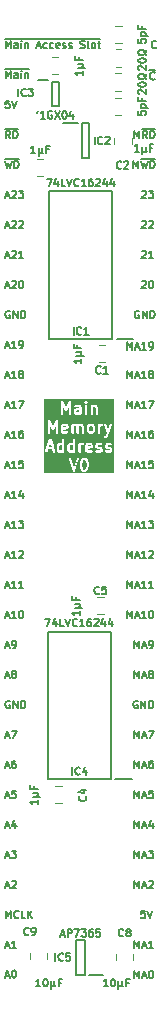
<source format=gto>
%TF.GenerationSoftware,KiCad,Pcbnew,9.0.5-9.0.5~ubuntu24.04.1*%
%TF.CreationDate,2025-10-17T18:53:30+02:00*%
%TF.ProjectId,HCP65 Main Memory Address,48435036-3520-44d6-9169-6e204d656d6f,V0*%
%TF.SameCoordinates,Original*%
%TF.FileFunction,Legend,Top*%
%TF.FilePolarity,Positive*%
%FSLAX46Y46*%
G04 Gerber Fmt 4.6, Leading zero omitted, Abs format (unit mm)*
G04 Created by KiCad (PCBNEW 9.0.5-9.0.5~ubuntu24.04.1) date 2025-10-17 18:53:30*
%MOMM*%
%LPD*%
G01*
G04 APERTURE LIST*
%ADD10C,0.150000*%
%ADD11C,0.200000*%
%ADD12C,0.120000*%
G04 APERTURE END LIST*
D10*
X1362636Y-17884534D02*
X1665017Y-17884534D01*
X1302160Y-18065963D02*
X1513826Y-17430963D01*
X1513826Y-17430963D02*
X1725493Y-18065963D01*
X1906922Y-17491439D02*
X1937160Y-17461201D01*
X1937160Y-17461201D02*
X1997636Y-17430963D01*
X1997636Y-17430963D02*
X2148827Y-17430963D01*
X2148827Y-17430963D02*
X2209303Y-17461201D01*
X2209303Y-17461201D02*
X2239541Y-17491439D01*
X2239541Y-17491439D02*
X2269779Y-17551915D01*
X2269779Y-17551915D02*
X2269779Y-17612391D01*
X2269779Y-17612391D02*
X2239541Y-17703105D01*
X2239541Y-17703105D02*
X1876684Y-18065963D01*
X1876684Y-18065963D02*
X2269779Y-18065963D01*
X2874541Y-18065963D02*
X2511684Y-18065963D01*
X2693112Y-18065963D02*
X2693112Y-17430963D01*
X2693112Y-17430963D02*
X2632636Y-17521677D01*
X2632636Y-17521677D02*
X2572160Y-17582153D01*
X2572160Y-17582153D02*
X2511684Y-17612391D01*
X1725493Y-55561201D02*
X1665017Y-55530963D01*
X1665017Y-55530963D02*
X1574303Y-55530963D01*
X1574303Y-55530963D02*
X1483588Y-55561201D01*
X1483588Y-55561201D02*
X1423112Y-55621677D01*
X1423112Y-55621677D02*
X1392874Y-55682153D01*
X1392874Y-55682153D02*
X1362636Y-55803105D01*
X1362636Y-55803105D02*
X1362636Y-55893820D01*
X1362636Y-55893820D02*
X1392874Y-56014772D01*
X1392874Y-56014772D02*
X1423112Y-56075248D01*
X1423112Y-56075248D02*
X1483588Y-56135725D01*
X1483588Y-56135725D02*
X1574303Y-56165963D01*
X1574303Y-56165963D02*
X1634779Y-56165963D01*
X1634779Y-56165963D02*
X1725493Y-56135725D01*
X1725493Y-56135725D02*
X1755731Y-56105486D01*
X1755731Y-56105486D02*
X1755731Y-55893820D01*
X1755731Y-55893820D02*
X1634779Y-55893820D01*
X2027874Y-56165963D02*
X2027874Y-55530963D01*
X2027874Y-55530963D02*
X2390731Y-56165963D01*
X2390731Y-56165963D02*
X2390731Y-55530963D01*
X2693112Y-56165963D02*
X2693112Y-55530963D01*
X2693112Y-55530963D02*
X2844302Y-55530963D01*
X2844302Y-55530963D02*
X2935017Y-55561201D01*
X2935017Y-55561201D02*
X2995493Y-55621677D01*
X2995493Y-55621677D02*
X3025731Y-55682153D01*
X3025731Y-55682153D02*
X3055969Y-55803105D01*
X3055969Y-55803105D02*
X3055969Y-55893820D01*
X3055969Y-55893820D02*
X3025731Y-56014772D01*
X3025731Y-56014772D02*
X2995493Y-56075248D01*
X2995493Y-56075248D02*
X2935017Y-56135725D01*
X2935017Y-56135725D02*
X2844302Y-56165963D01*
X2844302Y-56165963D02*
X2693112Y-56165963D01*
X1332398Y-9810963D02*
X1483588Y-10445963D01*
X1483588Y-10445963D02*
X1604541Y-9992391D01*
X1604541Y-9992391D02*
X1725493Y-10445963D01*
X1725493Y-10445963D02*
X1876684Y-9810963D01*
X2118588Y-10445963D02*
X2118588Y-9810963D01*
X2118588Y-9810963D02*
X2269778Y-9810963D01*
X2269778Y-9810963D02*
X2360493Y-9841201D01*
X2360493Y-9841201D02*
X2420969Y-9901677D01*
X2420969Y-9901677D02*
X2451207Y-9962153D01*
X2451207Y-9962153D02*
X2481445Y-10083105D01*
X2481445Y-10083105D02*
X2481445Y-10173820D01*
X2481445Y-10173820D02*
X2451207Y-10294772D01*
X2451207Y-10294772D02*
X2420969Y-10355248D01*
X2420969Y-10355248D02*
X2360493Y-10415725D01*
X2360493Y-10415725D02*
X2269778Y-10445963D01*
X2269778Y-10445963D02*
X2118588Y-10445963D01*
X1305184Y-9634675D02*
X2538898Y-9634675D01*
X1362636Y-40744534D02*
X1665017Y-40744534D01*
X1302160Y-40925963D02*
X1513826Y-40290963D01*
X1513826Y-40290963D02*
X1725493Y-40925963D01*
X2269779Y-40925963D02*
X1906922Y-40925963D01*
X2088350Y-40925963D02*
X2088350Y-40290963D01*
X2088350Y-40290963D02*
X2027874Y-40381677D01*
X2027874Y-40381677D02*
X1967398Y-40442153D01*
X1967398Y-40442153D02*
X1906922Y-40472391D01*
X2481446Y-40290963D02*
X2874541Y-40290963D01*
X2874541Y-40290963D02*
X2662874Y-40532867D01*
X2662874Y-40532867D02*
X2753589Y-40532867D01*
X2753589Y-40532867D02*
X2814065Y-40563105D01*
X2814065Y-40563105D02*
X2844303Y-40593344D01*
X2844303Y-40593344D02*
X2874541Y-40653820D01*
X2874541Y-40653820D02*
X2874541Y-40805010D01*
X2874541Y-40805010D02*
X2844303Y-40865486D01*
X2844303Y-40865486D02*
X2814065Y-40895725D01*
X2814065Y-40895725D02*
X2753589Y-40925963D01*
X2753589Y-40925963D02*
X2572160Y-40925963D01*
X2572160Y-40925963D02*
X2511684Y-40895725D01*
X2511684Y-40895725D02*
X2481446Y-40865486D01*
X12673887Y-22541201D02*
X12613411Y-22510963D01*
X12613411Y-22510963D02*
X12522697Y-22510963D01*
X12522697Y-22510963D02*
X12431982Y-22541201D01*
X12431982Y-22541201D02*
X12371506Y-22601677D01*
X12371506Y-22601677D02*
X12341268Y-22662153D01*
X12341268Y-22662153D02*
X12311030Y-22783105D01*
X12311030Y-22783105D02*
X12311030Y-22873820D01*
X12311030Y-22873820D02*
X12341268Y-22994772D01*
X12341268Y-22994772D02*
X12371506Y-23055248D01*
X12371506Y-23055248D02*
X12431982Y-23115725D01*
X12431982Y-23115725D02*
X12522697Y-23145963D01*
X12522697Y-23145963D02*
X12583173Y-23145963D01*
X12583173Y-23145963D02*
X12673887Y-23115725D01*
X12673887Y-23115725D02*
X12704125Y-23085486D01*
X12704125Y-23085486D02*
X12704125Y-22873820D01*
X12704125Y-22873820D02*
X12583173Y-22873820D01*
X12976268Y-23145963D02*
X12976268Y-22510963D01*
X12976268Y-22510963D02*
X13339125Y-23145963D01*
X13339125Y-23145963D02*
X13339125Y-22510963D01*
X13641506Y-23145963D02*
X13641506Y-22510963D01*
X13641506Y-22510963D02*
X13792696Y-22510963D01*
X13792696Y-22510963D02*
X13883411Y-22541201D01*
X13883411Y-22541201D02*
X13943887Y-22601677D01*
X13943887Y-22601677D02*
X13974125Y-22662153D01*
X13974125Y-22662153D02*
X14004363Y-22783105D01*
X14004363Y-22783105D02*
X14004363Y-22873820D01*
X14004363Y-22873820D02*
X13974125Y-22994772D01*
X13974125Y-22994772D02*
X13943887Y-23055248D01*
X13943887Y-23055248D02*
X13883411Y-23115725D01*
X13883411Y-23115725D02*
X13792696Y-23145963D01*
X13792696Y-23145963D02*
X13641506Y-23145963D01*
X1362636Y-25504534D02*
X1665017Y-25504534D01*
X1302160Y-25685963D02*
X1513826Y-25050963D01*
X1513826Y-25050963D02*
X1725493Y-25685963D01*
X2269779Y-25685963D02*
X1906922Y-25685963D01*
X2088350Y-25685963D02*
X2088350Y-25050963D01*
X2088350Y-25050963D02*
X2027874Y-25141677D01*
X2027874Y-25141677D02*
X1967398Y-25202153D01*
X1967398Y-25202153D02*
X1906922Y-25232391D01*
X2572160Y-25685963D02*
X2693112Y-25685963D01*
X2693112Y-25685963D02*
X2753589Y-25655725D01*
X2753589Y-25655725D02*
X2783827Y-25625486D01*
X2783827Y-25625486D02*
X2844303Y-25534772D01*
X2844303Y-25534772D02*
X2874541Y-25413820D01*
X2874541Y-25413820D02*
X2874541Y-25171915D01*
X2874541Y-25171915D02*
X2844303Y-25111439D01*
X2844303Y-25111439D02*
X2814065Y-25081201D01*
X2814065Y-25081201D02*
X2753589Y-25050963D01*
X2753589Y-25050963D02*
X2632636Y-25050963D01*
X2632636Y-25050963D02*
X2572160Y-25081201D01*
X2572160Y-25081201D02*
X2541922Y-25111439D01*
X2541922Y-25111439D02*
X2511684Y-25171915D01*
X2511684Y-25171915D02*
X2511684Y-25323105D01*
X2511684Y-25323105D02*
X2541922Y-25383582D01*
X2541922Y-25383582D02*
X2572160Y-25413820D01*
X2572160Y-25413820D02*
X2632636Y-25444058D01*
X2632636Y-25444058D02*
X2753589Y-25444058D01*
X2753589Y-25444058D02*
X2814065Y-25413820D01*
X2814065Y-25413820D02*
X2844303Y-25383582D01*
X2844303Y-25383582D02*
X2874541Y-25323105D01*
X11669982Y-46005963D02*
X11669982Y-45370963D01*
X11669982Y-45370963D02*
X11881649Y-45824534D01*
X11881649Y-45824534D02*
X12093315Y-45370963D01*
X12093315Y-45370963D02*
X12093315Y-46005963D01*
X12365458Y-45824534D02*
X12667839Y-45824534D01*
X12304982Y-46005963D02*
X12516648Y-45370963D01*
X12516648Y-45370963D02*
X12728315Y-46005963D01*
X13272601Y-46005963D02*
X12909744Y-46005963D01*
X13091172Y-46005963D02*
X13091172Y-45370963D01*
X13091172Y-45370963D02*
X13030696Y-45461677D01*
X13030696Y-45461677D02*
X12970220Y-45522153D01*
X12970220Y-45522153D02*
X12909744Y-45552391D01*
X13877363Y-46005963D02*
X13514506Y-46005963D01*
X13695934Y-46005963D02*
X13695934Y-45370963D01*
X13695934Y-45370963D02*
X13635458Y-45461677D01*
X13635458Y-45461677D02*
X13574982Y-45522153D01*
X13574982Y-45522153D02*
X13514506Y-45552391D01*
X1695255Y-4730963D02*
X1392874Y-4730963D01*
X1392874Y-4730963D02*
X1362636Y-5033344D01*
X1362636Y-5033344D02*
X1392874Y-5003105D01*
X1392874Y-5003105D02*
X1453350Y-4972867D01*
X1453350Y-4972867D02*
X1604541Y-4972867D01*
X1604541Y-4972867D02*
X1665017Y-5003105D01*
X1665017Y-5003105D02*
X1695255Y-5033344D01*
X1695255Y-5033344D02*
X1725493Y-5093820D01*
X1725493Y-5093820D02*
X1725493Y-5245010D01*
X1725493Y-5245010D02*
X1695255Y-5305486D01*
X1695255Y-5305486D02*
X1665017Y-5335725D01*
X1665017Y-5335725D02*
X1604541Y-5365963D01*
X1604541Y-5365963D02*
X1453350Y-5365963D01*
X1453350Y-5365963D02*
X1392874Y-5335725D01*
X1392874Y-5335725D02*
X1362636Y-5305486D01*
X1906922Y-4730963D02*
X2118588Y-5365963D01*
X2118588Y-5365963D02*
X2330255Y-4730963D01*
X12274744Y-53625963D02*
X12274744Y-52990963D01*
X12274744Y-52990963D02*
X12486411Y-53444534D01*
X12486411Y-53444534D02*
X12698077Y-52990963D01*
X12698077Y-52990963D02*
X12698077Y-53625963D01*
X12970220Y-53444534D02*
X13272601Y-53444534D01*
X12909744Y-53625963D02*
X13121410Y-52990963D01*
X13121410Y-52990963D02*
X13333077Y-53625963D01*
X13635458Y-53263105D02*
X13574982Y-53232867D01*
X13574982Y-53232867D02*
X13544744Y-53202629D01*
X13544744Y-53202629D02*
X13514506Y-53142153D01*
X13514506Y-53142153D02*
X13514506Y-53111915D01*
X13514506Y-53111915D02*
X13544744Y-53051439D01*
X13544744Y-53051439D02*
X13574982Y-53021201D01*
X13574982Y-53021201D02*
X13635458Y-52990963D01*
X13635458Y-52990963D02*
X13756411Y-52990963D01*
X13756411Y-52990963D02*
X13816887Y-53021201D01*
X13816887Y-53021201D02*
X13847125Y-53051439D01*
X13847125Y-53051439D02*
X13877363Y-53111915D01*
X13877363Y-53111915D02*
X13877363Y-53142153D01*
X13877363Y-53142153D02*
X13847125Y-53202629D01*
X13847125Y-53202629D02*
X13816887Y-53232867D01*
X13816887Y-53232867D02*
X13756411Y-53263105D01*
X13756411Y-53263105D02*
X13635458Y-53263105D01*
X13635458Y-53263105D02*
X13574982Y-53293344D01*
X13574982Y-53293344D02*
X13544744Y-53323582D01*
X13544744Y-53323582D02*
X13514506Y-53384058D01*
X13514506Y-53384058D02*
X13514506Y-53505010D01*
X13514506Y-53505010D02*
X13544744Y-53565486D01*
X13544744Y-53565486D02*
X13574982Y-53595725D01*
X13574982Y-53595725D02*
X13635458Y-53625963D01*
X13635458Y-53625963D02*
X13756411Y-53625963D01*
X13756411Y-53625963D02*
X13816887Y-53595725D01*
X13816887Y-53595725D02*
X13847125Y-53565486D01*
X13847125Y-53565486D02*
X13877363Y-53505010D01*
X13877363Y-53505010D02*
X13877363Y-53384058D01*
X13877363Y-53384058D02*
X13847125Y-53323582D01*
X13847125Y-53323582D02*
X13816887Y-53293344D01*
X13816887Y-53293344D02*
X13756411Y-53263105D01*
X1362636Y-33124534D02*
X1665017Y-33124534D01*
X1302160Y-33305963D02*
X1513826Y-32670963D01*
X1513826Y-32670963D02*
X1725493Y-33305963D01*
X2269779Y-33305963D02*
X1906922Y-33305963D01*
X2088350Y-33305963D02*
X2088350Y-32670963D01*
X2088350Y-32670963D02*
X2027874Y-32761677D01*
X2027874Y-32761677D02*
X1967398Y-32822153D01*
X1967398Y-32822153D02*
X1906922Y-32852391D01*
X2814065Y-32670963D02*
X2693112Y-32670963D01*
X2693112Y-32670963D02*
X2632636Y-32701201D01*
X2632636Y-32701201D02*
X2602398Y-32731439D01*
X2602398Y-32731439D02*
X2541922Y-32822153D01*
X2541922Y-32822153D02*
X2511684Y-32943105D01*
X2511684Y-32943105D02*
X2511684Y-33185010D01*
X2511684Y-33185010D02*
X2541922Y-33245486D01*
X2541922Y-33245486D02*
X2572160Y-33275725D01*
X2572160Y-33275725D02*
X2632636Y-33305963D01*
X2632636Y-33305963D02*
X2753589Y-33305963D01*
X2753589Y-33305963D02*
X2814065Y-33275725D01*
X2814065Y-33275725D02*
X2844303Y-33245486D01*
X2844303Y-33245486D02*
X2874541Y-33185010D01*
X2874541Y-33185010D02*
X2874541Y-33033820D01*
X2874541Y-33033820D02*
X2844303Y-32973344D01*
X2844303Y-32973344D02*
X2814065Y-32943105D01*
X2814065Y-32943105D02*
X2753589Y-32912867D01*
X2753589Y-32912867D02*
X2632636Y-32912867D01*
X2632636Y-32912867D02*
X2572160Y-32943105D01*
X2572160Y-32943105D02*
X2541922Y-32973344D01*
X2541922Y-32973344D02*
X2511684Y-33033820D01*
X14131363Y-225486D02*
X14101125Y-255725D01*
X14101125Y-255725D02*
X14010411Y-285963D01*
X14010411Y-285963D02*
X13949935Y-285963D01*
X13949935Y-285963D02*
X13859220Y-255725D01*
X13859220Y-255725D02*
X13798744Y-195248D01*
X13798744Y-195248D02*
X13768506Y-134772D01*
X13768506Y-134772D02*
X13738268Y-13820D01*
X13738268Y-13820D02*
X13738268Y76894D01*
X13738268Y76894D02*
X13768506Y197846D01*
X13768506Y197846D02*
X13798744Y258322D01*
X13798744Y258322D02*
X13859220Y318798D01*
X13859220Y318798D02*
X13949935Y349036D01*
X13949935Y349036D02*
X14010411Y349036D01*
X14010411Y349036D02*
X14101125Y318798D01*
X14101125Y318798D02*
X14131363Y288560D01*
X11669982Y-48545963D02*
X11669982Y-47910963D01*
X11669982Y-47910963D02*
X11881649Y-48364534D01*
X11881649Y-48364534D02*
X12093315Y-47910963D01*
X12093315Y-47910963D02*
X12093315Y-48545963D01*
X12365458Y-48364534D02*
X12667839Y-48364534D01*
X12304982Y-48545963D02*
X12516648Y-47910963D01*
X12516648Y-47910963D02*
X12728315Y-48545963D01*
X13272601Y-48545963D02*
X12909744Y-48545963D01*
X13091172Y-48545963D02*
X13091172Y-47910963D01*
X13091172Y-47910963D02*
X13030696Y-48001677D01*
X13030696Y-48001677D02*
X12970220Y-48062153D01*
X12970220Y-48062153D02*
X12909744Y-48092391D01*
X13665696Y-47910963D02*
X13726173Y-47910963D01*
X13726173Y-47910963D02*
X13786649Y-47941201D01*
X13786649Y-47941201D02*
X13816887Y-47971439D01*
X13816887Y-47971439D02*
X13847125Y-48031915D01*
X13847125Y-48031915D02*
X13877363Y-48152867D01*
X13877363Y-48152867D02*
X13877363Y-48304058D01*
X13877363Y-48304058D02*
X13847125Y-48425010D01*
X13847125Y-48425010D02*
X13816887Y-48485486D01*
X13816887Y-48485486D02*
X13786649Y-48515725D01*
X13786649Y-48515725D02*
X13726173Y-48545963D01*
X13726173Y-48545963D02*
X13665696Y-48545963D01*
X13665696Y-48545963D02*
X13605220Y-48515725D01*
X13605220Y-48515725D02*
X13574982Y-48485486D01*
X13574982Y-48485486D02*
X13544744Y-48425010D01*
X13544744Y-48425010D02*
X13514506Y-48304058D01*
X13514506Y-48304058D02*
X13514506Y-48152867D01*
X13514506Y-48152867D02*
X13544744Y-48031915D01*
X13544744Y-48031915D02*
X13574982Y-47971439D01*
X13574982Y-47971439D02*
X13605220Y-47941201D01*
X13605220Y-47941201D02*
X13665696Y-47910963D01*
X12274744Y-68865963D02*
X12274744Y-68230963D01*
X12274744Y-68230963D02*
X12486411Y-68684534D01*
X12486411Y-68684534D02*
X12698077Y-68230963D01*
X12698077Y-68230963D02*
X12698077Y-68865963D01*
X12970220Y-68684534D02*
X13272601Y-68684534D01*
X12909744Y-68865963D02*
X13121410Y-68230963D01*
X13121410Y-68230963D02*
X13333077Y-68865963D01*
X13484268Y-68230963D02*
X13877363Y-68230963D01*
X13877363Y-68230963D02*
X13665696Y-68472867D01*
X13665696Y-68472867D02*
X13756411Y-68472867D01*
X13756411Y-68472867D02*
X13816887Y-68503105D01*
X13816887Y-68503105D02*
X13847125Y-68533344D01*
X13847125Y-68533344D02*
X13877363Y-68593820D01*
X13877363Y-68593820D02*
X13877363Y-68745010D01*
X13877363Y-68745010D02*
X13847125Y-68805486D01*
X13847125Y-68805486D02*
X13816887Y-68835725D01*
X13816887Y-68835725D02*
X13756411Y-68865963D01*
X13756411Y-68865963D02*
X13574982Y-68865963D01*
X13574982Y-68865963D02*
X13514506Y-68835725D01*
X13514506Y-68835725D02*
X13484268Y-68805486D01*
X1362636Y-68684534D02*
X1665017Y-68684534D01*
X1302160Y-68865963D02*
X1513826Y-68230963D01*
X1513826Y-68230963D02*
X1725493Y-68865963D01*
X1876684Y-68230963D02*
X2269779Y-68230963D01*
X2269779Y-68230963D02*
X2058112Y-68472867D01*
X2058112Y-68472867D02*
X2148827Y-68472867D01*
X2148827Y-68472867D02*
X2209303Y-68503105D01*
X2209303Y-68503105D02*
X2239541Y-68533344D01*
X2239541Y-68533344D02*
X2269779Y-68593820D01*
X2269779Y-68593820D02*
X2269779Y-68745010D01*
X2269779Y-68745010D02*
X2239541Y-68805486D01*
X2239541Y-68805486D02*
X2209303Y-68835725D01*
X2209303Y-68835725D02*
X2148827Y-68865963D01*
X2148827Y-68865963D02*
X1967398Y-68865963D01*
X1967398Y-68865963D02*
X1906922Y-68835725D01*
X1906922Y-68835725D02*
X1876684Y-68805486D01*
X12274744Y-63785963D02*
X12274744Y-63150963D01*
X12274744Y-63150963D02*
X12486411Y-63604534D01*
X12486411Y-63604534D02*
X12698077Y-63150963D01*
X12698077Y-63150963D02*
X12698077Y-63785963D01*
X12970220Y-63604534D02*
X13272601Y-63604534D01*
X12909744Y-63785963D02*
X13121410Y-63150963D01*
X13121410Y-63150963D02*
X13333077Y-63785963D01*
X13847125Y-63150963D02*
X13544744Y-63150963D01*
X13544744Y-63150963D02*
X13514506Y-63453344D01*
X13514506Y-63453344D02*
X13544744Y-63423105D01*
X13544744Y-63423105D02*
X13605220Y-63392867D01*
X13605220Y-63392867D02*
X13756411Y-63392867D01*
X13756411Y-63392867D02*
X13816887Y-63423105D01*
X13816887Y-63423105D02*
X13847125Y-63453344D01*
X13847125Y-63453344D02*
X13877363Y-63513820D01*
X13877363Y-63513820D02*
X13877363Y-63665010D01*
X13877363Y-63665010D02*
X13847125Y-63725486D01*
X13847125Y-63725486D02*
X13816887Y-63755725D01*
X13816887Y-63755725D02*
X13756411Y-63785963D01*
X13756411Y-63785963D02*
X13605220Y-63785963D01*
X13605220Y-63785963D02*
X13544744Y-63755725D01*
X13544744Y-63755725D02*
X13514506Y-63725486D01*
X12274744Y-51085963D02*
X12274744Y-50450963D01*
X12274744Y-50450963D02*
X12486411Y-50904534D01*
X12486411Y-50904534D02*
X12698077Y-50450963D01*
X12698077Y-50450963D02*
X12698077Y-51085963D01*
X12970220Y-50904534D02*
X13272601Y-50904534D01*
X12909744Y-51085963D02*
X13121410Y-50450963D01*
X13121410Y-50450963D02*
X13333077Y-51085963D01*
X13574982Y-51085963D02*
X13695934Y-51085963D01*
X13695934Y-51085963D02*
X13756411Y-51055725D01*
X13756411Y-51055725D02*
X13786649Y-51025486D01*
X13786649Y-51025486D02*
X13847125Y-50934772D01*
X13847125Y-50934772D02*
X13877363Y-50813820D01*
X13877363Y-50813820D02*
X13877363Y-50571915D01*
X13877363Y-50571915D02*
X13847125Y-50511439D01*
X13847125Y-50511439D02*
X13816887Y-50481201D01*
X13816887Y-50481201D02*
X13756411Y-50450963D01*
X13756411Y-50450963D02*
X13635458Y-50450963D01*
X13635458Y-50450963D02*
X13574982Y-50481201D01*
X13574982Y-50481201D02*
X13544744Y-50511439D01*
X13544744Y-50511439D02*
X13514506Y-50571915D01*
X13514506Y-50571915D02*
X13514506Y-50723105D01*
X13514506Y-50723105D02*
X13544744Y-50783582D01*
X13544744Y-50783582D02*
X13574982Y-50813820D01*
X13574982Y-50813820D02*
X13635458Y-50844058D01*
X13635458Y-50844058D02*
X13756411Y-50844058D01*
X13756411Y-50844058D02*
X13816887Y-50813820D01*
X13816887Y-50813820D02*
X13847125Y-50783582D01*
X13847125Y-50783582D02*
X13877363Y-50723105D01*
X1362636Y-63604534D02*
X1665017Y-63604534D01*
X1302160Y-63785963D02*
X1513826Y-63150963D01*
X1513826Y-63150963D02*
X1725493Y-63785963D01*
X2239541Y-63150963D02*
X1937160Y-63150963D01*
X1937160Y-63150963D02*
X1906922Y-63453344D01*
X1906922Y-63453344D02*
X1937160Y-63423105D01*
X1937160Y-63423105D02*
X1997636Y-63392867D01*
X1997636Y-63392867D02*
X2148827Y-63392867D01*
X2148827Y-63392867D02*
X2209303Y-63423105D01*
X2209303Y-63423105D02*
X2239541Y-63453344D01*
X2239541Y-63453344D02*
X2269779Y-63513820D01*
X2269779Y-63513820D02*
X2269779Y-63665010D01*
X2269779Y-63665010D02*
X2239541Y-63725486D01*
X2239541Y-63725486D02*
X2209303Y-63755725D01*
X2209303Y-63755725D02*
X2148827Y-63785963D01*
X2148827Y-63785963D02*
X1997636Y-63785963D01*
X1997636Y-63785963D02*
X1937160Y-63755725D01*
X1937160Y-63755725D02*
X1906922Y-63725486D01*
X1362636Y-43284534D02*
X1665017Y-43284534D01*
X1302160Y-43465963D02*
X1513826Y-42830963D01*
X1513826Y-42830963D02*
X1725493Y-43465963D01*
X2269779Y-43465963D02*
X1906922Y-43465963D01*
X2088350Y-43465963D02*
X2088350Y-42830963D01*
X2088350Y-42830963D02*
X2027874Y-42921677D01*
X2027874Y-42921677D02*
X1967398Y-42982153D01*
X1967398Y-42982153D02*
X1906922Y-43012391D01*
X2511684Y-42891439D02*
X2541922Y-42861201D01*
X2541922Y-42861201D02*
X2602398Y-42830963D01*
X2602398Y-42830963D02*
X2753589Y-42830963D01*
X2753589Y-42830963D02*
X2814065Y-42861201D01*
X2814065Y-42861201D02*
X2844303Y-42891439D01*
X2844303Y-42891439D02*
X2874541Y-42951915D01*
X2874541Y-42951915D02*
X2874541Y-43012391D01*
X2874541Y-43012391D02*
X2844303Y-43103105D01*
X2844303Y-43103105D02*
X2481446Y-43465963D01*
X2481446Y-43465963D02*
X2874541Y-43465963D01*
X12909744Y-17491439D02*
X12939982Y-17461201D01*
X12939982Y-17461201D02*
X13000458Y-17430963D01*
X13000458Y-17430963D02*
X13151649Y-17430963D01*
X13151649Y-17430963D02*
X13212125Y-17461201D01*
X13212125Y-17461201D02*
X13242363Y-17491439D01*
X13242363Y-17491439D02*
X13272601Y-17551915D01*
X13272601Y-17551915D02*
X13272601Y-17612391D01*
X13272601Y-17612391D02*
X13242363Y-17703105D01*
X13242363Y-17703105D02*
X12879506Y-18065963D01*
X12879506Y-18065963D02*
X13272601Y-18065963D01*
X13877363Y-18065963D02*
X13514506Y-18065963D01*
X13695934Y-18065963D02*
X13695934Y-17430963D01*
X13695934Y-17430963D02*
X13635458Y-17521677D01*
X13635458Y-17521677D02*
X13574982Y-17582153D01*
X13574982Y-17582153D02*
X13514506Y-17612391D01*
X11669982Y-38385963D02*
X11669982Y-37750963D01*
X11669982Y-37750963D02*
X11881649Y-38204534D01*
X11881649Y-38204534D02*
X12093315Y-37750963D01*
X12093315Y-37750963D02*
X12093315Y-38385963D01*
X12365458Y-38204534D02*
X12667839Y-38204534D01*
X12304982Y-38385963D02*
X12516648Y-37750963D01*
X12516648Y-37750963D02*
X12728315Y-38385963D01*
X13272601Y-38385963D02*
X12909744Y-38385963D01*
X13091172Y-38385963D02*
X13091172Y-37750963D01*
X13091172Y-37750963D02*
X13030696Y-37841677D01*
X13030696Y-37841677D02*
X12970220Y-37902153D01*
X12970220Y-37902153D02*
X12909744Y-37932391D01*
X13816887Y-37962629D02*
X13816887Y-38385963D01*
X13665696Y-37720725D02*
X13514506Y-38174296D01*
X13514506Y-38174296D02*
X13907601Y-38174296D01*
X12909744Y-12411439D02*
X12939982Y-12381201D01*
X12939982Y-12381201D02*
X13000458Y-12350963D01*
X13000458Y-12350963D02*
X13151649Y-12350963D01*
X13151649Y-12350963D02*
X13212125Y-12381201D01*
X13212125Y-12381201D02*
X13242363Y-12411439D01*
X13242363Y-12411439D02*
X13272601Y-12471915D01*
X13272601Y-12471915D02*
X13272601Y-12532391D01*
X13272601Y-12532391D02*
X13242363Y-12623105D01*
X13242363Y-12623105D02*
X12879506Y-12985963D01*
X12879506Y-12985963D02*
X13272601Y-12985963D01*
X13484268Y-12350963D02*
X13877363Y-12350963D01*
X13877363Y-12350963D02*
X13665696Y-12592867D01*
X13665696Y-12592867D02*
X13756411Y-12592867D01*
X13756411Y-12592867D02*
X13816887Y-12623105D01*
X13816887Y-12623105D02*
X13847125Y-12653344D01*
X13847125Y-12653344D02*
X13877363Y-12713820D01*
X13877363Y-12713820D02*
X13877363Y-12865010D01*
X13877363Y-12865010D02*
X13847125Y-12925486D01*
X13847125Y-12925486D02*
X13816887Y-12955725D01*
X13816887Y-12955725D02*
X13756411Y-12985963D01*
X13756411Y-12985963D02*
X13574982Y-12985963D01*
X13574982Y-12985963D02*
X13514506Y-12955725D01*
X13514506Y-12955725D02*
X13484268Y-12925486D01*
X1755731Y-7905963D02*
X1544064Y-7603582D01*
X1392874Y-7905963D02*
X1392874Y-7270963D01*
X1392874Y-7270963D02*
X1634779Y-7270963D01*
X1634779Y-7270963D02*
X1695255Y-7301201D01*
X1695255Y-7301201D02*
X1725493Y-7331439D01*
X1725493Y-7331439D02*
X1755731Y-7391915D01*
X1755731Y-7391915D02*
X1755731Y-7482629D01*
X1755731Y-7482629D02*
X1725493Y-7543105D01*
X1725493Y-7543105D02*
X1695255Y-7573344D01*
X1695255Y-7573344D02*
X1634779Y-7603582D01*
X1634779Y-7603582D02*
X1392874Y-7603582D01*
X2027874Y-7905963D02*
X2027874Y-7270963D01*
X2027874Y-7270963D02*
X2179064Y-7270963D01*
X2179064Y-7270963D02*
X2269779Y-7301201D01*
X2269779Y-7301201D02*
X2330255Y-7361677D01*
X2330255Y-7361677D02*
X2360493Y-7422153D01*
X2360493Y-7422153D02*
X2390731Y-7543105D01*
X2390731Y-7543105D02*
X2390731Y-7633820D01*
X2390731Y-7633820D02*
X2360493Y-7754772D01*
X2360493Y-7754772D02*
X2330255Y-7815248D01*
X2330255Y-7815248D02*
X2269779Y-7875725D01*
X2269779Y-7875725D02*
X2179064Y-7905963D01*
X2179064Y-7905963D02*
X2027874Y-7905963D01*
X1305184Y-7094675D02*
X2448184Y-7094675D01*
X1362636Y-28044534D02*
X1665017Y-28044534D01*
X1302160Y-28225963D02*
X1513826Y-27590963D01*
X1513826Y-27590963D02*
X1725493Y-28225963D01*
X2269779Y-28225963D02*
X1906922Y-28225963D01*
X2088350Y-28225963D02*
X2088350Y-27590963D01*
X2088350Y-27590963D02*
X2027874Y-27681677D01*
X2027874Y-27681677D02*
X1967398Y-27742153D01*
X1967398Y-27742153D02*
X1906922Y-27772391D01*
X2632636Y-27863105D02*
X2572160Y-27832867D01*
X2572160Y-27832867D02*
X2541922Y-27802629D01*
X2541922Y-27802629D02*
X2511684Y-27742153D01*
X2511684Y-27742153D02*
X2511684Y-27711915D01*
X2511684Y-27711915D02*
X2541922Y-27651439D01*
X2541922Y-27651439D02*
X2572160Y-27621201D01*
X2572160Y-27621201D02*
X2632636Y-27590963D01*
X2632636Y-27590963D02*
X2753589Y-27590963D01*
X2753589Y-27590963D02*
X2814065Y-27621201D01*
X2814065Y-27621201D02*
X2844303Y-27651439D01*
X2844303Y-27651439D02*
X2874541Y-27711915D01*
X2874541Y-27711915D02*
X2874541Y-27742153D01*
X2874541Y-27742153D02*
X2844303Y-27802629D01*
X2844303Y-27802629D02*
X2814065Y-27832867D01*
X2814065Y-27832867D02*
X2753589Y-27863105D01*
X2753589Y-27863105D02*
X2632636Y-27863105D01*
X2632636Y-27863105D02*
X2572160Y-27893344D01*
X2572160Y-27893344D02*
X2541922Y-27923582D01*
X2541922Y-27923582D02*
X2511684Y-27984058D01*
X2511684Y-27984058D02*
X2511684Y-28105010D01*
X2511684Y-28105010D02*
X2541922Y-28165486D01*
X2541922Y-28165486D02*
X2572160Y-28195725D01*
X2572160Y-28195725D02*
X2632636Y-28225963D01*
X2632636Y-28225963D02*
X2753589Y-28225963D01*
X2753589Y-28225963D02*
X2814065Y-28195725D01*
X2814065Y-28195725D02*
X2844303Y-28165486D01*
X2844303Y-28165486D02*
X2874541Y-28105010D01*
X2874541Y-28105010D02*
X2874541Y-27984058D01*
X2874541Y-27984058D02*
X2844303Y-27923582D01*
X2844303Y-27923582D02*
X2814065Y-27893344D01*
X2814065Y-27893344D02*
X2753589Y-27863105D01*
X1362636Y-50904534D02*
X1665017Y-50904534D01*
X1302160Y-51085963D02*
X1513826Y-50450963D01*
X1513826Y-50450963D02*
X1725493Y-51085963D01*
X1967398Y-51085963D02*
X2088350Y-51085963D01*
X2088350Y-51085963D02*
X2148827Y-51055725D01*
X2148827Y-51055725D02*
X2179065Y-51025486D01*
X2179065Y-51025486D02*
X2239541Y-50934772D01*
X2239541Y-50934772D02*
X2269779Y-50813820D01*
X2269779Y-50813820D02*
X2269779Y-50571915D01*
X2269779Y-50571915D02*
X2239541Y-50511439D01*
X2239541Y-50511439D02*
X2209303Y-50481201D01*
X2209303Y-50481201D02*
X2148827Y-50450963D01*
X2148827Y-50450963D02*
X2027874Y-50450963D01*
X2027874Y-50450963D02*
X1967398Y-50481201D01*
X1967398Y-50481201D02*
X1937160Y-50511439D01*
X1937160Y-50511439D02*
X1906922Y-50571915D01*
X1906922Y-50571915D02*
X1906922Y-50723105D01*
X1906922Y-50723105D02*
X1937160Y-50783582D01*
X1937160Y-50783582D02*
X1967398Y-50813820D01*
X1967398Y-50813820D02*
X2027874Y-50844058D01*
X2027874Y-50844058D02*
X2148827Y-50844058D01*
X2148827Y-50844058D02*
X2209303Y-50813820D01*
X2209303Y-50813820D02*
X2239541Y-50783582D01*
X2239541Y-50783582D02*
X2269779Y-50723105D01*
X1362636Y-30584534D02*
X1665017Y-30584534D01*
X1302160Y-30765963D02*
X1513826Y-30130963D01*
X1513826Y-30130963D02*
X1725493Y-30765963D01*
X2269779Y-30765963D02*
X1906922Y-30765963D01*
X2088350Y-30765963D02*
X2088350Y-30130963D01*
X2088350Y-30130963D02*
X2027874Y-30221677D01*
X2027874Y-30221677D02*
X1967398Y-30282153D01*
X1967398Y-30282153D02*
X1906922Y-30312391D01*
X2481446Y-30130963D02*
X2904779Y-30130963D01*
X2904779Y-30130963D02*
X2632636Y-30765963D01*
X1362636Y-48364534D02*
X1665017Y-48364534D01*
X1302160Y-48545963D02*
X1513826Y-47910963D01*
X1513826Y-47910963D02*
X1725493Y-48545963D01*
X2269779Y-48545963D02*
X1906922Y-48545963D01*
X2088350Y-48545963D02*
X2088350Y-47910963D01*
X2088350Y-47910963D02*
X2027874Y-48001677D01*
X2027874Y-48001677D02*
X1967398Y-48062153D01*
X1967398Y-48062153D02*
X1906922Y-48092391D01*
X2662874Y-47910963D02*
X2723351Y-47910963D01*
X2723351Y-47910963D02*
X2783827Y-47941201D01*
X2783827Y-47941201D02*
X2814065Y-47971439D01*
X2814065Y-47971439D02*
X2844303Y-48031915D01*
X2844303Y-48031915D02*
X2874541Y-48152867D01*
X2874541Y-48152867D02*
X2874541Y-48304058D01*
X2874541Y-48304058D02*
X2844303Y-48425010D01*
X2844303Y-48425010D02*
X2814065Y-48485486D01*
X2814065Y-48485486D02*
X2783827Y-48515725D01*
X2783827Y-48515725D02*
X2723351Y-48545963D01*
X2723351Y-48545963D02*
X2662874Y-48545963D01*
X2662874Y-48545963D02*
X2602398Y-48515725D01*
X2602398Y-48515725D02*
X2572160Y-48485486D01*
X2572160Y-48485486D02*
X2541922Y-48425010D01*
X2541922Y-48425010D02*
X2511684Y-48304058D01*
X2511684Y-48304058D02*
X2511684Y-48152867D01*
X2511684Y-48152867D02*
X2541922Y-48031915D01*
X2541922Y-48031915D02*
X2572160Y-47971439D01*
X2572160Y-47971439D02*
X2602398Y-47941201D01*
X2602398Y-47941201D02*
X2662874Y-47910963D01*
X12190078Y-10445963D02*
X12190078Y-9810963D01*
X12190078Y-9810963D02*
X12401745Y-10264534D01*
X12401745Y-10264534D02*
X12613411Y-9810963D01*
X12613411Y-9810963D02*
X12613411Y-10445963D01*
X12855316Y-9810963D02*
X13006506Y-10445963D01*
X13006506Y-10445963D02*
X13127459Y-9992391D01*
X13127459Y-9992391D02*
X13248411Y-10445963D01*
X13248411Y-10445963D02*
X13399602Y-9810963D01*
X13641506Y-10445963D02*
X13641506Y-9810963D01*
X13641506Y-9810963D02*
X13792696Y-9810963D01*
X13792696Y-9810963D02*
X13883411Y-9841201D01*
X13883411Y-9841201D02*
X13943887Y-9901677D01*
X13943887Y-9901677D02*
X13974125Y-9962153D01*
X13974125Y-9962153D02*
X14004363Y-10083105D01*
X14004363Y-10083105D02*
X14004363Y-10173820D01*
X14004363Y-10173820D02*
X13974125Y-10294772D01*
X13974125Y-10294772D02*
X13943887Y-10355248D01*
X13943887Y-10355248D02*
X13883411Y-10415725D01*
X13883411Y-10415725D02*
X13792696Y-10445963D01*
X13792696Y-10445963D02*
X13641506Y-10445963D01*
X12828102Y-9634675D02*
X14061816Y-9634675D01*
X11669982Y-33305963D02*
X11669982Y-32670963D01*
X11669982Y-32670963D02*
X11881649Y-33124534D01*
X11881649Y-33124534D02*
X12093315Y-32670963D01*
X12093315Y-32670963D02*
X12093315Y-33305963D01*
X12365458Y-33124534D02*
X12667839Y-33124534D01*
X12304982Y-33305963D02*
X12516648Y-32670963D01*
X12516648Y-32670963D02*
X12728315Y-33305963D01*
X13272601Y-33305963D02*
X12909744Y-33305963D01*
X13091172Y-33305963D02*
X13091172Y-32670963D01*
X13091172Y-32670963D02*
X13030696Y-32761677D01*
X13030696Y-32761677D02*
X12970220Y-32822153D01*
X12970220Y-32822153D02*
X12909744Y-32852391D01*
X13816887Y-32670963D02*
X13695934Y-32670963D01*
X13695934Y-32670963D02*
X13635458Y-32701201D01*
X13635458Y-32701201D02*
X13605220Y-32731439D01*
X13605220Y-32731439D02*
X13544744Y-32822153D01*
X13544744Y-32822153D02*
X13514506Y-32943105D01*
X13514506Y-32943105D02*
X13514506Y-33185010D01*
X13514506Y-33185010D02*
X13544744Y-33245486D01*
X13544744Y-33245486D02*
X13574982Y-33275725D01*
X13574982Y-33275725D02*
X13635458Y-33305963D01*
X13635458Y-33305963D02*
X13756411Y-33305963D01*
X13756411Y-33305963D02*
X13816887Y-33275725D01*
X13816887Y-33275725D02*
X13847125Y-33245486D01*
X13847125Y-33245486D02*
X13877363Y-33185010D01*
X13877363Y-33185010D02*
X13877363Y-33033820D01*
X13877363Y-33033820D02*
X13847125Y-32973344D01*
X13847125Y-32973344D02*
X13816887Y-32943105D01*
X13816887Y-32943105D02*
X13756411Y-32912867D01*
X13756411Y-32912867D02*
X13635458Y-32912867D01*
X13635458Y-32912867D02*
X13574982Y-32943105D01*
X13574982Y-32943105D02*
X13544744Y-32973344D01*
X13544744Y-32973344D02*
X13514506Y-33033820D01*
X12274744Y-66325963D02*
X12274744Y-65690963D01*
X12274744Y-65690963D02*
X12486411Y-66144534D01*
X12486411Y-66144534D02*
X12698077Y-65690963D01*
X12698077Y-65690963D02*
X12698077Y-66325963D01*
X12970220Y-66144534D02*
X13272601Y-66144534D01*
X12909744Y-66325963D02*
X13121410Y-65690963D01*
X13121410Y-65690963D02*
X13333077Y-66325963D01*
X13816887Y-65902629D02*
X13816887Y-66325963D01*
X13665696Y-65660725D02*
X13514506Y-66114296D01*
X13514506Y-66114296D02*
X13907601Y-66114296D01*
X12274744Y-71405963D02*
X12274744Y-70770963D01*
X12274744Y-70770963D02*
X12486411Y-71224534D01*
X12486411Y-71224534D02*
X12698077Y-70770963D01*
X12698077Y-70770963D02*
X12698077Y-71405963D01*
X12970220Y-71224534D02*
X13272601Y-71224534D01*
X12909744Y-71405963D02*
X13121410Y-70770963D01*
X13121410Y-70770963D02*
X13333077Y-71405963D01*
X13514506Y-70831439D02*
X13544744Y-70801201D01*
X13544744Y-70801201D02*
X13605220Y-70770963D01*
X13605220Y-70770963D02*
X13756411Y-70770963D01*
X13756411Y-70770963D02*
X13816887Y-70801201D01*
X13816887Y-70801201D02*
X13847125Y-70831439D01*
X13847125Y-70831439D02*
X13877363Y-70891915D01*
X13877363Y-70891915D02*
X13877363Y-70952391D01*
X13877363Y-70952391D02*
X13847125Y-71043105D01*
X13847125Y-71043105D02*
X13484268Y-71405963D01*
X13484268Y-71405963D02*
X13877363Y-71405963D01*
X1362636Y-66144534D02*
X1665017Y-66144534D01*
X1302160Y-66325963D02*
X1513826Y-65690963D01*
X1513826Y-65690963D02*
X1725493Y-66325963D01*
X2209303Y-65902629D02*
X2209303Y-66325963D01*
X2058112Y-65660725D02*
X1906922Y-66114296D01*
X1906922Y-66114296D02*
X2300017Y-66114296D01*
X11669982Y-35845963D02*
X11669982Y-35210963D01*
X11669982Y-35210963D02*
X11881649Y-35664534D01*
X11881649Y-35664534D02*
X12093315Y-35210963D01*
X12093315Y-35210963D02*
X12093315Y-35845963D01*
X12365458Y-35664534D02*
X12667839Y-35664534D01*
X12304982Y-35845963D02*
X12516648Y-35210963D01*
X12516648Y-35210963D02*
X12728315Y-35845963D01*
X13272601Y-35845963D02*
X12909744Y-35845963D01*
X13091172Y-35845963D02*
X13091172Y-35210963D01*
X13091172Y-35210963D02*
X13030696Y-35301677D01*
X13030696Y-35301677D02*
X12970220Y-35362153D01*
X12970220Y-35362153D02*
X12909744Y-35392391D01*
X13847125Y-35210963D02*
X13544744Y-35210963D01*
X13544744Y-35210963D02*
X13514506Y-35513344D01*
X13514506Y-35513344D02*
X13544744Y-35483105D01*
X13544744Y-35483105D02*
X13605220Y-35452867D01*
X13605220Y-35452867D02*
X13756411Y-35452867D01*
X13756411Y-35452867D02*
X13816887Y-35483105D01*
X13816887Y-35483105D02*
X13847125Y-35513344D01*
X13847125Y-35513344D02*
X13877363Y-35573820D01*
X13877363Y-35573820D02*
X13877363Y-35725010D01*
X13877363Y-35725010D02*
X13847125Y-35785486D01*
X13847125Y-35785486D02*
X13816887Y-35815725D01*
X13816887Y-35815725D02*
X13756411Y-35845963D01*
X13756411Y-35845963D02*
X13605220Y-35845963D01*
X13605220Y-35845963D02*
X13544744Y-35815725D01*
X13544744Y-35815725D02*
X13514506Y-35785486D01*
X12274744Y-76485963D02*
X12274744Y-75850963D01*
X12274744Y-75850963D02*
X12486411Y-76304534D01*
X12486411Y-76304534D02*
X12698077Y-75850963D01*
X12698077Y-75850963D02*
X12698077Y-76485963D01*
X12970220Y-76304534D02*
X13272601Y-76304534D01*
X12909744Y-76485963D02*
X13121410Y-75850963D01*
X13121410Y-75850963D02*
X13333077Y-76485963D01*
X13877363Y-76485963D02*
X13514506Y-76485963D01*
X13695934Y-76485963D02*
X13695934Y-75850963D01*
X13695934Y-75850963D02*
X13635458Y-75941677D01*
X13635458Y-75941677D02*
X13574982Y-76002153D01*
X13574982Y-76002153D02*
X13514506Y-76032391D01*
X11669982Y-25812963D02*
X11669982Y-25177963D01*
X11669982Y-25177963D02*
X11881649Y-25631534D01*
X11881649Y-25631534D02*
X12093315Y-25177963D01*
X12093315Y-25177963D02*
X12093315Y-25812963D01*
X12365458Y-25631534D02*
X12667839Y-25631534D01*
X12304982Y-25812963D02*
X12516648Y-25177963D01*
X12516648Y-25177963D02*
X12728315Y-25812963D01*
X13272601Y-25812963D02*
X12909744Y-25812963D01*
X13091172Y-25812963D02*
X13091172Y-25177963D01*
X13091172Y-25177963D02*
X13030696Y-25268677D01*
X13030696Y-25268677D02*
X12970220Y-25329153D01*
X12970220Y-25329153D02*
X12909744Y-25359391D01*
X13574982Y-25812963D02*
X13695934Y-25812963D01*
X13695934Y-25812963D02*
X13756411Y-25782725D01*
X13756411Y-25782725D02*
X13786649Y-25752486D01*
X13786649Y-25752486D02*
X13847125Y-25661772D01*
X13847125Y-25661772D02*
X13877363Y-25540820D01*
X13877363Y-25540820D02*
X13877363Y-25298915D01*
X13877363Y-25298915D02*
X13847125Y-25238439D01*
X13847125Y-25238439D02*
X13816887Y-25208201D01*
X13816887Y-25208201D02*
X13756411Y-25177963D01*
X13756411Y-25177963D02*
X13635458Y-25177963D01*
X13635458Y-25177963D02*
X13574982Y-25208201D01*
X13574982Y-25208201D02*
X13544744Y-25238439D01*
X13544744Y-25238439D02*
X13514506Y-25298915D01*
X13514506Y-25298915D02*
X13514506Y-25450105D01*
X13514506Y-25450105D02*
X13544744Y-25510582D01*
X13544744Y-25510582D02*
X13574982Y-25540820D01*
X13574982Y-25540820D02*
X13635458Y-25571058D01*
X13635458Y-25571058D02*
X13756411Y-25571058D01*
X13756411Y-25571058D02*
X13816887Y-25540820D01*
X13816887Y-25540820D02*
X13847125Y-25510582D01*
X13847125Y-25510582D02*
X13877363Y-25450105D01*
X1362636Y-61064534D02*
X1665017Y-61064534D01*
X1302160Y-61245963D02*
X1513826Y-60610963D01*
X1513826Y-60610963D02*
X1725493Y-61245963D01*
X2209303Y-60610963D02*
X2088350Y-60610963D01*
X2088350Y-60610963D02*
X2027874Y-60641201D01*
X2027874Y-60641201D02*
X1997636Y-60671439D01*
X1997636Y-60671439D02*
X1937160Y-60762153D01*
X1937160Y-60762153D02*
X1906922Y-60883105D01*
X1906922Y-60883105D02*
X1906922Y-61125010D01*
X1906922Y-61125010D02*
X1937160Y-61185486D01*
X1937160Y-61185486D02*
X1967398Y-61215725D01*
X1967398Y-61215725D02*
X2027874Y-61245963D01*
X2027874Y-61245963D02*
X2148827Y-61245963D01*
X2148827Y-61245963D02*
X2209303Y-61215725D01*
X2209303Y-61215725D02*
X2239541Y-61185486D01*
X2239541Y-61185486D02*
X2269779Y-61125010D01*
X2269779Y-61125010D02*
X2269779Y-60973820D01*
X2269779Y-60973820D02*
X2239541Y-60913344D01*
X2239541Y-60913344D02*
X2209303Y-60883105D01*
X2209303Y-60883105D02*
X2148827Y-60852867D01*
X2148827Y-60852867D02*
X2027874Y-60852867D01*
X2027874Y-60852867D02*
X1967398Y-60883105D01*
X1967398Y-60883105D02*
X1937160Y-60913344D01*
X1937160Y-60913344D02*
X1906922Y-60973820D01*
X1362636Y-76304534D02*
X1665017Y-76304534D01*
X1302160Y-76485963D02*
X1513826Y-75850963D01*
X1513826Y-75850963D02*
X1725493Y-76485963D01*
X2269779Y-76485963D02*
X1906922Y-76485963D01*
X2088350Y-76485963D02*
X2088350Y-75850963D01*
X2088350Y-75850963D02*
X2027874Y-75941677D01*
X2027874Y-75941677D02*
X1967398Y-76002153D01*
X1967398Y-76002153D02*
X1906922Y-76032391D01*
X1362636Y-58524534D02*
X1665017Y-58524534D01*
X1302160Y-58705963D02*
X1513826Y-58070963D01*
X1513826Y-58070963D02*
X1725493Y-58705963D01*
X1876684Y-58070963D02*
X2300017Y-58070963D01*
X2300017Y-58070963D02*
X2027874Y-58705963D01*
X1362636Y-15344534D02*
X1665017Y-15344534D01*
X1302160Y-15525963D02*
X1513826Y-14890963D01*
X1513826Y-14890963D02*
X1725493Y-15525963D01*
X1906922Y-14951439D02*
X1937160Y-14921201D01*
X1937160Y-14921201D02*
X1997636Y-14890963D01*
X1997636Y-14890963D02*
X2148827Y-14890963D01*
X2148827Y-14890963D02*
X2209303Y-14921201D01*
X2209303Y-14921201D02*
X2239541Y-14951439D01*
X2239541Y-14951439D02*
X2269779Y-15011915D01*
X2269779Y-15011915D02*
X2269779Y-15072391D01*
X2269779Y-15072391D02*
X2239541Y-15163105D01*
X2239541Y-15163105D02*
X1876684Y-15525963D01*
X1876684Y-15525963D02*
X2269779Y-15525963D01*
X2511684Y-14951439D02*
X2541922Y-14921201D01*
X2541922Y-14921201D02*
X2602398Y-14890963D01*
X2602398Y-14890963D02*
X2753589Y-14890963D01*
X2753589Y-14890963D02*
X2814065Y-14921201D01*
X2814065Y-14921201D02*
X2844303Y-14951439D01*
X2844303Y-14951439D02*
X2874541Y-15011915D01*
X2874541Y-15011915D02*
X2874541Y-15072391D01*
X2874541Y-15072391D02*
X2844303Y-15163105D01*
X2844303Y-15163105D02*
X2481446Y-15525963D01*
X2481446Y-15525963D02*
X2874541Y-15525963D01*
X1362636Y-35664534D02*
X1665017Y-35664534D01*
X1302160Y-35845963D02*
X1513826Y-35210963D01*
X1513826Y-35210963D02*
X1725493Y-35845963D01*
X2269779Y-35845963D02*
X1906922Y-35845963D01*
X2088350Y-35845963D02*
X2088350Y-35210963D01*
X2088350Y-35210963D02*
X2027874Y-35301677D01*
X2027874Y-35301677D02*
X1967398Y-35362153D01*
X1967398Y-35362153D02*
X1906922Y-35392391D01*
X2844303Y-35210963D02*
X2541922Y-35210963D01*
X2541922Y-35210963D02*
X2511684Y-35513344D01*
X2511684Y-35513344D02*
X2541922Y-35483105D01*
X2541922Y-35483105D02*
X2602398Y-35452867D01*
X2602398Y-35452867D02*
X2753589Y-35452867D01*
X2753589Y-35452867D02*
X2814065Y-35483105D01*
X2814065Y-35483105D02*
X2844303Y-35513344D01*
X2844303Y-35513344D02*
X2874541Y-35573820D01*
X2874541Y-35573820D02*
X2874541Y-35725010D01*
X2874541Y-35725010D02*
X2844303Y-35785486D01*
X2844303Y-35785486D02*
X2814065Y-35815725D01*
X2814065Y-35815725D02*
X2753589Y-35845963D01*
X2753589Y-35845963D02*
X2602398Y-35845963D01*
X2602398Y-35845963D02*
X2541922Y-35815725D01*
X2541922Y-35815725D02*
X2511684Y-35785486D01*
X1392874Y-73945963D02*
X1392874Y-73310963D01*
X1392874Y-73310963D02*
X1604541Y-73764534D01*
X1604541Y-73764534D02*
X1816207Y-73310963D01*
X1816207Y-73310963D02*
X1816207Y-73945963D01*
X2481445Y-73885486D02*
X2451207Y-73915725D01*
X2451207Y-73915725D02*
X2360493Y-73945963D01*
X2360493Y-73945963D02*
X2300017Y-73945963D01*
X2300017Y-73945963D02*
X2209302Y-73915725D01*
X2209302Y-73915725D02*
X2148826Y-73855248D01*
X2148826Y-73855248D02*
X2118588Y-73794772D01*
X2118588Y-73794772D02*
X2088350Y-73673820D01*
X2088350Y-73673820D02*
X2088350Y-73583105D01*
X2088350Y-73583105D02*
X2118588Y-73462153D01*
X2118588Y-73462153D02*
X2148826Y-73401677D01*
X2148826Y-73401677D02*
X2209302Y-73341201D01*
X2209302Y-73341201D02*
X2300017Y-73310963D01*
X2300017Y-73310963D02*
X2360493Y-73310963D01*
X2360493Y-73310963D02*
X2451207Y-73341201D01*
X2451207Y-73341201D02*
X2481445Y-73371439D01*
X3055969Y-73945963D02*
X2753588Y-73945963D01*
X2753588Y-73945963D02*
X2753588Y-73310963D01*
X3267636Y-73945963D02*
X3267636Y-73310963D01*
X3630493Y-73945963D02*
X3358350Y-73583105D01*
X3630493Y-73310963D02*
X3267636Y-73673820D01*
X11669982Y-40925963D02*
X11669982Y-40290963D01*
X11669982Y-40290963D02*
X11881649Y-40744534D01*
X11881649Y-40744534D02*
X12093315Y-40290963D01*
X12093315Y-40290963D02*
X12093315Y-40925963D01*
X12365458Y-40744534D02*
X12667839Y-40744534D01*
X12304982Y-40925963D02*
X12516648Y-40290963D01*
X12516648Y-40290963D02*
X12728315Y-40925963D01*
X13272601Y-40925963D02*
X12909744Y-40925963D01*
X13091172Y-40925963D02*
X13091172Y-40290963D01*
X13091172Y-40290963D02*
X13030696Y-40381677D01*
X13030696Y-40381677D02*
X12970220Y-40442153D01*
X12970220Y-40442153D02*
X12909744Y-40472391D01*
X13484268Y-40290963D02*
X13877363Y-40290963D01*
X13877363Y-40290963D02*
X13665696Y-40532867D01*
X13665696Y-40532867D02*
X13756411Y-40532867D01*
X13756411Y-40532867D02*
X13816887Y-40563105D01*
X13816887Y-40563105D02*
X13847125Y-40593344D01*
X13847125Y-40593344D02*
X13877363Y-40653820D01*
X13877363Y-40653820D02*
X13877363Y-40805010D01*
X13877363Y-40805010D02*
X13847125Y-40865486D01*
X13847125Y-40865486D02*
X13816887Y-40895725D01*
X13816887Y-40895725D02*
X13756411Y-40925963D01*
X13756411Y-40925963D02*
X13574982Y-40925963D01*
X13574982Y-40925963D02*
X13514506Y-40895725D01*
X13514506Y-40895725D02*
X13484268Y-40865486D01*
X11669982Y-43465963D02*
X11669982Y-42830963D01*
X11669982Y-42830963D02*
X11881649Y-43284534D01*
X11881649Y-43284534D02*
X12093315Y-42830963D01*
X12093315Y-42830963D02*
X12093315Y-43465963D01*
X12365458Y-43284534D02*
X12667839Y-43284534D01*
X12304982Y-43465963D02*
X12516648Y-42830963D01*
X12516648Y-42830963D02*
X12728315Y-43465963D01*
X13272601Y-43465963D02*
X12909744Y-43465963D01*
X13091172Y-43465963D02*
X13091172Y-42830963D01*
X13091172Y-42830963D02*
X13030696Y-42921677D01*
X13030696Y-42921677D02*
X12970220Y-42982153D01*
X12970220Y-42982153D02*
X12909744Y-43012391D01*
X13514506Y-42891439D02*
X13544744Y-42861201D01*
X13544744Y-42861201D02*
X13605220Y-42830963D01*
X13605220Y-42830963D02*
X13756411Y-42830963D01*
X13756411Y-42830963D02*
X13816887Y-42861201D01*
X13816887Y-42861201D02*
X13847125Y-42891439D01*
X13847125Y-42891439D02*
X13877363Y-42951915D01*
X13877363Y-42951915D02*
X13877363Y-43012391D01*
X13877363Y-43012391D02*
X13847125Y-43103105D01*
X13847125Y-43103105D02*
X13484268Y-43465963D01*
X13484268Y-43465963D02*
X13877363Y-43465963D01*
X13175839Y-73310963D02*
X12873458Y-73310963D01*
X12873458Y-73310963D02*
X12843220Y-73613344D01*
X12843220Y-73613344D02*
X12873458Y-73583105D01*
X12873458Y-73583105D02*
X12933934Y-73552867D01*
X12933934Y-73552867D02*
X13085125Y-73552867D01*
X13085125Y-73552867D02*
X13145601Y-73583105D01*
X13145601Y-73583105D02*
X13175839Y-73613344D01*
X13175839Y-73613344D02*
X13206077Y-73673820D01*
X13206077Y-73673820D02*
X13206077Y-73825010D01*
X13206077Y-73825010D02*
X13175839Y-73885486D01*
X13175839Y-73885486D02*
X13145601Y-73915725D01*
X13145601Y-73915725D02*
X13085125Y-73945963D01*
X13085125Y-73945963D02*
X12933934Y-73945963D01*
X12933934Y-73945963D02*
X12873458Y-73915725D01*
X12873458Y-73915725D02*
X12843220Y-73885486D01*
X13387506Y-73310963D02*
X13599172Y-73945963D01*
X13599172Y-73945963D02*
X13810839Y-73310963D01*
X1392874Y-285963D02*
X1392874Y349036D01*
X1392874Y349036D02*
X1604541Y-104534D01*
X1604541Y-104534D02*
X1816207Y349036D01*
X1816207Y349036D02*
X1816207Y-285963D01*
X2390731Y-285963D02*
X2390731Y46655D01*
X2390731Y46655D02*
X2360493Y107132D01*
X2360493Y107132D02*
X2300017Y137370D01*
X2300017Y137370D02*
X2179064Y137370D01*
X2179064Y137370D02*
X2118588Y107132D01*
X2390731Y-255725D02*
X2330255Y-285963D01*
X2330255Y-285963D02*
X2179064Y-285963D01*
X2179064Y-285963D02*
X2118588Y-255725D01*
X2118588Y-255725D02*
X2088350Y-195248D01*
X2088350Y-195248D02*
X2088350Y-134772D01*
X2088350Y-134772D02*
X2118588Y-74296D01*
X2118588Y-74296D02*
X2179064Y-44058D01*
X2179064Y-44058D02*
X2330255Y-44058D01*
X2330255Y-44058D02*
X2390731Y-13820D01*
X2693112Y-285963D02*
X2693112Y137370D01*
X2693112Y349036D02*
X2662874Y318798D01*
X2662874Y318798D02*
X2693112Y288560D01*
X2693112Y288560D02*
X2723350Y318798D01*
X2723350Y318798D02*
X2693112Y349036D01*
X2693112Y349036D02*
X2693112Y288560D01*
X2995493Y137370D02*
X2995493Y-285963D01*
X2995493Y76894D02*
X3025731Y107132D01*
X3025731Y107132D02*
X3086207Y137370D01*
X3086207Y137370D02*
X3176922Y137370D01*
X3176922Y137370D02*
X3237398Y107132D01*
X3237398Y107132D02*
X3267636Y46655D01*
X3267636Y46655D02*
X3267636Y-285963D01*
X4023589Y-104534D02*
X4325970Y-104534D01*
X3963113Y-285963D02*
X4174779Y349036D01*
X4174779Y349036D02*
X4386446Y-285963D01*
X4870256Y-255725D02*
X4809780Y-285963D01*
X4809780Y-285963D02*
X4688827Y-285963D01*
X4688827Y-285963D02*
X4628351Y-255725D01*
X4628351Y-255725D02*
X4598113Y-225486D01*
X4598113Y-225486D02*
X4567875Y-165010D01*
X4567875Y-165010D02*
X4567875Y16417D01*
X4567875Y16417D02*
X4598113Y76894D01*
X4598113Y76894D02*
X4628351Y107132D01*
X4628351Y107132D02*
X4688827Y137370D01*
X4688827Y137370D02*
X4809780Y137370D01*
X4809780Y137370D02*
X4870256Y107132D01*
X5414542Y-255725D02*
X5354066Y-285963D01*
X5354066Y-285963D02*
X5233113Y-285963D01*
X5233113Y-285963D02*
X5172637Y-255725D01*
X5172637Y-255725D02*
X5142399Y-225486D01*
X5142399Y-225486D02*
X5112161Y-165010D01*
X5112161Y-165010D02*
X5112161Y16417D01*
X5112161Y16417D02*
X5142399Y76894D01*
X5142399Y76894D02*
X5172637Y107132D01*
X5172637Y107132D02*
X5233113Y137370D01*
X5233113Y137370D02*
X5354066Y137370D01*
X5354066Y137370D02*
X5414542Y107132D01*
X5928590Y-255725D02*
X5868114Y-285963D01*
X5868114Y-285963D02*
X5747161Y-285963D01*
X5747161Y-285963D02*
X5686685Y-255725D01*
X5686685Y-255725D02*
X5656447Y-195248D01*
X5656447Y-195248D02*
X5656447Y46655D01*
X5656447Y46655D02*
X5686685Y107132D01*
X5686685Y107132D02*
X5747161Y137370D01*
X5747161Y137370D02*
X5868114Y137370D01*
X5868114Y137370D02*
X5928590Y107132D01*
X5928590Y107132D02*
X5958828Y46655D01*
X5958828Y46655D02*
X5958828Y-13820D01*
X5958828Y-13820D02*
X5656447Y-74296D01*
X6200733Y-255725D02*
X6261209Y-285963D01*
X6261209Y-285963D02*
X6382161Y-285963D01*
X6382161Y-285963D02*
X6442638Y-255725D01*
X6442638Y-255725D02*
X6472876Y-195248D01*
X6472876Y-195248D02*
X6472876Y-165010D01*
X6472876Y-165010D02*
X6442638Y-104534D01*
X6442638Y-104534D02*
X6382161Y-74296D01*
X6382161Y-74296D02*
X6291447Y-74296D01*
X6291447Y-74296D02*
X6230971Y-44058D01*
X6230971Y-44058D02*
X6200733Y16417D01*
X6200733Y16417D02*
X6200733Y46655D01*
X6200733Y46655D02*
X6230971Y107132D01*
X6230971Y107132D02*
X6291447Y137370D01*
X6291447Y137370D02*
X6382161Y137370D01*
X6382161Y137370D02*
X6442638Y107132D01*
X6714781Y-255725D02*
X6775257Y-285963D01*
X6775257Y-285963D02*
X6896209Y-285963D01*
X6896209Y-285963D02*
X6956686Y-255725D01*
X6956686Y-255725D02*
X6986924Y-195248D01*
X6986924Y-195248D02*
X6986924Y-165010D01*
X6986924Y-165010D02*
X6956686Y-104534D01*
X6956686Y-104534D02*
X6896209Y-74296D01*
X6896209Y-74296D02*
X6805495Y-74296D01*
X6805495Y-74296D02*
X6745019Y-44058D01*
X6745019Y-44058D02*
X6714781Y16417D01*
X6714781Y16417D02*
X6714781Y46655D01*
X6714781Y46655D02*
X6745019Y107132D01*
X6745019Y107132D02*
X6805495Y137370D01*
X6805495Y137370D02*
X6896209Y137370D01*
X6896209Y137370D02*
X6956686Y107132D01*
X7712639Y-255725D02*
X7803353Y-285963D01*
X7803353Y-285963D02*
X7954544Y-285963D01*
X7954544Y-285963D02*
X8015020Y-255725D01*
X8015020Y-255725D02*
X8045258Y-225486D01*
X8045258Y-225486D02*
X8075496Y-165010D01*
X8075496Y-165010D02*
X8075496Y-104534D01*
X8075496Y-104534D02*
X8045258Y-44058D01*
X8045258Y-44058D02*
X8015020Y-13820D01*
X8015020Y-13820D02*
X7954544Y16417D01*
X7954544Y16417D02*
X7833591Y46655D01*
X7833591Y46655D02*
X7773115Y76894D01*
X7773115Y76894D02*
X7742877Y107132D01*
X7742877Y107132D02*
X7712639Y167608D01*
X7712639Y167608D02*
X7712639Y228084D01*
X7712639Y228084D02*
X7742877Y288560D01*
X7742877Y288560D02*
X7773115Y318798D01*
X7773115Y318798D02*
X7833591Y349036D01*
X7833591Y349036D02*
X7984782Y349036D01*
X7984782Y349036D02*
X8075496Y318798D01*
X8438353Y-285963D02*
X8377877Y-255725D01*
X8377877Y-255725D02*
X8347639Y-195248D01*
X8347639Y-195248D02*
X8347639Y349036D01*
X8770972Y-285963D02*
X8710496Y-255725D01*
X8710496Y-255725D02*
X8680258Y-225486D01*
X8680258Y-225486D02*
X8650020Y-165010D01*
X8650020Y-165010D02*
X8650020Y16417D01*
X8650020Y16417D02*
X8680258Y76894D01*
X8680258Y76894D02*
X8710496Y107132D01*
X8710496Y107132D02*
X8770972Y137370D01*
X8770972Y137370D02*
X8861687Y137370D01*
X8861687Y137370D02*
X8922163Y107132D01*
X8922163Y107132D02*
X8952401Y76894D01*
X8952401Y76894D02*
X8982639Y16417D01*
X8982639Y16417D02*
X8982639Y-165010D01*
X8982639Y-165010D02*
X8952401Y-225486D01*
X8952401Y-225486D02*
X8922163Y-255725D01*
X8922163Y-255725D02*
X8861687Y-285963D01*
X8861687Y-285963D02*
X8770972Y-285963D01*
X9164068Y137370D02*
X9405972Y137370D01*
X9254782Y349036D02*
X9254782Y-195248D01*
X9254782Y-195248D02*
X9285020Y-255725D01*
X9285020Y-255725D02*
X9345496Y-285963D01*
X9345496Y-285963D02*
X9405972Y-285963D01*
X1305184Y525325D02*
X9402949Y525325D01*
X11669982Y-28225963D02*
X11669982Y-27590963D01*
X11669982Y-27590963D02*
X11881649Y-28044534D01*
X11881649Y-28044534D02*
X12093315Y-27590963D01*
X12093315Y-27590963D02*
X12093315Y-28225963D01*
X12365458Y-28044534D02*
X12667839Y-28044534D01*
X12304982Y-28225963D02*
X12516648Y-27590963D01*
X12516648Y-27590963D02*
X12728315Y-28225963D01*
X13272601Y-28225963D02*
X12909744Y-28225963D01*
X13091172Y-28225963D02*
X13091172Y-27590963D01*
X13091172Y-27590963D02*
X13030696Y-27681677D01*
X13030696Y-27681677D02*
X12970220Y-27742153D01*
X12970220Y-27742153D02*
X12909744Y-27772391D01*
X13635458Y-27863105D02*
X13574982Y-27832867D01*
X13574982Y-27832867D02*
X13544744Y-27802629D01*
X13544744Y-27802629D02*
X13514506Y-27742153D01*
X13514506Y-27742153D02*
X13514506Y-27711915D01*
X13514506Y-27711915D02*
X13544744Y-27651439D01*
X13544744Y-27651439D02*
X13574982Y-27621201D01*
X13574982Y-27621201D02*
X13635458Y-27590963D01*
X13635458Y-27590963D02*
X13756411Y-27590963D01*
X13756411Y-27590963D02*
X13816887Y-27621201D01*
X13816887Y-27621201D02*
X13847125Y-27651439D01*
X13847125Y-27651439D02*
X13877363Y-27711915D01*
X13877363Y-27711915D02*
X13877363Y-27742153D01*
X13877363Y-27742153D02*
X13847125Y-27802629D01*
X13847125Y-27802629D02*
X13816887Y-27832867D01*
X13816887Y-27832867D02*
X13756411Y-27863105D01*
X13756411Y-27863105D02*
X13635458Y-27863105D01*
X13635458Y-27863105D02*
X13574982Y-27893344D01*
X13574982Y-27893344D02*
X13544744Y-27923582D01*
X13544744Y-27923582D02*
X13514506Y-27984058D01*
X13514506Y-27984058D02*
X13514506Y-28105010D01*
X13514506Y-28105010D02*
X13544744Y-28165486D01*
X13544744Y-28165486D02*
X13574982Y-28195725D01*
X13574982Y-28195725D02*
X13635458Y-28225963D01*
X13635458Y-28225963D02*
X13756411Y-28225963D01*
X13756411Y-28225963D02*
X13816887Y-28195725D01*
X13816887Y-28195725D02*
X13847125Y-28165486D01*
X13847125Y-28165486D02*
X13877363Y-28105010D01*
X13877363Y-28105010D02*
X13877363Y-27984058D01*
X13877363Y-27984058D02*
X13847125Y-27923582D01*
X13847125Y-27923582D02*
X13816887Y-27893344D01*
X13816887Y-27893344D02*
X13756411Y-27863105D01*
X11669982Y-30765963D02*
X11669982Y-30130963D01*
X11669982Y-30130963D02*
X11881649Y-30584534D01*
X11881649Y-30584534D02*
X12093315Y-30130963D01*
X12093315Y-30130963D02*
X12093315Y-30765963D01*
X12365458Y-30584534D02*
X12667839Y-30584534D01*
X12304982Y-30765963D02*
X12516648Y-30130963D01*
X12516648Y-30130963D02*
X12728315Y-30765963D01*
X13272601Y-30765963D02*
X12909744Y-30765963D01*
X13091172Y-30765963D02*
X13091172Y-30130963D01*
X13091172Y-30130963D02*
X13030696Y-30221677D01*
X13030696Y-30221677D02*
X12970220Y-30282153D01*
X12970220Y-30282153D02*
X12909744Y-30312391D01*
X13484268Y-30130963D02*
X13907601Y-30130963D01*
X13907601Y-30130963D02*
X13635458Y-30765963D01*
X1362636Y-20424534D02*
X1665017Y-20424534D01*
X1302160Y-20605963D02*
X1513826Y-19970963D01*
X1513826Y-19970963D02*
X1725493Y-20605963D01*
X1906922Y-20031439D02*
X1937160Y-20001201D01*
X1937160Y-20001201D02*
X1997636Y-19970963D01*
X1997636Y-19970963D02*
X2148827Y-19970963D01*
X2148827Y-19970963D02*
X2209303Y-20001201D01*
X2209303Y-20001201D02*
X2239541Y-20031439D01*
X2239541Y-20031439D02*
X2269779Y-20091915D01*
X2269779Y-20091915D02*
X2269779Y-20152391D01*
X2269779Y-20152391D02*
X2239541Y-20243105D01*
X2239541Y-20243105D02*
X1876684Y-20605963D01*
X1876684Y-20605963D02*
X2269779Y-20605963D01*
X2662874Y-19970963D02*
X2723351Y-19970963D01*
X2723351Y-19970963D02*
X2783827Y-20001201D01*
X2783827Y-20001201D02*
X2814065Y-20031439D01*
X2814065Y-20031439D02*
X2844303Y-20091915D01*
X2844303Y-20091915D02*
X2874541Y-20212867D01*
X2874541Y-20212867D02*
X2874541Y-20364058D01*
X2874541Y-20364058D02*
X2844303Y-20485010D01*
X2844303Y-20485010D02*
X2814065Y-20545486D01*
X2814065Y-20545486D02*
X2783827Y-20575725D01*
X2783827Y-20575725D02*
X2723351Y-20605963D01*
X2723351Y-20605963D02*
X2662874Y-20605963D01*
X2662874Y-20605963D02*
X2602398Y-20575725D01*
X2602398Y-20575725D02*
X2572160Y-20545486D01*
X2572160Y-20545486D02*
X2541922Y-20485010D01*
X2541922Y-20485010D02*
X2511684Y-20364058D01*
X2511684Y-20364058D02*
X2511684Y-20212867D01*
X2511684Y-20212867D02*
X2541922Y-20091915D01*
X2541922Y-20091915D02*
X2572160Y-20031439D01*
X2572160Y-20031439D02*
X2602398Y-20001201D01*
X2602398Y-20001201D02*
X2662874Y-19970963D01*
X14004363Y-2892486D02*
X13974125Y-2922725D01*
X13974125Y-2922725D02*
X13883411Y-2952963D01*
X13883411Y-2952963D02*
X13822935Y-2952963D01*
X13822935Y-2952963D02*
X13732220Y-2922725D01*
X13732220Y-2922725D02*
X13671744Y-2862248D01*
X13671744Y-2862248D02*
X13641506Y-2801772D01*
X13641506Y-2801772D02*
X13611268Y-2680820D01*
X13611268Y-2680820D02*
X13611268Y-2590105D01*
X13611268Y-2590105D02*
X13641506Y-2469153D01*
X13641506Y-2469153D02*
X13671744Y-2408677D01*
X13671744Y-2408677D02*
X13732220Y-2348201D01*
X13732220Y-2348201D02*
X13822935Y-2317963D01*
X13822935Y-2317963D02*
X13883411Y-2317963D01*
X13883411Y-2317963D02*
X13974125Y-2348201D01*
X13974125Y-2348201D02*
X14004363Y-2378439D01*
X13553816Y-2141675D02*
X14061816Y-2141675D01*
X12280792Y-7905963D02*
X12280792Y-7270963D01*
X12280792Y-7270963D02*
X12492459Y-7724534D01*
X12492459Y-7724534D02*
X12704125Y-7270963D01*
X12704125Y-7270963D02*
X12704125Y-7905963D01*
X13369363Y-7905963D02*
X13157696Y-7603582D01*
X13006506Y-7905963D02*
X13006506Y-7270963D01*
X13006506Y-7270963D02*
X13248411Y-7270963D01*
X13248411Y-7270963D02*
X13308887Y-7301201D01*
X13308887Y-7301201D02*
X13339125Y-7331439D01*
X13339125Y-7331439D02*
X13369363Y-7391915D01*
X13369363Y-7391915D02*
X13369363Y-7482629D01*
X13369363Y-7482629D02*
X13339125Y-7543105D01*
X13339125Y-7543105D02*
X13308887Y-7573344D01*
X13308887Y-7573344D02*
X13248411Y-7603582D01*
X13248411Y-7603582D02*
X13006506Y-7603582D01*
X13641506Y-7905963D02*
X13641506Y-7270963D01*
X13641506Y-7270963D02*
X13792696Y-7270963D01*
X13792696Y-7270963D02*
X13883411Y-7301201D01*
X13883411Y-7301201D02*
X13943887Y-7361677D01*
X13943887Y-7361677D02*
X13974125Y-7422153D01*
X13974125Y-7422153D02*
X14004363Y-7543105D01*
X14004363Y-7543105D02*
X14004363Y-7633820D01*
X14004363Y-7633820D02*
X13974125Y-7754772D01*
X13974125Y-7754772D02*
X13943887Y-7815248D01*
X13943887Y-7815248D02*
X13883411Y-7875725D01*
X13883411Y-7875725D02*
X13792696Y-7905963D01*
X13792696Y-7905963D02*
X13641506Y-7905963D01*
X12918816Y-7094675D02*
X14061816Y-7094675D01*
X1362636Y-12804534D02*
X1665017Y-12804534D01*
X1302160Y-12985963D02*
X1513826Y-12350963D01*
X1513826Y-12350963D02*
X1725493Y-12985963D01*
X1906922Y-12411439D02*
X1937160Y-12381201D01*
X1937160Y-12381201D02*
X1997636Y-12350963D01*
X1997636Y-12350963D02*
X2148827Y-12350963D01*
X2148827Y-12350963D02*
X2209303Y-12381201D01*
X2209303Y-12381201D02*
X2239541Y-12411439D01*
X2239541Y-12411439D02*
X2269779Y-12471915D01*
X2269779Y-12471915D02*
X2269779Y-12532391D01*
X2269779Y-12532391D02*
X2239541Y-12623105D01*
X2239541Y-12623105D02*
X1876684Y-12985963D01*
X1876684Y-12985963D02*
X2269779Y-12985963D01*
X2481446Y-12350963D02*
X2874541Y-12350963D01*
X2874541Y-12350963D02*
X2662874Y-12592867D01*
X2662874Y-12592867D02*
X2753589Y-12592867D01*
X2753589Y-12592867D02*
X2814065Y-12623105D01*
X2814065Y-12623105D02*
X2844303Y-12653344D01*
X2844303Y-12653344D02*
X2874541Y-12713820D01*
X2874541Y-12713820D02*
X2874541Y-12865010D01*
X2874541Y-12865010D02*
X2844303Y-12925486D01*
X2844303Y-12925486D02*
X2814065Y-12955725D01*
X2814065Y-12955725D02*
X2753589Y-12985963D01*
X2753589Y-12985963D02*
X2572160Y-12985963D01*
X2572160Y-12985963D02*
X2511684Y-12955725D01*
X2511684Y-12955725D02*
X2481446Y-12925486D01*
X1725493Y-22541201D02*
X1665017Y-22510963D01*
X1665017Y-22510963D02*
X1574303Y-22510963D01*
X1574303Y-22510963D02*
X1483588Y-22541201D01*
X1483588Y-22541201D02*
X1423112Y-22601677D01*
X1423112Y-22601677D02*
X1392874Y-22662153D01*
X1392874Y-22662153D02*
X1362636Y-22783105D01*
X1362636Y-22783105D02*
X1362636Y-22873820D01*
X1362636Y-22873820D02*
X1392874Y-22994772D01*
X1392874Y-22994772D02*
X1423112Y-23055248D01*
X1423112Y-23055248D02*
X1483588Y-23115725D01*
X1483588Y-23115725D02*
X1574303Y-23145963D01*
X1574303Y-23145963D02*
X1634779Y-23145963D01*
X1634779Y-23145963D02*
X1725493Y-23115725D01*
X1725493Y-23115725D02*
X1755731Y-23085486D01*
X1755731Y-23085486D02*
X1755731Y-22873820D01*
X1755731Y-22873820D02*
X1634779Y-22873820D01*
X2027874Y-23145963D02*
X2027874Y-22510963D01*
X2027874Y-22510963D02*
X2390731Y-23145963D01*
X2390731Y-23145963D02*
X2390731Y-22510963D01*
X2693112Y-23145963D02*
X2693112Y-22510963D01*
X2693112Y-22510963D02*
X2844302Y-22510963D01*
X2844302Y-22510963D02*
X2935017Y-22541201D01*
X2935017Y-22541201D02*
X2995493Y-22601677D01*
X2995493Y-22601677D02*
X3025731Y-22662153D01*
X3025731Y-22662153D02*
X3055969Y-22783105D01*
X3055969Y-22783105D02*
X3055969Y-22873820D01*
X3055969Y-22873820D02*
X3025731Y-22994772D01*
X3025731Y-22994772D02*
X2995493Y-23055248D01*
X2995493Y-23055248D02*
X2935017Y-23115725D01*
X2935017Y-23115725D02*
X2844302Y-23145963D01*
X2844302Y-23145963D02*
X2693112Y-23145963D01*
X1362636Y-45824534D02*
X1665017Y-45824534D01*
X1302160Y-46005963D02*
X1513826Y-45370963D01*
X1513826Y-45370963D02*
X1725493Y-46005963D01*
X2269779Y-46005963D02*
X1906922Y-46005963D01*
X2088350Y-46005963D02*
X2088350Y-45370963D01*
X2088350Y-45370963D02*
X2027874Y-45461677D01*
X2027874Y-45461677D02*
X1967398Y-45522153D01*
X1967398Y-45522153D02*
X1906922Y-45552391D01*
X2874541Y-46005963D02*
X2511684Y-46005963D01*
X2693112Y-46005963D02*
X2693112Y-45370963D01*
X2693112Y-45370963D02*
X2632636Y-45461677D01*
X2632636Y-45461677D02*
X2572160Y-45522153D01*
X2572160Y-45522153D02*
X2511684Y-45552391D01*
X1362636Y-78803019D02*
X1665017Y-78803019D01*
X1302160Y-78984448D02*
X1513826Y-78349448D01*
X1513826Y-78349448D02*
X1725493Y-78984448D01*
X2058112Y-78349448D02*
X2118589Y-78349448D01*
X2118589Y-78349448D02*
X2179065Y-78379686D01*
X2179065Y-78379686D02*
X2209303Y-78409924D01*
X2209303Y-78409924D02*
X2239541Y-78470400D01*
X2239541Y-78470400D02*
X2269779Y-78591352D01*
X2269779Y-78591352D02*
X2269779Y-78742543D01*
X2269779Y-78742543D02*
X2239541Y-78863495D01*
X2239541Y-78863495D02*
X2209303Y-78923971D01*
X2209303Y-78923971D02*
X2179065Y-78954210D01*
X2179065Y-78954210D02*
X2118589Y-78984448D01*
X2118589Y-78984448D02*
X2058112Y-78984448D01*
X2058112Y-78984448D02*
X1997636Y-78954210D01*
X1997636Y-78954210D02*
X1967398Y-78923971D01*
X1967398Y-78923971D02*
X1937160Y-78863495D01*
X1937160Y-78863495D02*
X1906922Y-78742543D01*
X1906922Y-78742543D02*
X1906922Y-78591352D01*
X1906922Y-78591352D02*
X1937160Y-78470400D01*
X1937160Y-78470400D02*
X1967398Y-78409924D01*
X1967398Y-78409924D02*
X1997636Y-78379686D01*
X1997636Y-78379686D02*
X2058112Y-78349448D01*
D11*
G36*
X8132192Y-35192024D02*
G01*
X8156861Y-35216692D01*
X8192314Y-35287599D01*
X8234285Y-35455480D01*
X8234285Y-35668956D01*
X8192314Y-35836837D01*
X8156861Y-35907743D01*
X8132192Y-35932413D01*
X8072583Y-35962219D01*
X8024559Y-35962219D01*
X7964949Y-35932414D01*
X7940282Y-35907746D01*
X7904827Y-35836837D01*
X7862857Y-35668956D01*
X7862857Y-35455481D01*
X7904827Y-35287599D01*
X7940281Y-35216692D01*
X7964949Y-35192023D01*
X8024559Y-35162219D01*
X8072583Y-35162219D01*
X8132192Y-35192024D01*
G37*
G36*
X6162856Y-33895030D02*
G01*
X6162856Y-34342852D01*
X6144011Y-34352275D01*
X6000749Y-34352275D01*
X5941139Y-34322470D01*
X5916472Y-34297802D01*
X5886666Y-34238190D01*
X5886666Y-33999691D01*
X5916471Y-33940081D01*
X5941139Y-33915412D01*
X6000749Y-33885608D01*
X6144011Y-33885608D01*
X6162856Y-33895030D01*
G37*
G36*
X7067618Y-33895030D02*
G01*
X7067618Y-34342852D01*
X7048773Y-34352275D01*
X6905511Y-34352275D01*
X6845901Y-34322470D01*
X6821234Y-34297802D01*
X6791428Y-34238190D01*
X6791428Y-33999691D01*
X6821233Y-33940081D01*
X6845901Y-33915412D01*
X6905511Y-33885608D01*
X7048773Y-33885608D01*
X7067618Y-33895030D01*
G37*
G36*
X8569273Y-33907763D02*
G01*
X8586723Y-33942663D01*
X8315238Y-33996960D01*
X8315238Y-33952072D01*
X8337393Y-33907762D01*
X8381702Y-33885608D01*
X8524964Y-33885608D01*
X8569273Y-33907763D01*
G37*
G36*
X5266971Y-34066560D02*
G01*
X5068266Y-34066560D01*
X5167618Y-33768502D01*
X5266971Y-34066560D01*
G37*
G36*
X6497844Y-32297819D02*
G01*
X6515294Y-32332719D01*
X6243809Y-32387016D01*
X6243809Y-32342128D01*
X6265964Y-32297818D01*
X6310273Y-32275664D01*
X6453535Y-32275664D01*
X6497844Y-32297819D01*
G37*
G36*
X8703620Y-32305469D02*
G01*
X8728289Y-32330137D01*
X8758094Y-32389747D01*
X8758094Y-32628247D01*
X8728289Y-32687855D01*
X8703620Y-32712525D01*
X8644011Y-32742331D01*
X8548368Y-32742331D01*
X8488758Y-32712526D01*
X8464091Y-32687858D01*
X8434285Y-32628246D01*
X8434285Y-32389747D01*
X8464090Y-32330137D01*
X8488758Y-32305468D01*
X8548368Y-32275664D01*
X8644011Y-32275664D01*
X8703620Y-32305469D01*
G37*
G36*
X7615238Y-31122964D02*
G01*
X7596393Y-31132387D01*
X7405512Y-31132387D01*
X7361202Y-31110232D01*
X7339048Y-31065922D01*
X7339048Y-31017898D01*
X7361203Y-30973588D01*
X7405512Y-30951434D01*
X7615238Y-30951434D01*
X7615238Y-31122964D01*
G37*
G36*
X10521587Y-36273330D02*
G01*
X4623959Y-36273330D01*
X4623959Y-35074726D01*
X6711261Y-35074726D01*
X6715608Y-35093842D01*
X7048941Y-36093841D01*
X7056932Y-36111742D01*
X7061615Y-36117141D01*
X7064810Y-36123531D01*
X7074281Y-36131746D01*
X7082497Y-36141218D01*
X7088885Y-36144412D01*
X7094286Y-36149096D01*
X7106187Y-36153063D01*
X7117396Y-36158667D01*
X7124520Y-36159173D01*
X7131302Y-36161434D01*
X7143811Y-36160544D01*
X7156316Y-36161434D01*
X7163094Y-36159174D01*
X7170222Y-36158668D01*
X7181438Y-36153059D01*
X7193332Y-36149095D01*
X7198729Y-36144414D01*
X7205121Y-36141218D01*
X7213339Y-36131742D01*
X7222808Y-36123530D01*
X7226001Y-36117143D01*
X7230686Y-36111742D01*
X7238677Y-36093842D01*
X7455567Y-35443171D01*
X7662857Y-35443171D01*
X7662857Y-35681266D01*
X7663192Y-35684668D01*
X7662975Y-35686127D01*
X7664054Y-35693424D01*
X7664778Y-35700775D01*
X7665342Y-35702138D01*
X7665843Y-35705520D01*
X7713462Y-35895995D01*
X7713975Y-35897432D01*
X7714027Y-35898155D01*
X7717135Y-35906279D01*
X7720057Y-35914456D01*
X7720487Y-35915036D01*
X7721033Y-35916463D01*
X7768652Y-36011701D01*
X7773935Y-36020093D01*
X7774947Y-36022537D01*
X7777203Y-36025286D01*
X7779095Y-36028291D01*
X7781089Y-36030020D01*
X7787384Y-36037690D01*
X7835002Y-36085310D01*
X7842670Y-36091603D01*
X7844402Y-36093600D01*
X7847410Y-36095493D01*
X7850156Y-36097747D01*
X7852596Y-36098757D01*
X7860993Y-36104043D01*
X7956230Y-36151662D01*
X7974539Y-36158668D01*
X7978122Y-36158922D01*
X7981443Y-36160298D01*
X8000952Y-36162219D01*
X8096190Y-36162219D01*
X8115699Y-36160298D01*
X8119019Y-36158922D01*
X8122603Y-36158668D01*
X8140911Y-36151662D01*
X8236149Y-36104043D01*
X8244544Y-36098758D01*
X8246986Y-36097747D01*
X8249733Y-36095491D01*
X8252739Y-36093600D01*
X8254469Y-36091605D01*
X8262139Y-36085310D01*
X8309758Y-36037690D01*
X8316050Y-36030023D01*
X8318047Y-36028292D01*
X8319940Y-36025284D01*
X8322195Y-36022537D01*
X8323206Y-36020095D01*
X8328490Y-36011701D01*
X8376109Y-35916464D01*
X8376655Y-35915035D01*
X8377085Y-35914456D01*
X8380006Y-35906279D01*
X8383115Y-35898155D01*
X8383166Y-35897434D01*
X8383680Y-35895996D01*
X8431299Y-35705520D01*
X8431799Y-35702138D01*
X8432364Y-35700775D01*
X8433087Y-35693424D01*
X8434167Y-35686127D01*
X8433949Y-35684668D01*
X8434285Y-35681266D01*
X8434285Y-35443171D01*
X8433949Y-35439768D01*
X8434167Y-35438310D01*
X8433087Y-35431012D01*
X8432364Y-35423662D01*
X8431799Y-35422298D01*
X8431299Y-35418917D01*
X8383680Y-35228441D01*
X8383166Y-35227002D01*
X8383115Y-35226282D01*
X8380006Y-35218157D01*
X8377085Y-35209981D01*
X8376655Y-35209401D01*
X8376109Y-35207973D01*
X8328490Y-35112736D01*
X8323204Y-35104339D01*
X8322194Y-35101899D01*
X8319940Y-35099153D01*
X8318047Y-35096145D01*
X8316049Y-35094412D01*
X8309757Y-35086746D01*
X8262139Y-35039127D01*
X8254468Y-35032832D01*
X8252739Y-35030838D01*
X8249731Y-35028944D01*
X8246985Y-35026691D01*
X8244545Y-35025680D01*
X8236149Y-35020395D01*
X8140911Y-34972776D01*
X8122603Y-34965770D01*
X8119019Y-34965515D01*
X8115699Y-34964140D01*
X8096190Y-34962219D01*
X8000952Y-34962219D01*
X7981443Y-34964140D01*
X7978122Y-34965515D01*
X7974539Y-34965770D01*
X7956230Y-34972776D01*
X7860993Y-35020395D01*
X7852596Y-35025680D01*
X7850156Y-35026691D01*
X7847410Y-35028944D01*
X7844402Y-35030838D01*
X7842669Y-35032835D01*
X7835003Y-35039128D01*
X7787384Y-35086746D01*
X7781089Y-35094416D01*
X7779095Y-35096146D01*
X7777201Y-35099153D01*
X7774948Y-35101900D01*
X7773937Y-35104339D01*
X7768652Y-35112736D01*
X7721033Y-35207974D01*
X7720487Y-35209400D01*
X7720057Y-35209981D01*
X7717135Y-35218157D01*
X7714027Y-35226282D01*
X7713975Y-35227004D01*
X7713462Y-35228442D01*
X7665843Y-35418917D01*
X7665342Y-35422298D01*
X7664778Y-35423662D01*
X7664054Y-35431012D01*
X7662975Y-35438310D01*
X7663192Y-35439768D01*
X7662857Y-35443171D01*
X7455567Y-35443171D01*
X7572010Y-35093842D01*
X7576357Y-35074727D01*
X7573591Y-35035807D01*
X7556141Y-35000908D01*
X7526665Y-34975343D01*
X7489649Y-34963004D01*
X7450729Y-34965771D01*
X7415830Y-34983220D01*
X7390265Y-35012696D01*
X7382274Y-35030597D01*
X7143809Y-35745991D01*
X6905344Y-35030596D01*
X6897353Y-35012696D01*
X6871788Y-34983220D01*
X6836889Y-34965770D01*
X6797969Y-34963004D01*
X6760953Y-34975342D01*
X6731477Y-35000907D01*
X6714027Y-35035806D01*
X6711261Y-35074726D01*
X4623959Y-35074726D01*
X4623959Y-34439768D01*
X4735070Y-34439768D01*
X4737836Y-34478688D01*
X4755286Y-34513587D01*
X4784762Y-34539152D01*
X4821778Y-34551490D01*
X4860698Y-34548724D01*
X4895597Y-34531274D01*
X4921162Y-34501798D01*
X4929153Y-34483898D01*
X5001599Y-34266560D01*
X5333637Y-34266560D01*
X5406083Y-34483897D01*
X5414074Y-34501798D01*
X5439639Y-34531274D01*
X5474538Y-34548723D01*
X5513458Y-34551490D01*
X5550474Y-34539151D01*
X5579950Y-34513586D01*
X5597400Y-34478687D01*
X5600166Y-34439767D01*
X5595819Y-34420652D01*
X5447630Y-33976084D01*
X5686666Y-33976084D01*
X5686666Y-34261798D01*
X5688587Y-34281307D01*
X5689962Y-34284627D01*
X5690217Y-34288211D01*
X5697223Y-34306519D01*
X5744842Y-34401757D01*
X5750125Y-34410149D01*
X5751137Y-34412593D01*
X5753393Y-34415342D01*
X5755285Y-34418347D01*
X5757279Y-34420076D01*
X5763574Y-34427746D01*
X5811192Y-34475366D01*
X5818860Y-34481659D01*
X5820592Y-34483656D01*
X5823600Y-34485549D01*
X5826346Y-34487803D01*
X5828786Y-34488813D01*
X5837183Y-34494099D01*
X5932420Y-34541718D01*
X5950729Y-34548724D01*
X5954312Y-34548978D01*
X5957633Y-34550354D01*
X5977142Y-34552275D01*
X6167618Y-34552275D01*
X6187127Y-34550354D01*
X6190447Y-34548978D01*
X6194031Y-34548724D01*
X6212339Y-34541718D01*
X6216942Y-34539416D01*
X6243347Y-34550354D01*
X6282365Y-34550354D01*
X6318413Y-34535422D01*
X6346003Y-34507832D01*
X6360935Y-34471784D01*
X6362856Y-34452275D01*
X6362856Y-33976084D01*
X6591428Y-33976084D01*
X6591428Y-34261798D01*
X6593349Y-34281307D01*
X6594724Y-34284627D01*
X6594979Y-34288211D01*
X6601985Y-34306519D01*
X6649604Y-34401757D01*
X6654887Y-34410149D01*
X6655899Y-34412593D01*
X6658155Y-34415342D01*
X6660047Y-34418347D01*
X6662041Y-34420076D01*
X6668336Y-34427746D01*
X6715954Y-34475366D01*
X6723622Y-34481659D01*
X6725354Y-34483656D01*
X6728362Y-34485549D01*
X6731108Y-34487803D01*
X6733548Y-34488813D01*
X6741945Y-34494099D01*
X6837182Y-34541718D01*
X6855491Y-34548724D01*
X6859074Y-34548978D01*
X6862395Y-34550354D01*
X6881904Y-34552275D01*
X7072380Y-34552275D01*
X7091889Y-34550354D01*
X7095209Y-34548978D01*
X7098793Y-34548724D01*
X7117101Y-34541718D01*
X7121704Y-34539416D01*
X7148109Y-34550354D01*
X7187127Y-34550354D01*
X7223175Y-34535422D01*
X7250765Y-34507832D01*
X7265697Y-34471784D01*
X7267618Y-34452275D01*
X7267618Y-33785608D01*
X7543809Y-33785608D01*
X7543809Y-34452275D01*
X7545730Y-34471784D01*
X7560662Y-34507832D01*
X7588252Y-34535422D01*
X7624300Y-34550354D01*
X7663318Y-34550354D01*
X7699366Y-34535422D01*
X7726956Y-34507832D01*
X7741888Y-34471784D01*
X7743809Y-34452275D01*
X7743809Y-33999691D01*
X7773614Y-33940081D01*
X7785230Y-33928465D01*
X8115238Y-33928465D01*
X8115238Y-34309417D01*
X8117159Y-34328926D01*
X8118534Y-34332246D01*
X8118789Y-34335829D01*
X8125795Y-34354138D01*
X8173414Y-34449377D01*
X8175467Y-34452640D01*
X8175981Y-34454179D01*
X8177643Y-34456095D01*
X8183857Y-34465967D01*
X8193328Y-34474181D01*
X8201545Y-34483656D01*
X8211415Y-34489868D01*
X8213333Y-34491532D01*
X8214873Y-34492045D01*
X8218136Y-34494099D01*
X8313373Y-34541718D01*
X8331682Y-34548724D01*
X8335265Y-34548978D01*
X8338586Y-34550354D01*
X8358095Y-34552275D01*
X8548571Y-34552275D01*
X8568080Y-34550354D01*
X8571400Y-34548978D01*
X8574984Y-34548724D01*
X8593292Y-34541718D01*
X8688530Y-34494099D01*
X8705120Y-34483656D01*
X8730685Y-34454179D01*
X8743023Y-34417163D01*
X8740258Y-34378243D01*
X8722809Y-34343345D01*
X8693332Y-34317780D01*
X8656316Y-34305441D01*
X8617396Y-34308207D01*
X8599087Y-34315213D01*
X8524964Y-34352275D01*
X8381702Y-34352275D01*
X8337392Y-34330120D01*
X8315238Y-34285810D01*
X8315238Y-34200921D01*
X8710934Y-34121782D01*
X8710937Y-34121782D01*
X8710939Y-34121780D01*
X8711039Y-34121761D01*
X8729793Y-34116051D01*
X8737933Y-34110599D01*
X8746985Y-34106850D01*
X8753986Y-34099848D01*
X8762212Y-34094340D01*
X8767646Y-34086188D01*
X8774575Y-34079260D01*
X8778365Y-34070111D01*
X8783856Y-34061875D01*
X8785757Y-34052264D01*
X8789507Y-34043212D01*
X8791428Y-34023703D01*
X8791428Y-33928465D01*
X8972381Y-33928465D01*
X8972381Y-33976084D01*
X8974302Y-33995593D01*
X8975677Y-33998913D01*
X8975932Y-34002497D01*
X8982938Y-34020805D01*
X9030557Y-34116043D01*
X9032610Y-34119306D01*
X9033124Y-34120845D01*
X9034786Y-34122761D01*
X9041000Y-34132633D01*
X9050470Y-34140846D01*
X9058688Y-34150322D01*
X9068561Y-34156536D01*
X9070477Y-34158198D01*
X9072015Y-34158710D01*
X9075279Y-34160765D01*
X9170516Y-34208384D01*
X9188825Y-34215390D01*
X9192408Y-34215644D01*
X9195729Y-34217020D01*
X9215238Y-34218941D01*
X9334488Y-34218941D01*
X9378797Y-34241096D01*
X9400952Y-34285405D01*
X9400952Y-34285810D01*
X9378797Y-34330119D01*
X9334488Y-34352275D01*
X9191226Y-34352275D01*
X9117102Y-34315213D01*
X9098794Y-34308207D01*
X9059874Y-34305441D01*
X9022858Y-34317780D01*
X8993381Y-34343344D01*
X8975932Y-34378243D01*
X8973166Y-34417163D01*
X8985505Y-34454179D01*
X9011069Y-34483656D01*
X9027660Y-34494099D01*
X9122897Y-34541718D01*
X9141206Y-34548724D01*
X9144789Y-34548978D01*
X9148110Y-34550354D01*
X9167619Y-34552275D01*
X9358095Y-34552275D01*
X9377604Y-34550354D01*
X9380924Y-34548978D01*
X9384508Y-34548724D01*
X9402816Y-34541718D01*
X9498054Y-34494099D01*
X9501316Y-34492045D01*
X9502856Y-34491532D01*
X9504772Y-34489869D01*
X9514644Y-34483656D01*
X9522859Y-34474182D01*
X9532333Y-34465967D01*
X9538546Y-34456095D01*
X9540209Y-34454179D01*
X9540721Y-34452640D01*
X9542776Y-34449377D01*
X9590395Y-34354138D01*
X9597401Y-34335830D01*
X9597655Y-34332246D01*
X9599031Y-34328926D01*
X9600952Y-34309417D01*
X9600952Y-34261798D01*
X9599031Y-34242289D01*
X9597655Y-34238968D01*
X9597401Y-34235385D01*
X9590395Y-34217076D01*
X9542776Y-34121839D01*
X9540721Y-34118575D01*
X9540209Y-34117037D01*
X9538547Y-34115121D01*
X9532333Y-34105248D01*
X9522857Y-34097030D01*
X9514644Y-34087560D01*
X9504772Y-34081346D01*
X9502856Y-34079684D01*
X9501317Y-34079170D01*
X9498054Y-34077117D01*
X9402816Y-34029498D01*
X9384508Y-34022492D01*
X9380924Y-34022237D01*
X9377604Y-34020862D01*
X9358095Y-34018941D01*
X9238845Y-34018941D01*
X9194536Y-33996786D01*
X9172381Y-33952476D01*
X9172381Y-33952072D01*
X9194536Y-33907762D01*
X9238845Y-33885608D01*
X9334488Y-33885608D01*
X9408611Y-33922670D01*
X9426920Y-33929676D01*
X9465840Y-33932442D01*
X9477771Y-33928465D01*
X9781905Y-33928465D01*
X9781905Y-33976084D01*
X9783826Y-33995593D01*
X9785201Y-33998913D01*
X9785456Y-34002497D01*
X9792462Y-34020805D01*
X9840081Y-34116043D01*
X9842134Y-34119306D01*
X9842648Y-34120845D01*
X9844310Y-34122761D01*
X9850524Y-34132633D01*
X9859994Y-34140846D01*
X9868212Y-34150322D01*
X9878085Y-34156536D01*
X9880001Y-34158198D01*
X9881539Y-34158710D01*
X9884803Y-34160765D01*
X9980040Y-34208384D01*
X9998349Y-34215390D01*
X10001932Y-34215644D01*
X10005253Y-34217020D01*
X10024762Y-34218941D01*
X10144012Y-34218941D01*
X10188321Y-34241096D01*
X10210476Y-34285405D01*
X10210476Y-34285810D01*
X10188321Y-34330119D01*
X10144012Y-34352275D01*
X10000750Y-34352275D01*
X9926626Y-34315213D01*
X9908318Y-34308207D01*
X9869398Y-34305441D01*
X9832382Y-34317780D01*
X9802905Y-34343344D01*
X9785456Y-34378243D01*
X9782690Y-34417163D01*
X9795029Y-34454179D01*
X9820593Y-34483656D01*
X9837184Y-34494099D01*
X9932421Y-34541718D01*
X9950730Y-34548724D01*
X9954313Y-34548978D01*
X9957634Y-34550354D01*
X9977143Y-34552275D01*
X10167619Y-34552275D01*
X10187128Y-34550354D01*
X10190448Y-34548978D01*
X10194032Y-34548724D01*
X10212340Y-34541718D01*
X10307578Y-34494099D01*
X10310840Y-34492045D01*
X10312380Y-34491532D01*
X10314296Y-34489869D01*
X10324168Y-34483656D01*
X10332383Y-34474182D01*
X10341857Y-34465967D01*
X10348070Y-34456095D01*
X10349733Y-34454179D01*
X10350245Y-34452640D01*
X10352300Y-34449377D01*
X10399919Y-34354138D01*
X10406925Y-34335830D01*
X10407179Y-34332246D01*
X10408555Y-34328926D01*
X10410476Y-34309417D01*
X10410476Y-34261798D01*
X10408555Y-34242289D01*
X10407179Y-34238968D01*
X10406925Y-34235385D01*
X10399919Y-34217076D01*
X10352300Y-34121839D01*
X10350245Y-34118575D01*
X10349733Y-34117037D01*
X10348071Y-34115121D01*
X10341857Y-34105248D01*
X10332381Y-34097030D01*
X10324168Y-34087560D01*
X10314296Y-34081346D01*
X10312380Y-34079684D01*
X10310841Y-34079170D01*
X10307578Y-34077117D01*
X10212340Y-34029498D01*
X10194032Y-34022492D01*
X10190448Y-34022237D01*
X10187128Y-34020862D01*
X10167619Y-34018941D01*
X10048369Y-34018941D01*
X10004060Y-33996786D01*
X9981905Y-33952476D01*
X9981905Y-33952072D01*
X10004060Y-33907762D01*
X10048369Y-33885608D01*
X10144012Y-33885608D01*
X10218135Y-33922670D01*
X10236444Y-33929676D01*
X10275364Y-33932442D01*
X10312380Y-33920103D01*
X10341857Y-33894538D01*
X10359306Y-33859640D01*
X10362071Y-33820720D01*
X10349733Y-33783704D01*
X10324168Y-33754227D01*
X10307578Y-33743784D01*
X10212340Y-33696165D01*
X10194032Y-33689159D01*
X10190448Y-33688904D01*
X10187128Y-33687529D01*
X10167619Y-33685608D01*
X10024762Y-33685608D01*
X10005253Y-33687529D01*
X10001932Y-33688904D01*
X9998349Y-33689159D01*
X9980040Y-33696165D01*
X9884803Y-33743784D01*
X9881539Y-33745838D01*
X9880001Y-33746351D01*
X9878085Y-33748012D01*
X9868212Y-33754227D01*
X9859994Y-33763702D01*
X9850524Y-33771916D01*
X9844310Y-33781787D01*
X9842648Y-33783704D01*
X9842134Y-33785242D01*
X9840081Y-33788506D01*
X9792462Y-33883744D01*
X9785456Y-33902052D01*
X9785201Y-33905635D01*
X9783826Y-33908956D01*
X9781905Y-33928465D01*
X9477771Y-33928465D01*
X9502856Y-33920103D01*
X9532333Y-33894538D01*
X9549782Y-33859640D01*
X9552547Y-33820720D01*
X9540209Y-33783704D01*
X9514644Y-33754227D01*
X9498054Y-33743784D01*
X9402816Y-33696165D01*
X9384508Y-33689159D01*
X9380924Y-33688904D01*
X9377604Y-33687529D01*
X9358095Y-33685608D01*
X9215238Y-33685608D01*
X9195729Y-33687529D01*
X9192408Y-33688904D01*
X9188825Y-33689159D01*
X9170516Y-33696165D01*
X9075279Y-33743784D01*
X9072015Y-33745838D01*
X9070477Y-33746351D01*
X9068561Y-33748012D01*
X9058688Y-33754227D01*
X9050470Y-33763702D01*
X9041000Y-33771916D01*
X9034786Y-33781787D01*
X9033124Y-33783704D01*
X9032610Y-33785242D01*
X9030557Y-33788506D01*
X8982938Y-33883744D01*
X8975932Y-33902052D01*
X8975677Y-33905635D01*
X8974302Y-33908956D01*
X8972381Y-33928465D01*
X8791428Y-33928465D01*
X8789507Y-33908956D01*
X8788131Y-33905635D01*
X8787877Y-33902052D01*
X8780871Y-33883743D01*
X8733252Y-33788506D01*
X8731197Y-33785242D01*
X8730685Y-33783704D01*
X8729023Y-33781788D01*
X8722809Y-33771915D01*
X8713333Y-33763697D01*
X8705120Y-33754227D01*
X8695248Y-33748013D01*
X8693332Y-33746351D01*
X8691793Y-33745837D01*
X8688530Y-33743784D01*
X8593292Y-33696165D01*
X8574984Y-33689159D01*
X8571400Y-33688904D01*
X8568080Y-33687529D01*
X8548571Y-33685608D01*
X8358095Y-33685608D01*
X8338586Y-33687529D01*
X8335265Y-33688904D01*
X8331682Y-33689159D01*
X8313373Y-33696165D01*
X8218136Y-33743784D01*
X8214872Y-33745838D01*
X8213334Y-33746351D01*
X8211418Y-33748012D01*
X8201545Y-33754227D01*
X8193327Y-33763702D01*
X8183857Y-33771916D01*
X8177643Y-33781787D01*
X8175981Y-33783704D01*
X8175467Y-33785242D01*
X8173414Y-33788506D01*
X8125795Y-33883744D01*
X8118789Y-33902052D01*
X8118534Y-33905635D01*
X8117159Y-33908956D01*
X8115238Y-33928465D01*
X7785230Y-33928465D01*
X7798282Y-33915412D01*
X7857892Y-33885608D01*
X7929523Y-33885608D01*
X7949032Y-33883687D01*
X7985080Y-33868755D01*
X8012670Y-33841165D01*
X8027602Y-33805117D01*
X8027602Y-33766099D01*
X8012670Y-33730051D01*
X7985080Y-33702461D01*
X7949032Y-33687529D01*
X7929523Y-33685608D01*
X7834285Y-33685608D01*
X7814776Y-33687529D01*
X7811455Y-33688904D01*
X7807872Y-33689159D01*
X7789563Y-33696165D01*
X7725234Y-33728329D01*
X7699366Y-33702461D01*
X7663318Y-33687529D01*
X7624300Y-33687529D01*
X7588252Y-33702461D01*
X7560662Y-33730051D01*
X7545730Y-33766099D01*
X7543809Y-33785608D01*
X7267618Y-33785608D01*
X7267618Y-33452275D01*
X7265697Y-33432766D01*
X7250765Y-33396718D01*
X7223175Y-33369128D01*
X7187127Y-33354196D01*
X7148109Y-33354196D01*
X7112061Y-33369128D01*
X7084471Y-33396718D01*
X7069539Y-33432766D01*
X7067618Y-33452275D01*
X7067618Y-33685608D01*
X6881904Y-33685608D01*
X6862395Y-33687529D01*
X6859074Y-33688904D01*
X6855491Y-33689159D01*
X6837182Y-33696165D01*
X6741945Y-33743784D01*
X6733548Y-33749069D01*
X6731108Y-33750080D01*
X6728362Y-33752333D01*
X6725354Y-33754227D01*
X6723621Y-33756224D01*
X6715955Y-33762517D01*
X6668336Y-33810135D01*
X6662041Y-33817805D01*
X6660047Y-33819535D01*
X6658153Y-33822542D01*
X6655900Y-33825289D01*
X6654889Y-33827728D01*
X6649604Y-33836125D01*
X6601985Y-33931363D01*
X6594979Y-33949671D01*
X6594724Y-33953254D01*
X6593349Y-33956575D01*
X6591428Y-33976084D01*
X6362856Y-33976084D01*
X6362856Y-33452275D01*
X6360935Y-33432766D01*
X6346003Y-33396718D01*
X6318413Y-33369128D01*
X6282365Y-33354196D01*
X6243347Y-33354196D01*
X6207299Y-33369128D01*
X6179709Y-33396718D01*
X6164777Y-33432766D01*
X6162856Y-33452275D01*
X6162856Y-33685608D01*
X5977142Y-33685608D01*
X5957633Y-33687529D01*
X5954312Y-33688904D01*
X5950729Y-33689159D01*
X5932420Y-33696165D01*
X5837183Y-33743784D01*
X5828786Y-33749069D01*
X5826346Y-33750080D01*
X5823600Y-33752333D01*
X5820592Y-33754227D01*
X5818859Y-33756224D01*
X5811193Y-33762517D01*
X5763574Y-33810135D01*
X5757279Y-33817805D01*
X5755285Y-33819535D01*
X5753391Y-33822542D01*
X5751138Y-33825289D01*
X5750127Y-33827728D01*
X5744842Y-33836125D01*
X5697223Y-33931363D01*
X5690217Y-33949671D01*
X5689962Y-33953254D01*
X5688587Y-33956575D01*
X5686666Y-33976084D01*
X5447630Y-33976084D01*
X5262486Y-33420652D01*
X5254495Y-33402752D01*
X5249810Y-33397350D01*
X5246617Y-33390964D01*
X5237148Y-33382751D01*
X5228930Y-33373276D01*
X5222538Y-33370079D01*
X5217141Y-33365399D01*
X5205247Y-33361434D01*
X5194031Y-33355826D01*
X5186903Y-33355319D01*
X5180125Y-33353060D01*
X5167620Y-33353949D01*
X5155111Y-33353060D01*
X5148329Y-33355320D01*
X5141205Y-33355827D01*
X5129996Y-33361430D01*
X5118095Y-33365398D01*
X5112694Y-33370081D01*
X5106306Y-33373276D01*
X5098090Y-33382747D01*
X5088619Y-33390963D01*
X5085424Y-33397352D01*
X5080741Y-33402752D01*
X5072750Y-33420653D01*
X4739417Y-34420652D01*
X4735070Y-34439768D01*
X4623959Y-34439768D01*
X4623959Y-33163157D01*
X9711261Y-33163157D01*
X9714027Y-33202077D01*
X9731476Y-33236976D01*
X9760953Y-33262540D01*
X9797969Y-33274879D01*
X9836889Y-33272113D01*
X9855197Y-33265107D01*
X9950435Y-33217488D01*
X9958831Y-33212202D01*
X9961271Y-33211192D01*
X9964017Y-33208938D01*
X9967025Y-33207045D01*
X9968754Y-33205050D01*
X9976425Y-33198756D01*
X10024043Y-33151137D01*
X10036480Y-33135984D01*
X10036717Y-33135409D01*
X10037152Y-33134965D01*
X10046181Y-33117565D01*
X10141419Y-32879470D01*
X10141943Y-32877663D01*
X10142745Y-32875965D01*
X10380840Y-32209298D01*
X10385593Y-32190279D01*
X10383655Y-32151309D01*
X10366952Y-32116047D01*
X10338026Y-32089861D01*
X10301281Y-32076738D01*
X10262311Y-32078675D01*
X10227049Y-32095379D01*
X10200862Y-32124304D01*
X10192492Y-32142031D01*
X10048571Y-32545009D01*
X9904650Y-32142030D01*
X9896280Y-32124304D01*
X9870093Y-32095378D01*
X9834831Y-32078675D01*
X9795861Y-32076737D01*
X9759116Y-32089860D01*
X9730190Y-32116047D01*
X9713487Y-32151309D01*
X9711549Y-32190279D01*
X9716302Y-32209298D01*
X9941669Y-32840326D01*
X9868107Y-33024229D01*
X9846478Y-33045858D01*
X9765755Y-33086221D01*
X9749164Y-33096664D01*
X9723600Y-33126141D01*
X9711261Y-33163157D01*
X4623959Y-33163157D01*
X4623959Y-31842331D01*
X4948571Y-31842331D01*
X4948571Y-32842331D01*
X4950492Y-32861840D01*
X4965424Y-32897888D01*
X4993014Y-32925478D01*
X5029062Y-32940410D01*
X5068080Y-32940410D01*
X5104128Y-32925478D01*
X5131718Y-32897888D01*
X5146650Y-32861840D01*
X5148571Y-32842331D01*
X5148571Y-32293087D01*
X5291286Y-32598905D01*
X5295518Y-32606050D01*
X5296398Y-32608468D01*
X5297963Y-32610177D01*
X5301277Y-32615771D01*
X5312487Y-32626037D01*
X5322749Y-32637243D01*
X5326774Y-32639121D01*
X5330052Y-32642123D01*
X5344334Y-32647316D01*
X5358107Y-32653744D01*
X5362546Y-32653939D01*
X5366721Y-32655457D01*
X5381904Y-32654789D01*
X5397087Y-32655457D01*
X5401260Y-32653939D01*
X5405702Y-32653744D01*
X5419486Y-32647311D01*
X5433756Y-32642122D01*
X5437029Y-32639124D01*
X5441059Y-32637244D01*
X5451328Y-32626029D01*
X5462531Y-32615771D01*
X5465842Y-32610180D01*
X5467411Y-32608468D01*
X5468291Y-32606046D01*
X5472522Y-32598905D01*
X5615237Y-32293086D01*
X5615237Y-32842331D01*
X5617158Y-32861840D01*
X5632090Y-32897888D01*
X5659680Y-32925478D01*
X5695728Y-32940410D01*
X5734746Y-32940410D01*
X5770794Y-32925478D01*
X5798384Y-32897888D01*
X5813316Y-32861840D01*
X5815237Y-32842331D01*
X5815237Y-32318521D01*
X6043809Y-32318521D01*
X6043809Y-32699473D01*
X6045730Y-32718982D01*
X6047105Y-32722302D01*
X6047360Y-32725885D01*
X6054366Y-32744194D01*
X6101985Y-32839433D01*
X6104038Y-32842696D01*
X6104552Y-32844235D01*
X6106214Y-32846151D01*
X6112428Y-32856023D01*
X6121899Y-32864237D01*
X6130116Y-32873712D01*
X6139986Y-32879924D01*
X6141904Y-32881588D01*
X6143444Y-32882101D01*
X6146707Y-32884155D01*
X6241944Y-32931774D01*
X6260253Y-32938780D01*
X6263836Y-32939034D01*
X6267157Y-32940410D01*
X6286666Y-32942331D01*
X6477142Y-32942331D01*
X6496651Y-32940410D01*
X6499971Y-32939034D01*
X6503555Y-32938780D01*
X6521863Y-32931774D01*
X6617101Y-32884155D01*
X6633691Y-32873712D01*
X6659256Y-32844235D01*
X6671594Y-32807219D01*
X6668829Y-32768299D01*
X6651380Y-32733401D01*
X6621903Y-32707836D01*
X6584887Y-32695497D01*
X6545967Y-32698263D01*
X6527658Y-32705269D01*
X6453535Y-32742331D01*
X6310273Y-32742331D01*
X6265963Y-32720176D01*
X6243809Y-32675866D01*
X6243809Y-32590977D01*
X6639505Y-32511838D01*
X6639508Y-32511838D01*
X6639510Y-32511836D01*
X6639610Y-32511817D01*
X6658364Y-32506107D01*
X6666504Y-32500655D01*
X6675556Y-32496906D01*
X6682557Y-32489904D01*
X6690783Y-32484396D01*
X6696217Y-32476244D01*
X6703146Y-32469316D01*
X6706935Y-32460168D01*
X6712427Y-32451931D01*
X6714328Y-32442320D01*
X6718078Y-32433268D01*
X6719999Y-32413759D01*
X6719999Y-32318521D01*
X6718078Y-32299012D01*
X6716702Y-32295691D01*
X6716448Y-32292108D01*
X6709442Y-32273799D01*
X6661823Y-32178562D01*
X6659998Y-32175664D01*
X6948571Y-32175664D01*
X6948571Y-32842331D01*
X6950492Y-32861840D01*
X6965424Y-32897888D01*
X6993014Y-32925478D01*
X7029062Y-32940410D01*
X7068080Y-32940410D01*
X7104128Y-32925478D01*
X7131718Y-32897888D01*
X7146650Y-32861840D01*
X7148571Y-32842331D01*
X7148571Y-32312323D01*
X7155425Y-32305468D01*
X7215035Y-32275664D01*
X7310678Y-32275664D01*
X7354987Y-32297819D01*
X7377142Y-32342128D01*
X7377142Y-32842331D01*
X7379063Y-32861840D01*
X7393995Y-32897888D01*
X7421585Y-32925478D01*
X7457633Y-32940410D01*
X7496651Y-32940410D01*
X7532699Y-32925478D01*
X7560289Y-32897888D01*
X7575221Y-32861840D01*
X7577142Y-32842331D01*
X7577142Y-32342128D01*
X7599297Y-32297818D01*
X7643606Y-32275664D01*
X7739249Y-32275664D01*
X7783559Y-32297818D01*
X7805714Y-32342128D01*
X7805714Y-32842331D01*
X7807635Y-32861840D01*
X7822567Y-32897888D01*
X7850157Y-32925478D01*
X7886205Y-32940410D01*
X7925223Y-32940410D01*
X7961271Y-32925478D01*
X7988861Y-32897888D01*
X8003793Y-32861840D01*
X8005714Y-32842331D01*
X8005714Y-32366140D01*
X8234285Y-32366140D01*
X8234285Y-32651854D01*
X8236206Y-32671363D01*
X8237581Y-32674683D01*
X8237836Y-32678267D01*
X8244842Y-32696575D01*
X8292461Y-32791813D01*
X8297744Y-32800205D01*
X8298756Y-32802649D01*
X8301012Y-32805398D01*
X8302904Y-32808403D01*
X8304898Y-32810132D01*
X8311193Y-32817802D01*
X8358811Y-32865422D01*
X8366479Y-32871715D01*
X8368211Y-32873712D01*
X8371219Y-32875605D01*
X8373965Y-32877859D01*
X8376405Y-32878869D01*
X8384802Y-32884155D01*
X8480039Y-32931774D01*
X8498348Y-32938780D01*
X8501931Y-32939034D01*
X8505252Y-32940410D01*
X8524761Y-32942331D01*
X8667618Y-32942331D01*
X8687127Y-32940410D01*
X8690447Y-32939034D01*
X8694031Y-32938780D01*
X8712339Y-32931774D01*
X8807577Y-32884155D01*
X8815972Y-32878870D01*
X8818414Y-32877859D01*
X8821161Y-32875603D01*
X8824167Y-32873712D01*
X8825897Y-32871717D01*
X8833567Y-32865422D01*
X8881186Y-32817802D01*
X8887478Y-32810135D01*
X8889475Y-32808404D01*
X8891368Y-32805396D01*
X8893623Y-32802649D01*
X8894634Y-32800207D01*
X8899918Y-32791813D01*
X8947537Y-32696576D01*
X8954543Y-32678267D01*
X8954797Y-32674683D01*
X8956173Y-32671363D01*
X8958094Y-32651854D01*
X8958094Y-32366140D01*
X8956173Y-32346631D01*
X8954797Y-32343310D01*
X8954543Y-32339727D01*
X8947537Y-32321418D01*
X8899918Y-32226181D01*
X8894632Y-32217784D01*
X8893622Y-32215344D01*
X8891368Y-32212598D01*
X8889475Y-32209590D01*
X8887477Y-32207857D01*
X8881185Y-32200191D01*
X8856659Y-32175664D01*
X9186666Y-32175664D01*
X9186666Y-32842331D01*
X9188587Y-32861840D01*
X9203519Y-32897888D01*
X9231109Y-32925478D01*
X9267157Y-32940410D01*
X9306175Y-32940410D01*
X9342223Y-32925478D01*
X9369813Y-32897888D01*
X9384745Y-32861840D01*
X9386666Y-32842331D01*
X9386666Y-32389747D01*
X9416471Y-32330137D01*
X9441139Y-32305468D01*
X9500749Y-32275664D01*
X9572380Y-32275664D01*
X9591889Y-32273743D01*
X9627937Y-32258811D01*
X9655527Y-32231221D01*
X9670459Y-32195173D01*
X9670459Y-32156155D01*
X9655527Y-32120107D01*
X9627937Y-32092517D01*
X9591889Y-32077585D01*
X9572380Y-32075664D01*
X9477142Y-32075664D01*
X9457633Y-32077585D01*
X9454312Y-32078960D01*
X9450729Y-32079215D01*
X9432420Y-32086221D01*
X9368091Y-32118385D01*
X9342223Y-32092517D01*
X9306175Y-32077585D01*
X9267157Y-32077585D01*
X9231109Y-32092517D01*
X9203519Y-32120107D01*
X9188587Y-32156155D01*
X9186666Y-32175664D01*
X8856659Y-32175664D01*
X8833567Y-32152572D01*
X8825896Y-32146277D01*
X8824167Y-32144283D01*
X8821159Y-32142389D01*
X8818413Y-32140136D01*
X8815973Y-32139125D01*
X8807577Y-32133840D01*
X8712339Y-32086221D01*
X8694031Y-32079215D01*
X8690447Y-32078960D01*
X8687127Y-32077585D01*
X8667618Y-32075664D01*
X8524761Y-32075664D01*
X8505252Y-32077585D01*
X8501931Y-32078960D01*
X8498348Y-32079215D01*
X8480039Y-32086221D01*
X8384802Y-32133840D01*
X8376405Y-32139125D01*
X8373965Y-32140136D01*
X8371219Y-32142389D01*
X8368211Y-32144283D01*
X8366478Y-32146280D01*
X8358812Y-32152573D01*
X8311193Y-32200191D01*
X8304898Y-32207861D01*
X8302904Y-32209591D01*
X8301010Y-32212598D01*
X8298757Y-32215345D01*
X8297746Y-32217784D01*
X8292461Y-32226181D01*
X8244842Y-32321419D01*
X8237836Y-32339727D01*
X8237581Y-32343310D01*
X8236206Y-32346631D01*
X8234285Y-32366140D01*
X8005714Y-32366140D01*
X8005714Y-32318521D01*
X8003793Y-32299012D01*
X8002417Y-32295691D01*
X8002163Y-32292108D01*
X7995157Y-32273799D01*
X7947538Y-32178562D01*
X7945484Y-32175299D01*
X7944971Y-32173759D01*
X7943307Y-32171841D01*
X7937095Y-32161971D01*
X7927620Y-32153754D01*
X7919406Y-32144283D01*
X7909534Y-32138069D01*
X7907618Y-32136407D01*
X7906079Y-32135893D01*
X7902816Y-32133840D01*
X7807577Y-32086221D01*
X7789268Y-32079215D01*
X7785685Y-32078960D01*
X7782365Y-32077585D01*
X7762856Y-32075664D01*
X7619999Y-32075664D01*
X7600490Y-32077585D01*
X7597169Y-32078960D01*
X7593586Y-32079215D01*
X7575277Y-32086221D01*
X7480040Y-32133840D01*
X7477141Y-32135664D01*
X7474244Y-32133840D01*
X7379006Y-32086221D01*
X7360698Y-32079215D01*
X7357114Y-32078960D01*
X7353794Y-32077585D01*
X7334285Y-32075664D01*
X7191428Y-32075664D01*
X7171919Y-32077585D01*
X7168598Y-32078960D01*
X7165015Y-32079215D01*
X7146706Y-32086221D01*
X7114123Y-32102512D01*
X7104128Y-32092517D01*
X7068080Y-32077585D01*
X7029062Y-32077585D01*
X6993014Y-32092517D01*
X6965424Y-32120107D01*
X6950492Y-32156155D01*
X6948571Y-32175664D01*
X6659998Y-32175664D01*
X6659768Y-32175298D01*
X6659256Y-32173760D01*
X6657594Y-32171844D01*
X6651380Y-32161971D01*
X6641904Y-32153753D01*
X6633691Y-32144283D01*
X6623819Y-32138069D01*
X6621903Y-32136407D01*
X6620364Y-32135893D01*
X6617101Y-32133840D01*
X6521863Y-32086221D01*
X6503555Y-32079215D01*
X6499971Y-32078960D01*
X6496651Y-32077585D01*
X6477142Y-32075664D01*
X6286666Y-32075664D01*
X6267157Y-32077585D01*
X6263836Y-32078960D01*
X6260253Y-32079215D01*
X6241944Y-32086221D01*
X6146707Y-32133840D01*
X6143443Y-32135894D01*
X6141905Y-32136407D01*
X6139989Y-32138068D01*
X6130116Y-32144283D01*
X6121898Y-32153758D01*
X6112428Y-32161972D01*
X6106214Y-32171843D01*
X6104552Y-32173760D01*
X6104038Y-32175298D01*
X6101985Y-32178562D01*
X6054366Y-32273800D01*
X6047360Y-32292108D01*
X6047105Y-32295691D01*
X6045730Y-32299012D01*
X6043809Y-32318521D01*
X5815237Y-32318521D01*
X5815237Y-31842331D01*
X5813974Y-31829507D01*
X5814078Y-31827148D01*
X5813617Y-31825880D01*
X5813316Y-31822822D01*
X5806675Y-31806791D01*
X5800744Y-31790479D01*
X5799237Y-31788833D01*
X5798384Y-31786774D01*
X5786122Y-31774512D01*
X5774392Y-31761703D01*
X5772368Y-31760758D01*
X5770794Y-31759184D01*
X5754778Y-31752549D01*
X5739035Y-31745203D01*
X5736805Y-31745105D01*
X5734746Y-31744252D01*
X5717394Y-31744252D01*
X5700054Y-31743490D01*
X5697958Y-31744252D01*
X5695728Y-31744252D01*
X5679697Y-31750892D01*
X5663385Y-31756824D01*
X5661739Y-31758330D01*
X5659680Y-31759184D01*
X5647412Y-31771451D01*
X5634610Y-31783176D01*
X5633043Y-31785820D01*
X5632090Y-31786774D01*
X5631186Y-31788955D01*
X5624619Y-31800042D01*
X5381903Y-32320145D01*
X5139189Y-31800042D01*
X5132621Y-31788955D01*
X5131718Y-31786774D01*
X5130764Y-31785820D01*
X5129198Y-31783176D01*
X5116401Y-31771457D01*
X5104128Y-31759184D01*
X5102066Y-31758330D01*
X5100423Y-31756825D01*
X5084121Y-31750896D01*
X5068080Y-31744252D01*
X5065849Y-31744252D01*
X5063754Y-31743490D01*
X5046414Y-31744252D01*
X5029062Y-31744252D01*
X5027002Y-31745105D01*
X5024774Y-31745203D01*
X5009043Y-31752544D01*
X4993014Y-31759184D01*
X4991437Y-31760760D01*
X4989416Y-31761704D01*
X4977697Y-31774500D01*
X4965424Y-31786774D01*
X4964570Y-31788835D01*
X4963065Y-31790479D01*
X4957136Y-31806780D01*
X4950492Y-31822822D01*
X4950190Y-31825880D01*
X4949730Y-31827148D01*
X4949833Y-31829507D01*
X4948571Y-31842331D01*
X4623959Y-31842331D01*
X4623959Y-30232387D01*
X6043810Y-30232387D01*
X6043810Y-31232387D01*
X6045731Y-31251896D01*
X6060663Y-31287944D01*
X6088253Y-31315534D01*
X6124301Y-31330466D01*
X6163319Y-31330466D01*
X6199367Y-31315534D01*
X6226957Y-31287944D01*
X6241889Y-31251896D01*
X6243810Y-31232387D01*
X6243810Y-30683143D01*
X6386525Y-30988961D01*
X6390757Y-30996106D01*
X6391637Y-30998524D01*
X6393202Y-31000233D01*
X6396516Y-31005827D01*
X6407726Y-31016093D01*
X6417988Y-31027299D01*
X6422013Y-31029177D01*
X6425291Y-31032179D01*
X6439573Y-31037372D01*
X6453346Y-31043800D01*
X6457785Y-31043995D01*
X6461960Y-31045513D01*
X6477143Y-31044845D01*
X6492326Y-31045513D01*
X6496499Y-31043995D01*
X6500941Y-31043800D01*
X6514725Y-31037367D01*
X6528995Y-31032178D01*
X6532268Y-31029180D01*
X6536298Y-31027300D01*
X6546567Y-31016085D01*
X6557770Y-31005827D01*
X6561081Y-31000236D01*
X6562650Y-30998524D01*
X6563530Y-30996102D01*
X6567761Y-30988961D01*
X6710476Y-30683142D01*
X6710476Y-31232387D01*
X6712397Y-31251896D01*
X6727329Y-31287944D01*
X6754919Y-31315534D01*
X6790967Y-31330466D01*
X6829985Y-31330466D01*
X6866033Y-31315534D01*
X6893623Y-31287944D01*
X6908555Y-31251896D01*
X6910476Y-31232387D01*
X6910476Y-30994291D01*
X7139048Y-30994291D01*
X7139048Y-31089529D01*
X7140969Y-31109038D01*
X7142344Y-31112358D01*
X7142599Y-31115941D01*
X7149605Y-31134250D01*
X7197224Y-31229489D01*
X7199277Y-31232752D01*
X7199791Y-31234291D01*
X7201453Y-31236207D01*
X7207667Y-31246079D01*
X7217138Y-31254293D01*
X7225355Y-31263768D01*
X7235225Y-31269980D01*
X7237143Y-31271644D01*
X7238683Y-31272157D01*
X7241946Y-31274211D01*
X7337183Y-31321830D01*
X7355492Y-31328836D01*
X7359075Y-31329090D01*
X7362396Y-31330466D01*
X7381905Y-31332387D01*
X7620000Y-31332387D01*
X7639509Y-31330466D01*
X7642829Y-31329090D01*
X7646413Y-31328836D01*
X7664721Y-31321830D01*
X7669324Y-31319528D01*
X7695729Y-31330466D01*
X7734747Y-31330466D01*
X7770795Y-31315534D01*
X7798385Y-31287944D01*
X7813317Y-31251896D01*
X7815238Y-31232387D01*
X7815238Y-30708577D01*
X7813317Y-30689068D01*
X7811941Y-30685747D01*
X7811687Y-30682164D01*
X7804681Y-30663855D01*
X7757062Y-30568618D01*
X7755237Y-30565720D01*
X8091429Y-30565720D01*
X8091429Y-31232387D01*
X8093350Y-31251896D01*
X8108282Y-31287944D01*
X8135872Y-31315534D01*
X8171920Y-31330466D01*
X8210938Y-31330466D01*
X8246986Y-31315534D01*
X8274576Y-31287944D01*
X8289508Y-31251896D01*
X8291429Y-31232387D01*
X8291429Y-30565720D01*
X8567619Y-30565720D01*
X8567619Y-31232387D01*
X8569540Y-31251896D01*
X8584472Y-31287944D01*
X8612062Y-31315534D01*
X8648110Y-31330466D01*
X8687128Y-31330466D01*
X8723176Y-31315534D01*
X8750766Y-31287944D01*
X8765698Y-31251896D01*
X8767619Y-31232387D01*
X8767619Y-30702379D01*
X8774473Y-30695524D01*
X8834083Y-30665720D01*
X8929726Y-30665720D01*
X8974035Y-30687875D01*
X8996190Y-30732184D01*
X8996190Y-31232387D01*
X8998111Y-31251896D01*
X9013043Y-31287944D01*
X9040633Y-31315534D01*
X9076681Y-31330466D01*
X9115699Y-31330466D01*
X9151747Y-31315534D01*
X9179337Y-31287944D01*
X9194269Y-31251896D01*
X9196190Y-31232387D01*
X9196190Y-30708577D01*
X9194269Y-30689068D01*
X9192893Y-30685747D01*
X9192639Y-30682164D01*
X9185633Y-30663855D01*
X9138014Y-30568618D01*
X9135959Y-30565354D01*
X9135447Y-30563816D01*
X9133785Y-30561900D01*
X9127571Y-30552027D01*
X9118095Y-30543809D01*
X9109882Y-30534339D01*
X9100010Y-30528125D01*
X9098094Y-30526463D01*
X9096555Y-30525949D01*
X9093292Y-30523896D01*
X8998054Y-30476277D01*
X8979746Y-30469271D01*
X8976162Y-30469016D01*
X8972842Y-30467641D01*
X8953333Y-30465720D01*
X8810476Y-30465720D01*
X8790967Y-30467641D01*
X8787646Y-30469016D01*
X8784063Y-30469271D01*
X8765754Y-30476277D01*
X8733171Y-30492568D01*
X8723176Y-30482573D01*
X8687128Y-30467641D01*
X8648110Y-30467641D01*
X8612062Y-30482573D01*
X8584472Y-30510163D01*
X8569540Y-30546211D01*
X8567619Y-30565720D01*
X8291429Y-30565720D01*
X8289508Y-30546211D01*
X8274576Y-30510163D01*
X8246986Y-30482573D01*
X8210938Y-30467641D01*
X8171920Y-30467641D01*
X8135872Y-30482573D01*
X8108282Y-30510163D01*
X8093350Y-30546211D01*
X8091429Y-30565720D01*
X7755237Y-30565720D01*
X7755007Y-30565354D01*
X7754495Y-30563816D01*
X7752833Y-30561900D01*
X7746619Y-30552027D01*
X7737143Y-30543809D01*
X7728930Y-30534339D01*
X7719058Y-30528125D01*
X7717142Y-30526463D01*
X7715603Y-30525949D01*
X7712340Y-30523896D01*
X7617102Y-30476277D01*
X7598794Y-30469271D01*
X7595210Y-30469016D01*
X7591890Y-30467641D01*
X7572381Y-30465720D01*
X7381905Y-30465720D01*
X7362396Y-30467641D01*
X7359075Y-30469016D01*
X7355492Y-30469271D01*
X7337183Y-30476277D01*
X7241946Y-30523896D01*
X7225355Y-30534339D01*
X7199791Y-30563816D01*
X7187452Y-30600832D01*
X7190218Y-30639752D01*
X7207667Y-30674651D01*
X7237144Y-30700215D01*
X7274160Y-30712554D01*
X7313080Y-30709788D01*
X7331388Y-30702782D01*
X7405512Y-30665720D01*
X7548774Y-30665720D01*
X7593083Y-30687875D01*
X7615238Y-30732184D01*
X7615238Y-30742011D01*
X7596393Y-30751434D01*
X7381905Y-30751434D01*
X7362396Y-30753355D01*
X7359075Y-30754730D01*
X7355492Y-30754985D01*
X7337183Y-30761991D01*
X7241946Y-30809610D01*
X7238682Y-30811664D01*
X7237144Y-30812177D01*
X7235228Y-30813838D01*
X7225355Y-30820053D01*
X7217137Y-30829528D01*
X7207667Y-30837742D01*
X7201453Y-30847613D01*
X7199791Y-30849530D01*
X7199277Y-30851068D01*
X7197224Y-30854332D01*
X7149605Y-30949570D01*
X7142599Y-30967878D01*
X7142344Y-30971461D01*
X7140969Y-30974782D01*
X7139048Y-30994291D01*
X6910476Y-30994291D01*
X6910476Y-30260497D01*
X8045731Y-30260497D01*
X8045731Y-30299515D01*
X8060663Y-30335563D01*
X8073099Y-30350717D01*
X8120718Y-30398335D01*
X8135871Y-30410772D01*
X8146429Y-30415145D01*
X8171920Y-30425704D01*
X8210938Y-30425704D01*
X8246986Y-30410772D01*
X8262140Y-30398336D01*
X8309758Y-30350717D01*
X8322195Y-30335564D01*
X8337126Y-30299515D01*
X8337126Y-30260497D01*
X8335340Y-30256184D01*
X8322195Y-30224448D01*
X8309758Y-30209295D01*
X8262140Y-30161676D01*
X8246986Y-30149240D01*
X8210938Y-30134308D01*
X8171920Y-30134308D01*
X8146429Y-30144866D01*
X8135871Y-30149240D01*
X8120718Y-30161677D01*
X8073099Y-30209295D01*
X8060664Y-30224448D01*
X8060663Y-30224449D01*
X8045731Y-30260497D01*
X6910476Y-30260497D01*
X6910476Y-30232387D01*
X6909213Y-30219563D01*
X6909317Y-30217204D01*
X6908856Y-30215936D01*
X6908555Y-30212878D01*
X6901914Y-30196847D01*
X6895983Y-30180535D01*
X6894476Y-30178889D01*
X6893623Y-30176830D01*
X6881361Y-30164568D01*
X6869631Y-30151759D01*
X6867607Y-30150814D01*
X6866033Y-30149240D01*
X6850017Y-30142605D01*
X6834274Y-30135259D01*
X6832044Y-30135161D01*
X6829985Y-30134308D01*
X6812633Y-30134308D01*
X6795293Y-30133546D01*
X6793197Y-30134308D01*
X6790967Y-30134308D01*
X6774936Y-30140948D01*
X6758624Y-30146880D01*
X6756978Y-30148386D01*
X6754919Y-30149240D01*
X6742651Y-30161507D01*
X6729849Y-30173232D01*
X6728282Y-30175876D01*
X6727329Y-30176830D01*
X6726425Y-30179011D01*
X6719858Y-30190098D01*
X6477142Y-30710201D01*
X6234428Y-30190098D01*
X6227860Y-30179011D01*
X6226957Y-30176830D01*
X6226003Y-30175876D01*
X6224437Y-30173232D01*
X6211640Y-30161513D01*
X6199367Y-30149240D01*
X6197305Y-30148386D01*
X6195662Y-30146881D01*
X6179360Y-30140952D01*
X6163319Y-30134308D01*
X6161088Y-30134308D01*
X6158993Y-30133546D01*
X6141653Y-30134308D01*
X6124301Y-30134308D01*
X6122241Y-30135161D01*
X6120013Y-30135259D01*
X6104282Y-30142600D01*
X6088253Y-30149240D01*
X6086676Y-30150816D01*
X6084655Y-30151760D01*
X6072936Y-30164556D01*
X6060663Y-30176830D01*
X6059809Y-30178891D01*
X6058304Y-30180535D01*
X6052375Y-30196836D01*
X6045731Y-30212878D01*
X6045429Y-30215936D01*
X6044969Y-30217204D01*
X6045072Y-30219563D01*
X6043810Y-30232387D01*
X4623959Y-30232387D01*
X4623959Y-30022435D01*
X10521587Y-30022435D01*
X10521587Y-36273330D01*
G37*
D10*
X1362636Y-71224534D02*
X1665017Y-71224534D01*
X1302160Y-71405963D02*
X1513826Y-70770963D01*
X1513826Y-70770963D02*
X1725493Y-71405963D01*
X1906922Y-70831439D02*
X1937160Y-70801201D01*
X1937160Y-70801201D02*
X1997636Y-70770963D01*
X1997636Y-70770963D02*
X2148827Y-70770963D01*
X2148827Y-70770963D02*
X2209303Y-70801201D01*
X2209303Y-70801201D02*
X2239541Y-70831439D01*
X2239541Y-70831439D02*
X2269779Y-70891915D01*
X2269779Y-70891915D02*
X2269779Y-70952391D01*
X2269779Y-70952391D02*
X2239541Y-71043105D01*
X2239541Y-71043105D02*
X1876684Y-71405963D01*
X1876684Y-71405963D02*
X2269779Y-71405963D01*
X1392874Y-2825963D02*
X1392874Y-2190963D01*
X1392874Y-2190963D02*
X1604541Y-2644534D01*
X1604541Y-2644534D02*
X1816207Y-2190963D01*
X1816207Y-2190963D02*
X1816207Y-2825963D01*
X2390731Y-2825963D02*
X2390731Y-2493344D01*
X2390731Y-2493344D02*
X2360493Y-2432867D01*
X2360493Y-2432867D02*
X2300017Y-2402629D01*
X2300017Y-2402629D02*
X2179064Y-2402629D01*
X2179064Y-2402629D02*
X2118588Y-2432867D01*
X2390731Y-2795725D02*
X2330255Y-2825963D01*
X2330255Y-2825963D02*
X2179064Y-2825963D01*
X2179064Y-2825963D02*
X2118588Y-2795725D01*
X2118588Y-2795725D02*
X2088350Y-2735248D01*
X2088350Y-2735248D02*
X2088350Y-2674772D01*
X2088350Y-2674772D02*
X2118588Y-2614296D01*
X2118588Y-2614296D02*
X2179064Y-2584058D01*
X2179064Y-2584058D02*
X2330255Y-2584058D01*
X2330255Y-2584058D02*
X2390731Y-2553820D01*
X2693112Y-2825963D02*
X2693112Y-2402629D01*
X2693112Y-2190963D02*
X2662874Y-2221201D01*
X2662874Y-2221201D02*
X2693112Y-2251439D01*
X2693112Y-2251439D02*
X2723350Y-2221201D01*
X2723350Y-2221201D02*
X2693112Y-2190963D01*
X2693112Y-2190963D02*
X2693112Y-2251439D01*
X2995493Y-2402629D02*
X2995493Y-2825963D01*
X2995493Y-2463105D02*
X3025731Y-2432867D01*
X3025731Y-2432867D02*
X3086207Y-2402629D01*
X3086207Y-2402629D02*
X3176922Y-2402629D01*
X3176922Y-2402629D02*
X3237398Y-2432867D01*
X3237398Y-2432867D02*
X3267636Y-2493344D01*
X3267636Y-2493344D02*
X3267636Y-2825963D01*
X1305184Y-2014675D02*
X3355327Y-2014675D01*
X1362636Y-38204534D02*
X1665017Y-38204534D01*
X1302160Y-38385963D02*
X1513826Y-37750963D01*
X1513826Y-37750963D02*
X1725493Y-38385963D01*
X2269779Y-38385963D02*
X1906922Y-38385963D01*
X2088350Y-38385963D02*
X2088350Y-37750963D01*
X2088350Y-37750963D02*
X2027874Y-37841677D01*
X2027874Y-37841677D02*
X1967398Y-37902153D01*
X1967398Y-37902153D02*
X1906922Y-37932391D01*
X2814065Y-37962629D02*
X2814065Y-38385963D01*
X2662874Y-37720725D02*
X2511684Y-38174296D01*
X2511684Y-38174296D02*
X2904779Y-38174296D01*
X1362636Y-53444534D02*
X1665017Y-53444534D01*
X1302160Y-53625963D02*
X1513826Y-52990963D01*
X1513826Y-52990963D02*
X1725493Y-53625963D01*
X2027874Y-53263105D02*
X1967398Y-53232867D01*
X1967398Y-53232867D02*
X1937160Y-53202629D01*
X1937160Y-53202629D02*
X1906922Y-53142153D01*
X1906922Y-53142153D02*
X1906922Y-53111915D01*
X1906922Y-53111915D02*
X1937160Y-53051439D01*
X1937160Y-53051439D02*
X1967398Y-53021201D01*
X1967398Y-53021201D02*
X2027874Y-52990963D01*
X2027874Y-52990963D02*
X2148827Y-52990963D01*
X2148827Y-52990963D02*
X2209303Y-53021201D01*
X2209303Y-53021201D02*
X2239541Y-53051439D01*
X2239541Y-53051439D02*
X2269779Y-53111915D01*
X2269779Y-53111915D02*
X2269779Y-53142153D01*
X2269779Y-53142153D02*
X2239541Y-53202629D01*
X2239541Y-53202629D02*
X2209303Y-53232867D01*
X2209303Y-53232867D02*
X2148827Y-53263105D01*
X2148827Y-53263105D02*
X2027874Y-53263105D01*
X2027874Y-53263105D02*
X1967398Y-53293344D01*
X1967398Y-53293344D02*
X1937160Y-53323582D01*
X1937160Y-53323582D02*
X1906922Y-53384058D01*
X1906922Y-53384058D02*
X1906922Y-53505010D01*
X1906922Y-53505010D02*
X1937160Y-53565486D01*
X1937160Y-53565486D02*
X1967398Y-53595725D01*
X1967398Y-53595725D02*
X2027874Y-53625963D01*
X2027874Y-53625963D02*
X2148827Y-53625963D01*
X2148827Y-53625963D02*
X2209303Y-53595725D01*
X2209303Y-53595725D02*
X2239541Y-53565486D01*
X2239541Y-53565486D02*
X2269779Y-53505010D01*
X2269779Y-53505010D02*
X2269779Y-53384058D01*
X2269779Y-53384058D02*
X2239541Y-53323582D01*
X2239541Y-53323582D02*
X2209303Y-53293344D01*
X2209303Y-53293344D02*
X2148827Y-53263105D01*
X12909744Y-14951439D02*
X12939982Y-14921201D01*
X12939982Y-14921201D02*
X13000458Y-14890963D01*
X13000458Y-14890963D02*
X13151649Y-14890963D01*
X13151649Y-14890963D02*
X13212125Y-14921201D01*
X13212125Y-14921201D02*
X13242363Y-14951439D01*
X13242363Y-14951439D02*
X13272601Y-15011915D01*
X13272601Y-15011915D02*
X13272601Y-15072391D01*
X13272601Y-15072391D02*
X13242363Y-15163105D01*
X13242363Y-15163105D02*
X12879506Y-15525963D01*
X12879506Y-15525963D02*
X13272601Y-15525963D01*
X13514506Y-14951439D02*
X13544744Y-14921201D01*
X13544744Y-14921201D02*
X13605220Y-14890963D01*
X13605220Y-14890963D02*
X13756411Y-14890963D01*
X13756411Y-14890963D02*
X13816887Y-14921201D01*
X13816887Y-14921201D02*
X13847125Y-14951439D01*
X13847125Y-14951439D02*
X13877363Y-15011915D01*
X13877363Y-15011915D02*
X13877363Y-15072391D01*
X13877363Y-15072391D02*
X13847125Y-15163105D01*
X13847125Y-15163105D02*
X13484268Y-15525963D01*
X13484268Y-15525963D02*
X13877363Y-15525963D01*
X12909744Y-20031439D02*
X12939982Y-20001201D01*
X12939982Y-20001201D02*
X13000458Y-19970963D01*
X13000458Y-19970963D02*
X13151649Y-19970963D01*
X13151649Y-19970963D02*
X13212125Y-20001201D01*
X13212125Y-20001201D02*
X13242363Y-20031439D01*
X13242363Y-20031439D02*
X13272601Y-20091915D01*
X13272601Y-20091915D02*
X13272601Y-20152391D01*
X13272601Y-20152391D02*
X13242363Y-20243105D01*
X13242363Y-20243105D02*
X12879506Y-20605963D01*
X12879506Y-20605963D02*
X13272601Y-20605963D01*
X13665696Y-19970963D02*
X13726173Y-19970963D01*
X13726173Y-19970963D02*
X13786649Y-20001201D01*
X13786649Y-20001201D02*
X13816887Y-20031439D01*
X13816887Y-20031439D02*
X13847125Y-20091915D01*
X13847125Y-20091915D02*
X13877363Y-20212867D01*
X13877363Y-20212867D02*
X13877363Y-20364058D01*
X13877363Y-20364058D02*
X13847125Y-20485010D01*
X13847125Y-20485010D02*
X13816887Y-20545486D01*
X13816887Y-20545486D02*
X13786649Y-20575725D01*
X13786649Y-20575725D02*
X13726173Y-20605963D01*
X13726173Y-20605963D02*
X13665696Y-20605963D01*
X13665696Y-20605963D02*
X13605220Y-20575725D01*
X13605220Y-20575725D02*
X13574982Y-20545486D01*
X13574982Y-20545486D02*
X13544744Y-20485010D01*
X13544744Y-20485010D02*
X13514506Y-20364058D01*
X13514506Y-20364058D02*
X13514506Y-20212867D01*
X13514506Y-20212867D02*
X13544744Y-20091915D01*
X13544744Y-20091915D02*
X13574982Y-20031439D01*
X13574982Y-20031439D02*
X13605220Y-20001201D01*
X13605220Y-20001201D02*
X13665696Y-19970963D01*
X12274744Y-58705963D02*
X12274744Y-58070963D01*
X12274744Y-58070963D02*
X12486411Y-58524534D01*
X12486411Y-58524534D02*
X12698077Y-58070963D01*
X12698077Y-58070963D02*
X12698077Y-58705963D01*
X12970220Y-58524534D02*
X13272601Y-58524534D01*
X12909744Y-58705963D02*
X13121410Y-58070963D01*
X13121410Y-58070963D02*
X13333077Y-58705963D01*
X13484268Y-58070963D02*
X13907601Y-58070963D01*
X13907601Y-58070963D02*
X13635458Y-58705963D01*
X12546887Y-55561201D02*
X12486411Y-55530963D01*
X12486411Y-55530963D02*
X12395697Y-55530963D01*
X12395697Y-55530963D02*
X12304982Y-55561201D01*
X12304982Y-55561201D02*
X12244506Y-55621677D01*
X12244506Y-55621677D02*
X12214268Y-55682153D01*
X12214268Y-55682153D02*
X12184030Y-55803105D01*
X12184030Y-55803105D02*
X12184030Y-55893820D01*
X12184030Y-55893820D02*
X12214268Y-56014772D01*
X12214268Y-56014772D02*
X12244506Y-56075248D01*
X12244506Y-56075248D02*
X12304982Y-56135725D01*
X12304982Y-56135725D02*
X12395697Y-56165963D01*
X12395697Y-56165963D02*
X12456173Y-56165963D01*
X12456173Y-56165963D02*
X12546887Y-56135725D01*
X12546887Y-56135725D02*
X12577125Y-56105486D01*
X12577125Y-56105486D02*
X12577125Y-55893820D01*
X12577125Y-55893820D02*
X12456173Y-55893820D01*
X12849268Y-56165963D02*
X12849268Y-55530963D01*
X12849268Y-55530963D02*
X13212125Y-56165963D01*
X13212125Y-56165963D02*
X13212125Y-55530963D01*
X13514506Y-56165963D02*
X13514506Y-55530963D01*
X13514506Y-55530963D02*
X13665696Y-55530963D01*
X13665696Y-55530963D02*
X13756411Y-55561201D01*
X13756411Y-55561201D02*
X13816887Y-55621677D01*
X13816887Y-55621677D02*
X13847125Y-55682153D01*
X13847125Y-55682153D02*
X13877363Y-55803105D01*
X13877363Y-55803105D02*
X13877363Y-55893820D01*
X13877363Y-55893820D02*
X13847125Y-56014772D01*
X13847125Y-56014772D02*
X13816887Y-56075248D01*
X13816887Y-56075248D02*
X13756411Y-56135725D01*
X13756411Y-56135725D02*
X13665696Y-56165963D01*
X13665696Y-56165963D02*
X13514506Y-56165963D01*
X12274744Y-61245963D02*
X12274744Y-60610963D01*
X12274744Y-60610963D02*
X12486411Y-61064534D01*
X12486411Y-61064534D02*
X12698077Y-60610963D01*
X12698077Y-60610963D02*
X12698077Y-61245963D01*
X12970220Y-61064534D02*
X13272601Y-61064534D01*
X12909744Y-61245963D02*
X13121410Y-60610963D01*
X13121410Y-60610963D02*
X13333077Y-61245963D01*
X13816887Y-60610963D02*
X13695934Y-60610963D01*
X13695934Y-60610963D02*
X13635458Y-60641201D01*
X13635458Y-60641201D02*
X13605220Y-60671439D01*
X13605220Y-60671439D02*
X13544744Y-60762153D01*
X13544744Y-60762153D02*
X13514506Y-60883105D01*
X13514506Y-60883105D02*
X13514506Y-61125010D01*
X13514506Y-61125010D02*
X13544744Y-61185486D01*
X13544744Y-61185486D02*
X13574982Y-61215725D01*
X13574982Y-61215725D02*
X13635458Y-61245963D01*
X13635458Y-61245963D02*
X13756411Y-61245963D01*
X13756411Y-61245963D02*
X13816887Y-61215725D01*
X13816887Y-61215725D02*
X13847125Y-61185486D01*
X13847125Y-61185486D02*
X13877363Y-61125010D01*
X13877363Y-61125010D02*
X13877363Y-60973820D01*
X13877363Y-60973820D02*
X13847125Y-60913344D01*
X13847125Y-60913344D02*
X13816887Y-60883105D01*
X13816887Y-60883105D02*
X13756411Y-60852867D01*
X13756411Y-60852867D02*
X13635458Y-60852867D01*
X13635458Y-60852867D02*
X13574982Y-60883105D01*
X13574982Y-60883105D02*
X13544744Y-60913344D01*
X13544744Y-60913344D02*
X13514506Y-60973820D01*
X12274744Y-79025963D02*
X12274744Y-78390963D01*
X12274744Y-78390963D02*
X12486411Y-78844534D01*
X12486411Y-78844534D02*
X12698077Y-78390963D01*
X12698077Y-78390963D02*
X12698077Y-79025963D01*
X12970220Y-78844534D02*
X13272601Y-78844534D01*
X12909744Y-79025963D02*
X13121410Y-78390963D01*
X13121410Y-78390963D02*
X13333077Y-79025963D01*
X13665696Y-78390963D02*
X13726173Y-78390963D01*
X13726173Y-78390963D02*
X13786649Y-78421201D01*
X13786649Y-78421201D02*
X13816887Y-78451439D01*
X13816887Y-78451439D02*
X13847125Y-78511915D01*
X13847125Y-78511915D02*
X13877363Y-78632867D01*
X13877363Y-78632867D02*
X13877363Y-78784058D01*
X13877363Y-78784058D02*
X13847125Y-78905010D01*
X13847125Y-78905010D02*
X13816887Y-78965486D01*
X13816887Y-78965486D02*
X13786649Y-78995725D01*
X13786649Y-78995725D02*
X13726173Y-79025963D01*
X13726173Y-79025963D02*
X13665696Y-79025963D01*
X13665696Y-79025963D02*
X13605220Y-78995725D01*
X13605220Y-78995725D02*
X13574982Y-78965486D01*
X13574982Y-78965486D02*
X13544744Y-78905010D01*
X13544744Y-78905010D02*
X13514506Y-78784058D01*
X13514506Y-78784058D02*
X13514506Y-78632867D01*
X13514506Y-78632867D02*
X13544744Y-78511915D01*
X13544744Y-78511915D02*
X13574982Y-78451439D01*
X13574982Y-78451439D02*
X13605220Y-78421201D01*
X13605220Y-78421201D02*
X13665696Y-78390963D01*
X12665439Y-4148666D02*
X12635201Y-4118428D01*
X12635201Y-4118428D02*
X12604963Y-4057952D01*
X12604963Y-4057952D02*
X12604963Y-3906761D01*
X12604963Y-3906761D02*
X12635201Y-3846285D01*
X12635201Y-3846285D02*
X12665439Y-3816047D01*
X12665439Y-3816047D02*
X12725915Y-3785809D01*
X12725915Y-3785809D02*
X12786391Y-3785809D01*
X12786391Y-3785809D02*
X12877105Y-3816047D01*
X12877105Y-3816047D02*
X13239963Y-4178904D01*
X13239963Y-4178904D02*
X13239963Y-3785809D01*
X12604963Y-3392714D02*
X12604963Y-3332237D01*
X12604963Y-3332237D02*
X12635201Y-3271761D01*
X12635201Y-3271761D02*
X12665439Y-3241523D01*
X12665439Y-3241523D02*
X12725915Y-3211285D01*
X12725915Y-3211285D02*
X12846867Y-3181047D01*
X12846867Y-3181047D02*
X12998058Y-3181047D01*
X12998058Y-3181047D02*
X13119010Y-3211285D01*
X13119010Y-3211285D02*
X13179486Y-3241523D01*
X13179486Y-3241523D02*
X13209725Y-3271761D01*
X13209725Y-3271761D02*
X13239963Y-3332237D01*
X13239963Y-3332237D02*
X13239963Y-3392714D01*
X13239963Y-3392714D02*
X13209725Y-3453190D01*
X13209725Y-3453190D02*
X13179486Y-3483428D01*
X13179486Y-3483428D02*
X13119010Y-3513666D01*
X13119010Y-3513666D02*
X12998058Y-3543904D01*
X12998058Y-3543904D02*
X12846867Y-3543904D01*
X12846867Y-3543904D02*
X12725915Y-3513666D01*
X12725915Y-3513666D02*
X12665439Y-3483428D01*
X12665439Y-3483428D02*
X12635201Y-3453190D01*
X12635201Y-3453190D02*
X12604963Y-3392714D01*
X13239963Y-2939142D02*
X13239963Y-2787952D01*
X13239963Y-2787952D02*
X13119010Y-2787952D01*
X13119010Y-2787952D02*
X13088772Y-2848428D01*
X13088772Y-2848428D02*
X13028296Y-2908904D01*
X13028296Y-2908904D02*
X12937582Y-2939142D01*
X12937582Y-2939142D02*
X12786391Y-2939142D01*
X12786391Y-2939142D02*
X12695677Y-2908904D01*
X12695677Y-2908904D02*
X12635201Y-2848428D01*
X12635201Y-2848428D02*
X12604963Y-2757714D01*
X12604963Y-2757714D02*
X12604963Y-2636761D01*
X12604963Y-2636761D02*
X12635201Y-2546047D01*
X12635201Y-2546047D02*
X12695677Y-2485571D01*
X12695677Y-2485571D02*
X12786391Y-2455333D01*
X12786391Y-2455333D02*
X12937582Y-2455333D01*
X12937582Y-2455333D02*
X13028296Y-2485571D01*
X13028296Y-2485571D02*
X13088772Y-2546047D01*
X13088772Y-2546047D02*
X13119010Y-2606523D01*
X13119010Y-2606523D02*
X13239963Y-2606523D01*
X13239963Y-2606523D02*
X13239963Y-2455333D01*
X8905119Y-8413963D02*
X8905119Y-7778963D01*
X9570357Y-8353486D02*
X9540119Y-8383725D01*
X9540119Y-8383725D02*
X9449405Y-8413963D01*
X9449405Y-8413963D02*
X9388929Y-8413963D01*
X9388929Y-8413963D02*
X9298214Y-8383725D01*
X9298214Y-8383725D02*
X9237738Y-8323248D01*
X9237738Y-8323248D02*
X9207500Y-8262772D01*
X9207500Y-8262772D02*
X9177262Y-8141820D01*
X9177262Y-8141820D02*
X9177262Y-8051105D01*
X9177262Y-8051105D02*
X9207500Y-7930153D01*
X9207500Y-7930153D02*
X9237738Y-7869677D01*
X9237738Y-7869677D02*
X9298214Y-7809201D01*
X9298214Y-7809201D02*
X9388929Y-7778963D01*
X9388929Y-7778963D02*
X9449405Y-7778963D01*
X9449405Y-7778963D02*
X9540119Y-7809201D01*
X9540119Y-7809201D02*
X9570357Y-7839439D01*
X9812262Y-7839439D02*
X9842500Y-7809201D01*
X9842500Y-7809201D02*
X9902976Y-7778963D01*
X9902976Y-7778963D02*
X10054167Y-7778963D01*
X10054167Y-7778963D02*
X10114643Y-7809201D01*
X10114643Y-7809201D02*
X10144881Y-7839439D01*
X10144881Y-7839439D02*
X10175119Y-7899915D01*
X10175119Y-7899915D02*
X10175119Y-7960391D01*
X10175119Y-7960391D02*
X10144881Y-8051105D01*
X10144881Y-8051105D02*
X9782024Y-8413963D01*
X9782024Y-8413963D02*
X10175119Y-8413963D01*
X9292166Y-46453486D02*
X9261928Y-46483725D01*
X9261928Y-46483725D02*
X9171214Y-46513963D01*
X9171214Y-46513963D02*
X9110738Y-46513963D01*
X9110738Y-46513963D02*
X9020023Y-46483725D01*
X9020023Y-46483725D02*
X8959547Y-46423248D01*
X8959547Y-46423248D02*
X8929309Y-46362772D01*
X8929309Y-46362772D02*
X8899071Y-46241820D01*
X8899071Y-46241820D02*
X8899071Y-46151105D01*
X8899071Y-46151105D02*
X8929309Y-46030153D01*
X8929309Y-46030153D02*
X8959547Y-45969677D01*
X8959547Y-45969677D02*
X9020023Y-45909201D01*
X9020023Y-45909201D02*
X9110738Y-45878963D01*
X9110738Y-45878963D02*
X9171214Y-45878963D01*
X9171214Y-45878963D02*
X9261928Y-45909201D01*
X9261928Y-45909201D02*
X9292166Y-45939439D01*
X9866690Y-45878963D02*
X9564309Y-45878963D01*
X9564309Y-45878963D02*
X9534071Y-46181344D01*
X9534071Y-46181344D02*
X9564309Y-46151105D01*
X9564309Y-46151105D02*
X9624785Y-46120867D01*
X9624785Y-46120867D02*
X9775976Y-46120867D01*
X9775976Y-46120867D02*
X9836452Y-46151105D01*
X9836452Y-46151105D02*
X9866690Y-46181344D01*
X9866690Y-46181344D02*
X9896928Y-46241820D01*
X9896928Y-46241820D02*
X9896928Y-46393010D01*
X9896928Y-46393010D02*
X9866690Y-46453486D01*
X9866690Y-46453486D02*
X9836452Y-46483725D01*
X9836452Y-46483725D02*
X9775976Y-46513963D01*
X9775976Y-46513963D02*
X9624785Y-46513963D01*
X9624785Y-46513963D02*
X9564309Y-46483725D01*
X9564309Y-46483725D02*
X9534071Y-46453486D01*
X7651963Y-47921333D02*
X7651963Y-48284190D01*
X7651963Y-48102762D02*
X7016963Y-48102762D01*
X7016963Y-48102762D02*
X7107677Y-48163238D01*
X7107677Y-48163238D02*
X7168153Y-48223714D01*
X7168153Y-48223714D02*
X7198391Y-48284190D01*
X7228629Y-47649190D02*
X7863629Y-47649190D01*
X7561248Y-47346809D02*
X7621725Y-47316571D01*
X7621725Y-47316571D02*
X7651963Y-47256095D01*
X7561248Y-47649190D02*
X7621725Y-47618952D01*
X7621725Y-47618952D02*
X7651963Y-47558476D01*
X7651963Y-47558476D02*
X7651963Y-47437523D01*
X7651963Y-47437523D02*
X7621725Y-47377047D01*
X7621725Y-47377047D02*
X7561248Y-47346809D01*
X7561248Y-47346809D02*
X7228629Y-47346809D01*
X7319344Y-46772285D02*
X7319344Y-46983952D01*
X7651963Y-46983952D02*
X7016963Y-46983952D01*
X7016963Y-46983952D02*
X7016963Y-46681571D01*
X12604963Y480785D02*
X12604963Y178404D01*
X12604963Y178404D02*
X12907344Y148166D01*
X12907344Y148166D02*
X12877105Y178404D01*
X12877105Y178404D02*
X12846867Y238880D01*
X12846867Y238880D02*
X12846867Y390071D01*
X12846867Y390071D02*
X12877105Y450547D01*
X12877105Y450547D02*
X12907344Y480785D01*
X12907344Y480785D02*
X12967820Y511023D01*
X12967820Y511023D02*
X13119010Y511023D01*
X13119010Y511023D02*
X13179486Y480785D01*
X13179486Y480785D02*
X13209725Y450547D01*
X13209725Y450547D02*
X13239963Y390071D01*
X13239963Y390071D02*
X13239963Y238880D01*
X13239963Y238880D02*
X13209725Y178404D01*
X13209725Y178404D02*
X13179486Y148166D01*
X12816629Y783166D02*
X13451629Y783166D01*
X12846867Y783166D02*
X12816629Y843642D01*
X12816629Y843642D02*
X12816629Y964595D01*
X12816629Y964595D02*
X12846867Y1025071D01*
X12846867Y1025071D02*
X12877105Y1055309D01*
X12877105Y1055309D02*
X12937582Y1085547D01*
X12937582Y1085547D02*
X13119010Y1085547D01*
X13119010Y1085547D02*
X13179486Y1055309D01*
X13179486Y1055309D02*
X13209725Y1025071D01*
X13209725Y1025071D02*
X13239963Y964595D01*
X13239963Y964595D02*
X13239963Y843642D01*
X13239963Y843642D02*
X13209725Y783166D01*
X12907344Y1569357D02*
X12907344Y1357690D01*
X13239963Y1357690D02*
X12604963Y1357690D01*
X12604963Y1357690D02*
X12604963Y1660071D01*
X11351651Y-75436886D02*
X11321413Y-75467125D01*
X11321413Y-75467125D02*
X11230699Y-75497363D01*
X11230699Y-75497363D02*
X11170223Y-75497363D01*
X11170223Y-75497363D02*
X11079508Y-75467125D01*
X11079508Y-75467125D02*
X11019032Y-75406648D01*
X11019032Y-75406648D02*
X10988794Y-75346172D01*
X10988794Y-75346172D02*
X10958556Y-75225220D01*
X10958556Y-75225220D02*
X10958556Y-75134505D01*
X10958556Y-75134505D02*
X10988794Y-75013553D01*
X10988794Y-75013553D02*
X11019032Y-74953077D01*
X11019032Y-74953077D02*
X11079508Y-74892601D01*
X11079508Y-74892601D02*
X11170223Y-74862363D01*
X11170223Y-74862363D02*
X11230699Y-74862363D01*
X11230699Y-74862363D02*
X11321413Y-74892601D01*
X11321413Y-74892601D02*
X11351651Y-74922839D01*
X11714508Y-75134505D02*
X11654032Y-75104267D01*
X11654032Y-75104267D02*
X11623794Y-75074029D01*
X11623794Y-75074029D02*
X11593556Y-75013553D01*
X11593556Y-75013553D02*
X11593556Y-74983315D01*
X11593556Y-74983315D02*
X11623794Y-74922839D01*
X11623794Y-74922839D02*
X11654032Y-74892601D01*
X11654032Y-74892601D02*
X11714508Y-74862363D01*
X11714508Y-74862363D02*
X11835461Y-74862363D01*
X11835461Y-74862363D02*
X11895937Y-74892601D01*
X11895937Y-74892601D02*
X11926175Y-74922839D01*
X11926175Y-74922839D02*
X11956413Y-74983315D01*
X11956413Y-74983315D02*
X11956413Y-75013553D01*
X11956413Y-75013553D02*
X11926175Y-75074029D01*
X11926175Y-75074029D02*
X11895937Y-75104267D01*
X11895937Y-75104267D02*
X11835461Y-75134505D01*
X11835461Y-75134505D02*
X11714508Y-75134505D01*
X11714508Y-75134505D02*
X11654032Y-75164744D01*
X11654032Y-75164744D02*
X11623794Y-75194982D01*
X11623794Y-75194982D02*
X11593556Y-75255458D01*
X11593556Y-75255458D02*
X11593556Y-75376410D01*
X11593556Y-75376410D02*
X11623794Y-75436886D01*
X11623794Y-75436886D02*
X11654032Y-75467125D01*
X11654032Y-75467125D02*
X11714508Y-75497363D01*
X11714508Y-75497363D02*
X11835461Y-75497363D01*
X11835461Y-75497363D02*
X11895937Y-75467125D01*
X11895937Y-75467125D02*
X11926175Y-75436886D01*
X11926175Y-75436886D02*
X11956413Y-75376410D01*
X11956413Y-75376410D02*
X11956413Y-75255458D01*
X11956413Y-75255458D02*
X11926175Y-75194982D01*
X11926175Y-75194982D02*
X11895937Y-75164744D01*
X11895937Y-75164744D02*
X11835461Y-75134505D01*
X10044370Y-79731363D02*
X9681513Y-79731363D01*
X9862941Y-79731363D02*
X9862941Y-79096363D01*
X9862941Y-79096363D02*
X9802465Y-79187077D01*
X9802465Y-79187077D02*
X9741989Y-79247553D01*
X9741989Y-79247553D02*
X9681513Y-79277791D01*
X10437465Y-79096363D02*
X10497942Y-79096363D01*
X10497942Y-79096363D02*
X10558418Y-79126601D01*
X10558418Y-79126601D02*
X10588656Y-79156839D01*
X10588656Y-79156839D02*
X10618894Y-79217315D01*
X10618894Y-79217315D02*
X10649132Y-79338267D01*
X10649132Y-79338267D02*
X10649132Y-79489458D01*
X10649132Y-79489458D02*
X10618894Y-79610410D01*
X10618894Y-79610410D02*
X10588656Y-79670886D01*
X10588656Y-79670886D02*
X10558418Y-79701125D01*
X10558418Y-79701125D02*
X10497942Y-79731363D01*
X10497942Y-79731363D02*
X10437465Y-79731363D01*
X10437465Y-79731363D02*
X10376989Y-79701125D01*
X10376989Y-79701125D02*
X10346751Y-79670886D01*
X10346751Y-79670886D02*
X10316513Y-79610410D01*
X10316513Y-79610410D02*
X10286275Y-79489458D01*
X10286275Y-79489458D02*
X10286275Y-79338267D01*
X10286275Y-79338267D02*
X10316513Y-79217315D01*
X10316513Y-79217315D02*
X10346751Y-79156839D01*
X10346751Y-79156839D02*
X10376989Y-79126601D01*
X10376989Y-79126601D02*
X10437465Y-79096363D01*
X10921275Y-79308029D02*
X10921275Y-79943029D01*
X11223656Y-79640648D02*
X11253894Y-79701125D01*
X11253894Y-79701125D02*
X11314370Y-79731363D01*
X10921275Y-79640648D02*
X10951513Y-79701125D01*
X10951513Y-79701125D02*
X11011989Y-79731363D01*
X11011989Y-79731363D02*
X11132942Y-79731363D01*
X11132942Y-79731363D02*
X11193418Y-79701125D01*
X11193418Y-79701125D02*
X11223656Y-79640648D01*
X11223656Y-79640648D02*
X11223656Y-79308029D01*
X11798180Y-79398744D02*
X11586513Y-79398744D01*
X11586513Y-79731363D02*
X11586513Y-79096363D01*
X11586513Y-79096363D02*
X11888894Y-79096363D01*
X2428119Y-4349963D02*
X2428119Y-3714963D01*
X3093357Y-4289486D02*
X3063119Y-4319725D01*
X3063119Y-4319725D02*
X2972405Y-4349963D01*
X2972405Y-4349963D02*
X2911929Y-4349963D01*
X2911929Y-4349963D02*
X2821214Y-4319725D01*
X2821214Y-4319725D02*
X2760738Y-4259248D01*
X2760738Y-4259248D02*
X2730500Y-4198772D01*
X2730500Y-4198772D02*
X2700262Y-4077820D01*
X2700262Y-4077820D02*
X2700262Y-3987105D01*
X2700262Y-3987105D02*
X2730500Y-3866153D01*
X2730500Y-3866153D02*
X2760738Y-3805677D01*
X2760738Y-3805677D02*
X2821214Y-3745201D01*
X2821214Y-3745201D02*
X2911929Y-3714963D01*
X2911929Y-3714963D02*
X2972405Y-3714963D01*
X2972405Y-3714963D02*
X3063119Y-3745201D01*
X3063119Y-3745201D02*
X3093357Y-3775439D01*
X3305024Y-3714963D02*
X3698119Y-3714963D01*
X3698119Y-3714963D02*
X3486452Y-3956867D01*
X3486452Y-3956867D02*
X3577167Y-3956867D01*
X3577167Y-3956867D02*
X3637643Y-3987105D01*
X3637643Y-3987105D02*
X3667881Y-4017344D01*
X3667881Y-4017344D02*
X3698119Y-4077820D01*
X3698119Y-4077820D02*
X3698119Y-4229010D01*
X3698119Y-4229010D02*
X3667881Y-4289486D01*
X3667881Y-4289486D02*
X3637643Y-4319725D01*
X3637643Y-4319725D02*
X3577167Y-4349963D01*
X3577167Y-4349963D02*
X3395738Y-4349963D01*
X3395738Y-4349963D02*
X3335262Y-4319725D01*
X3335262Y-4319725D02*
X3305024Y-4289486D01*
X4091214Y-5619963D02*
X4030738Y-5740915D01*
X4695976Y-6254963D02*
X4333119Y-6254963D01*
X4514547Y-6254963D02*
X4514547Y-5619963D01*
X4514547Y-5619963D02*
X4454071Y-5710677D01*
X4454071Y-5710677D02*
X4393595Y-5771153D01*
X4393595Y-5771153D02*
X4333119Y-5801391D01*
X5300738Y-5650201D02*
X5240262Y-5619963D01*
X5240262Y-5619963D02*
X5149548Y-5619963D01*
X5149548Y-5619963D02*
X5058833Y-5650201D01*
X5058833Y-5650201D02*
X4998357Y-5710677D01*
X4998357Y-5710677D02*
X4968119Y-5771153D01*
X4968119Y-5771153D02*
X4937881Y-5892105D01*
X4937881Y-5892105D02*
X4937881Y-5982820D01*
X4937881Y-5982820D02*
X4968119Y-6103772D01*
X4968119Y-6103772D02*
X4998357Y-6164248D01*
X4998357Y-6164248D02*
X5058833Y-6224725D01*
X5058833Y-6224725D02*
X5149548Y-6254963D01*
X5149548Y-6254963D02*
X5210024Y-6254963D01*
X5210024Y-6254963D02*
X5300738Y-6224725D01*
X5300738Y-6224725D02*
X5330976Y-6194486D01*
X5330976Y-6194486D02*
X5330976Y-5982820D01*
X5330976Y-5982820D02*
X5210024Y-5982820D01*
X5542643Y-5619963D02*
X5965976Y-6254963D01*
X5965976Y-5619963D02*
X5542643Y-6254963D01*
X6328833Y-5619963D02*
X6389310Y-5619963D01*
X6389310Y-5619963D02*
X6449786Y-5650201D01*
X6449786Y-5650201D02*
X6480024Y-5680439D01*
X6480024Y-5680439D02*
X6510262Y-5740915D01*
X6510262Y-5740915D02*
X6540500Y-5861867D01*
X6540500Y-5861867D02*
X6540500Y-6013058D01*
X6540500Y-6013058D02*
X6510262Y-6134010D01*
X6510262Y-6134010D02*
X6480024Y-6194486D01*
X6480024Y-6194486D02*
X6449786Y-6224725D01*
X6449786Y-6224725D02*
X6389310Y-6254963D01*
X6389310Y-6254963D02*
X6328833Y-6254963D01*
X6328833Y-6254963D02*
X6268357Y-6224725D01*
X6268357Y-6224725D02*
X6238119Y-6194486D01*
X6238119Y-6194486D02*
X6207881Y-6134010D01*
X6207881Y-6134010D02*
X6177643Y-6013058D01*
X6177643Y-6013058D02*
X6177643Y-5861867D01*
X6177643Y-5861867D02*
X6207881Y-5740915D01*
X6207881Y-5740915D02*
X6238119Y-5680439D01*
X6238119Y-5680439D02*
X6268357Y-5650201D01*
X6268357Y-5650201D02*
X6328833Y-5619963D01*
X7084786Y-5831629D02*
X7084786Y-6254963D01*
X6933595Y-5589725D02*
X6782405Y-6043296D01*
X6782405Y-6043296D02*
X7175500Y-6043296D01*
X12665439Y-2116666D02*
X12635201Y-2086428D01*
X12635201Y-2086428D02*
X12604963Y-2025952D01*
X12604963Y-2025952D02*
X12604963Y-1874761D01*
X12604963Y-1874761D02*
X12635201Y-1814285D01*
X12635201Y-1814285D02*
X12665439Y-1784047D01*
X12665439Y-1784047D02*
X12725915Y-1753809D01*
X12725915Y-1753809D02*
X12786391Y-1753809D01*
X12786391Y-1753809D02*
X12877105Y-1784047D01*
X12877105Y-1784047D02*
X13239963Y-2146904D01*
X13239963Y-2146904D02*
X13239963Y-1753809D01*
X12604963Y-1360714D02*
X12604963Y-1300237D01*
X12604963Y-1300237D02*
X12635201Y-1239761D01*
X12635201Y-1239761D02*
X12665439Y-1209523D01*
X12665439Y-1209523D02*
X12725915Y-1179285D01*
X12725915Y-1179285D02*
X12846867Y-1149047D01*
X12846867Y-1149047D02*
X12998058Y-1149047D01*
X12998058Y-1149047D02*
X13119010Y-1179285D01*
X13119010Y-1179285D02*
X13179486Y-1209523D01*
X13179486Y-1209523D02*
X13209725Y-1239761D01*
X13209725Y-1239761D02*
X13239963Y-1300237D01*
X13239963Y-1300237D02*
X13239963Y-1360714D01*
X13239963Y-1360714D02*
X13209725Y-1421190D01*
X13209725Y-1421190D02*
X13179486Y-1451428D01*
X13179486Y-1451428D02*
X13119010Y-1481666D01*
X13119010Y-1481666D02*
X12998058Y-1511904D01*
X12998058Y-1511904D02*
X12846867Y-1511904D01*
X12846867Y-1511904D02*
X12725915Y-1481666D01*
X12725915Y-1481666D02*
X12665439Y-1451428D01*
X12665439Y-1451428D02*
X12635201Y-1421190D01*
X12635201Y-1421190D02*
X12604963Y-1360714D01*
X13239963Y-907142D02*
X13239963Y-755952D01*
X13239963Y-755952D02*
X13119010Y-755952D01*
X13119010Y-755952D02*
X13088772Y-816428D01*
X13088772Y-816428D02*
X13028296Y-876904D01*
X13028296Y-876904D02*
X12937582Y-907142D01*
X12937582Y-907142D02*
X12786391Y-907142D01*
X12786391Y-907142D02*
X12695677Y-876904D01*
X12695677Y-876904D02*
X12635201Y-816428D01*
X12635201Y-816428D02*
X12604963Y-725714D01*
X12604963Y-725714D02*
X12604963Y-604761D01*
X12604963Y-604761D02*
X12635201Y-514047D01*
X12635201Y-514047D02*
X12695677Y-453571D01*
X12695677Y-453571D02*
X12786391Y-423333D01*
X12786391Y-423333D02*
X12937582Y-423333D01*
X12937582Y-423333D02*
X13028296Y-453571D01*
X13028296Y-453571D02*
X13088772Y-514047D01*
X13088772Y-514047D02*
X13119010Y-574523D01*
X13119010Y-574523D02*
X13239963Y-574523D01*
X13239963Y-574523D02*
X13239963Y-423333D01*
X7905963Y-2201333D02*
X7905963Y-2564190D01*
X7905963Y-2382762D02*
X7270963Y-2382762D01*
X7270963Y-2382762D02*
X7361677Y-2443238D01*
X7361677Y-2443238D02*
X7422153Y-2503714D01*
X7422153Y-2503714D02*
X7452391Y-2564190D01*
X7482629Y-1929190D02*
X8117629Y-1929190D01*
X7815248Y-1626809D02*
X7875725Y-1596571D01*
X7875725Y-1596571D02*
X7905963Y-1536095D01*
X7815248Y-1929190D02*
X7875725Y-1898952D01*
X7875725Y-1898952D02*
X7905963Y-1838476D01*
X7905963Y-1838476D02*
X7905963Y-1717523D01*
X7905963Y-1717523D02*
X7875725Y-1657047D01*
X7875725Y-1657047D02*
X7815248Y-1626809D01*
X7815248Y-1626809D02*
X7482629Y-1626809D01*
X7573344Y-1052285D02*
X7573344Y-1263952D01*
X7905963Y-1263952D02*
X7270963Y-1263952D01*
X7270963Y-1263952D02*
X7270963Y-961571D01*
X8142486Y-63632832D02*
X8172725Y-63663070D01*
X8172725Y-63663070D02*
X8202963Y-63753784D01*
X8202963Y-63753784D02*
X8202963Y-63814260D01*
X8202963Y-63814260D02*
X8172725Y-63904975D01*
X8172725Y-63904975D02*
X8112248Y-63965451D01*
X8112248Y-63965451D02*
X8051772Y-63995689D01*
X8051772Y-63995689D02*
X7930820Y-64025927D01*
X7930820Y-64025927D02*
X7840105Y-64025927D01*
X7840105Y-64025927D02*
X7719153Y-63995689D01*
X7719153Y-63995689D02*
X7658677Y-63965451D01*
X7658677Y-63965451D02*
X7598201Y-63904975D01*
X7598201Y-63904975D02*
X7567963Y-63814260D01*
X7567963Y-63814260D02*
X7567963Y-63753784D01*
X7567963Y-63753784D02*
X7598201Y-63663070D01*
X7598201Y-63663070D02*
X7628439Y-63632832D01*
X7779629Y-63088546D02*
X8202963Y-63088546D01*
X7537725Y-63239737D02*
X7991296Y-63390927D01*
X7991296Y-63390927D02*
X7991296Y-62997832D01*
X4095963Y-63923333D02*
X4095963Y-64286190D01*
X4095963Y-64104762D02*
X3460963Y-64104762D01*
X3460963Y-64104762D02*
X3551677Y-64165238D01*
X3551677Y-64165238D02*
X3612153Y-64225714D01*
X3612153Y-64225714D02*
X3642391Y-64286190D01*
X3672629Y-63651190D02*
X4307629Y-63651190D01*
X4005248Y-63348809D02*
X4065725Y-63318571D01*
X4065725Y-63318571D02*
X4095963Y-63258095D01*
X4005248Y-63651190D02*
X4065725Y-63620952D01*
X4065725Y-63620952D02*
X4095963Y-63560476D01*
X4095963Y-63560476D02*
X4095963Y-63439523D01*
X4095963Y-63439523D02*
X4065725Y-63379047D01*
X4065725Y-63379047D02*
X4005248Y-63348809D01*
X4005248Y-63348809D02*
X3672629Y-63348809D01*
X3763344Y-62774285D02*
X3763344Y-62985952D01*
X4095963Y-62985952D02*
X3460963Y-62985952D01*
X3460963Y-62985952D02*
X3460963Y-62683571D01*
X11170166Y-10428486D02*
X11139928Y-10458725D01*
X11139928Y-10458725D02*
X11049214Y-10488963D01*
X11049214Y-10488963D02*
X10988738Y-10488963D01*
X10988738Y-10488963D02*
X10898023Y-10458725D01*
X10898023Y-10458725D02*
X10837547Y-10398248D01*
X10837547Y-10398248D02*
X10807309Y-10337772D01*
X10807309Y-10337772D02*
X10777071Y-10216820D01*
X10777071Y-10216820D02*
X10777071Y-10126105D01*
X10777071Y-10126105D02*
X10807309Y-10005153D01*
X10807309Y-10005153D02*
X10837547Y-9944677D01*
X10837547Y-9944677D02*
X10898023Y-9884201D01*
X10898023Y-9884201D02*
X10988738Y-9853963D01*
X10988738Y-9853963D02*
X11049214Y-9853963D01*
X11049214Y-9853963D02*
X11139928Y-9884201D01*
X11139928Y-9884201D02*
X11170166Y-9914439D01*
X11412071Y-9914439D02*
X11442309Y-9884201D01*
X11442309Y-9884201D02*
X11502785Y-9853963D01*
X11502785Y-9853963D02*
X11653976Y-9853963D01*
X11653976Y-9853963D02*
X11714452Y-9884201D01*
X11714452Y-9884201D02*
X11744690Y-9914439D01*
X11744690Y-9914439D02*
X11774928Y-9974915D01*
X11774928Y-9974915D02*
X11774928Y-10035391D01*
X11774928Y-10035391D02*
X11744690Y-10126105D01*
X11744690Y-10126105D02*
X11381833Y-10488963D01*
X11381833Y-10488963D02*
X11774928Y-10488963D01*
X12657666Y-9048963D02*
X12294809Y-9048963D01*
X12476237Y-9048963D02*
X12476237Y-8413963D01*
X12476237Y-8413963D02*
X12415761Y-8504677D01*
X12415761Y-8504677D02*
X12355285Y-8565153D01*
X12355285Y-8565153D02*
X12294809Y-8595391D01*
X12929809Y-8625629D02*
X12929809Y-9260629D01*
X13232190Y-8958248D02*
X13262428Y-9018725D01*
X13262428Y-9018725D02*
X13322904Y-9048963D01*
X12929809Y-8958248D02*
X12960047Y-9018725D01*
X12960047Y-9018725D02*
X13020523Y-9048963D01*
X13020523Y-9048963D02*
X13141476Y-9048963D01*
X13141476Y-9048963D02*
X13201952Y-9018725D01*
X13201952Y-9018725D02*
X13232190Y-8958248D01*
X13232190Y-8958248D02*
X13232190Y-8625629D01*
X13806714Y-8716344D02*
X13595047Y-8716344D01*
X13595047Y-9048963D02*
X13595047Y-8413963D01*
X13595047Y-8413963D02*
X13897428Y-8413963D01*
X3894666Y-9175963D02*
X3531809Y-9175963D01*
X3713237Y-9175963D02*
X3713237Y-8540963D01*
X3713237Y-8540963D02*
X3652761Y-8631677D01*
X3652761Y-8631677D02*
X3592285Y-8692153D01*
X3592285Y-8692153D02*
X3531809Y-8722391D01*
X4166809Y-8752629D02*
X4166809Y-9387629D01*
X4469190Y-9085248D02*
X4499428Y-9145725D01*
X4499428Y-9145725D02*
X4559904Y-9175963D01*
X4166809Y-9085248D02*
X4197047Y-9145725D01*
X4197047Y-9145725D02*
X4257523Y-9175963D01*
X4257523Y-9175963D02*
X4378476Y-9175963D01*
X4378476Y-9175963D02*
X4438952Y-9145725D01*
X4438952Y-9145725D02*
X4469190Y-9085248D01*
X4469190Y-9085248D02*
X4469190Y-8752629D01*
X5043714Y-8843344D02*
X4832047Y-8843344D01*
X4832047Y-9175963D02*
X4832047Y-8540963D01*
X4832047Y-8540963D02*
X5134428Y-8540963D01*
X7127119Y-24542963D02*
X7127119Y-23907963D01*
X7792357Y-24482486D02*
X7762119Y-24512725D01*
X7762119Y-24512725D02*
X7671405Y-24542963D01*
X7671405Y-24542963D02*
X7610929Y-24542963D01*
X7610929Y-24542963D02*
X7520214Y-24512725D01*
X7520214Y-24512725D02*
X7459738Y-24452248D01*
X7459738Y-24452248D02*
X7429500Y-24391772D01*
X7429500Y-24391772D02*
X7399262Y-24270820D01*
X7399262Y-24270820D02*
X7399262Y-24180105D01*
X7399262Y-24180105D02*
X7429500Y-24059153D01*
X7429500Y-24059153D02*
X7459738Y-23998677D01*
X7459738Y-23998677D02*
X7520214Y-23938201D01*
X7520214Y-23938201D02*
X7610929Y-23907963D01*
X7610929Y-23907963D02*
X7671405Y-23907963D01*
X7671405Y-23907963D02*
X7762119Y-23938201D01*
X7762119Y-23938201D02*
X7792357Y-23968439D01*
X8397119Y-24542963D02*
X8034262Y-24542963D01*
X8215690Y-24542963D02*
X8215690Y-23907963D01*
X8215690Y-23907963D02*
X8155214Y-23998677D01*
X8155214Y-23998677D02*
X8094738Y-24059153D01*
X8094738Y-24059153D02*
X8034262Y-24089391D01*
X4874380Y-11334963D02*
X5297713Y-11334963D01*
X5297713Y-11334963D02*
X5025570Y-11969963D01*
X5811761Y-11546629D02*
X5811761Y-11969963D01*
X5660570Y-11304725D02*
X5509380Y-11758296D01*
X5509380Y-11758296D02*
X5902475Y-11758296D01*
X6446761Y-11969963D02*
X6144380Y-11969963D01*
X6144380Y-11969963D02*
X6144380Y-11334963D01*
X6567714Y-11334963D02*
X6779380Y-11969963D01*
X6779380Y-11969963D02*
X6991047Y-11334963D01*
X7565571Y-11909486D02*
X7535333Y-11939725D01*
X7535333Y-11939725D02*
X7444619Y-11969963D01*
X7444619Y-11969963D02*
X7384143Y-11969963D01*
X7384143Y-11969963D02*
X7293428Y-11939725D01*
X7293428Y-11939725D02*
X7232952Y-11879248D01*
X7232952Y-11879248D02*
X7202714Y-11818772D01*
X7202714Y-11818772D02*
X7172476Y-11697820D01*
X7172476Y-11697820D02*
X7172476Y-11607105D01*
X7172476Y-11607105D02*
X7202714Y-11486153D01*
X7202714Y-11486153D02*
X7232952Y-11425677D01*
X7232952Y-11425677D02*
X7293428Y-11365201D01*
X7293428Y-11365201D02*
X7384143Y-11334963D01*
X7384143Y-11334963D02*
X7444619Y-11334963D01*
X7444619Y-11334963D02*
X7535333Y-11365201D01*
X7535333Y-11365201D02*
X7565571Y-11395439D01*
X8170333Y-11969963D02*
X7807476Y-11969963D01*
X7988904Y-11969963D02*
X7988904Y-11334963D01*
X7988904Y-11334963D02*
X7928428Y-11425677D01*
X7928428Y-11425677D02*
X7867952Y-11486153D01*
X7867952Y-11486153D02*
X7807476Y-11516391D01*
X8714619Y-11334963D02*
X8593666Y-11334963D01*
X8593666Y-11334963D02*
X8533190Y-11365201D01*
X8533190Y-11365201D02*
X8502952Y-11395439D01*
X8502952Y-11395439D02*
X8442476Y-11486153D01*
X8442476Y-11486153D02*
X8412238Y-11607105D01*
X8412238Y-11607105D02*
X8412238Y-11849010D01*
X8412238Y-11849010D02*
X8442476Y-11909486D01*
X8442476Y-11909486D02*
X8472714Y-11939725D01*
X8472714Y-11939725D02*
X8533190Y-11969963D01*
X8533190Y-11969963D02*
X8654143Y-11969963D01*
X8654143Y-11969963D02*
X8714619Y-11939725D01*
X8714619Y-11939725D02*
X8744857Y-11909486D01*
X8744857Y-11909486D02*
X8775095Y-11849010D01*
X8775095Y-11849010D02*
X8775095Y-11697820D01*
X8775095Y-11697820D02*
X8744857Y-11637344D01*
X8744857Y-11637344D02*
X8714619Y-11607105D01*
X8714619Y-11607105D02*
X8654143Y-11576867D01*
X8654143Y-11576867D02*
X8533190Y-11576867D01*
X8533190Y-11576867D02*
X8472714Y-11607105D01*
X8472714Y-11607105D02*
X8442476Y-11637344D01*
X8442476Y-11637344D02*
X8412238Y-11697820D01*
X9017000Y-11395439D02*
X9047238Y-11365201D01*
X9047238Y-11365201D02*
X9107714Y-11334963D01*
X9107714Y-11334963D02*
X9258905Y-11334963D01*
X9258905Y-11334963D02*
X9319381Y-11365201D01*
X9319381Y-11365201D02*
X9349619Y-11395439D01*
X9349619Y-11395439D02*
X9379857Y-11455915D01*
X9379857Y-11455915D02*
X9379857Y-11516391D01*
X9379857Y-11516391D02*
X9349619Y-11607105D01*
X9349619Y-11607105D02*
X8986762Y-11969963D01*
X8986762Y-11969963D02*
X9379857Y-11969963D01*
X9924143Y-11546629D02*
X9924143Y-11969963D01*
X9772952Y-11304725D02*
X9621762Y-11758296D01*
X9621762Y-11758296D02*
X10014857Y-11758296D01*
X10528905Y-11546629D02*
X10528905Y-11969963D01*
X10377714Y-11304725D02*
X10226524Y-11758296D01*
X10226524Y-11758296D02*
X10619619Y-11758296D01*
X12604963Y-5615214D02*
X12604963Y-5917595D01*
X12604963Y-5917595D02*
X12907344Y-5947833D01*
X12907344Y-5947833D02*
X12877105Y-5917595D01*
X12877105Y-5917595D02*
X12846867Y-5857119D01*
X12846867Y-5857119D02*
X12846867Y-5705928D01*
X12846867Y-5705928D02*
X12877105Y-5645452D01*
X12877105Y-5645452D02*
X12907344Y-5615214D01*
X12907344Y-5615214D02*
X12967820Y-5584976D01*
X12967820Y-5584976D02*
X13119010Y-5584976D01*
X13119010Y-5584976D02*
X13179486Y-5615214D01*
X13179486Y-5615214D02*
X13209725Y-5645452D01*
X13209725Y-5645452D02*
X13239963Y-5705928D01*
X13239963Y-5705928D02*
X13239963Y-5857119D01*
X13239963Y-5857119D02*
X13209725Y-5917595D01*
X13209725Y-5917595D02*
X13179486Y-5947833D01*
X12816629Y-5312833D02*
X13451629Y-5312833D01*
X12846867Y-5312833D02*
X12816629Y-5252357D01*
X12816629Y-5252357D02*
X12816629Y-5131404D01*
X12816629Y-5131404D02*
X12846867Y-5070928D01*
X12846867Y-5070928D02*
X12877105Y-5040690D01*
X12877105Y-5040690D02*
X12937582Y-5010452D01*
X12937582Y-5010452D02*
X13119010Y-5010452D01*
X13119010Y-5010452D02*
X13179486Y-5040690D01*
X13179486Y-5040690D02*
X13209725Y-5070928D01*
X13209725Y-5070928D02*
X13239963Y-5131404D01*
X13239963Y-5131404D02*
X13239963Y-5252357D01*
X13239963Y-5252357D02*
X13209725Y-5312833D01*
X12907344Y-4526642D02*
X12907344Y-4738309D01*
X13239963Y-4738309D02*
X12604963Y-4738309D01*
X12604963Y-4738309D02*
X12604963Y-4435928D01*
X3323166Y-75327486D02*
X3292928Y-75357725D01*
X3292928Y-75357725D02*
X3202214Y-75387963D01*
X3202214Y-75387963D02*
X3141738Y-75387963D01*
X3141738Y-75387963D02*
X3051023Y-75357725D01*
X3051023Y-75357725D02*
X2990547Y-75297248D01*
X2990547Y-75297248D02*
X2960309Y-75236772D01*
X2960309Y-75236772D02*
X2930071Y-75115820D01*
X2930071Y-75115820D02*
X2930071Y-75025105D01*
X2930071Y-75025105D02*
X2960309Y-74904153D01*
X2960309Y-74904153D02*
X2990547Y-74843677D01*
X2990547Y-74843677D02*
X3051023Y-74783201D01*
X3051023Y-74783201D02*
X3141738Y-74752963D01*
X3141738Y-74752963D02*
X3202214Y-74752963D01*
X3202214Y-74752963D02*
X3292928Y-74783201D01*
X3292928Y-74783201D02*
X3323166Y-74813439D01*
X3625547Y-75387963D02*
X3746499Y-75387963D01*
X3746499Y-75387963D02*
X3806976Y-75357725D01*
X3806976Y-75357725D02*
X3837214Y-75327486D01*
X3837214Y-75327486D02*
X3897690Y-75236772D01*
X3897690Y-75236772D02*
X3927928Y-75115820D01*
X3927928Y-75115820D02*
X3927928Y-74873915D01*
X3927928Y-74873915D02*
X3897690Y-74813439D01*
X3897690Y-74813439D02*
X3867452Y-74783201D01*
X3867452Y-74783201D02*
X3806976Y-74752963D01*
X3806976Y-74752963D02*
X3686023Y-74752963D01*
X3686023Y-74752963D02*
X3625547Y-74783201D01*
X3625547Y-74783201D02*
X3595309Y-74813439D01*
X3595309Y-74813439D02*
X3565071Y-74873915D01*
X3565071Y-74873915D02*
X3565071Y-75025105D01*
X3565071Y-75025105D02*
X3595309Y-75085582D01*
X3595309Y-75085582D02*
X3625547Y-75115820D01*
X3625547Y-75115820D02*
X3686023Y-75146058D01*
X3686023Y-75146058D02*
X3806976Y-75146058D01*
X3806976Y-75146058D02*
X3867452Y-75115820D01*
X3867452Y-75115820D02*
X3897690Y-75085582D01*
X3897690Y-75085582D02*
X3927928Y-75025105D01*
X4329370Y-79731363D02*
X3966513Y-79731363D01*
X4147941Y-79731363D02*
X4147941Y-79096363D01*
X4147941Y-79096363D02*
X4087465Y-79187077D01*
X4087465Y-79187077D02*
X4026989Y-79247553D01*
X4026989Y-79247553D02*
X3966513Y-79277791D01*
X4722465Y-79096363D02*
X4782942Y-79096363D01*
X4782942Y-79096363D02*
X4843418Y-79126601D01*
X4843418Y-79126601D02*
X4873656Y-79156839D01*
X4873656Y-79156839D02*
X4903894Y-79217315D01*
X4903894Y-79217315D02*
X4934132Y-79338267D01*
X4934132Y-79338267D02*
X4934132Y-79489458D01*
X4934132Y-79489458D02*
X4903894Y-79610410D01*
X4903894Y-79610410D02*
X4873656Y-79670886D01*
X4873656Y-79670886D02*
X4843418Y-79701125D01*
X4843418Y-79701125D02*
X4782942Y-79731363D01*
X4782942Y-79731363D02*
X4722465Y-79731363D01*
X4722465Y-79731363D02*
X4661989Y-79701125D01*
X4661989Y-79701125D02*
X4631751Y-79670886D01*
X4631751Y-79670886D02*
X4601513Y-79610410D01*
X4601513Y-79610410D02*
X4571275Y-79489458D01*
X4571275Y-79489458D02*
X4571275Y-79338267D01*
X4571275Y-79338267D02*
X4601513Y-79217315D01*
X4601513Y-79217315D02*
X4631751Y-79156839D01*
X4631751Y-79156839D02*
X4661989Y-79126601D01*
X4661989Y-79126601D02*
X4722465Y-79096363D01*
X5206275Y-79308029D02*
X5206275Y-79943029D01*
X5508656Y-79640648D02*
X5538894Y-79701125D01*
X5538894Y-79701125D02*
X5599370Y-79731363D01*
X5206275Y-79640648D02*
X5236513Y-79701125D01*
X5236513Y-79701125D02*
X5296989Y-79731363D01*
X5296989Y-79731363D02*
X5417942Y-79731363D01*
X5417942Y-79731363D02*
X5478418Y-79701125D01*
X5478418Y-79701125D02*
X5508656Y-79640648D01*
X5508656Y-79640648D02*
X5508656Y-79308029D01*
X6083180Y-79398744D02*
X5871513Y-79398744D01*
X5871513Y-79731363D02*
X5871513Y-79096363D01*
X5871513Y-79096363D02*
X6173894Y-79096363D01*
X5578204Y-77546963D02*
X5578204Y-76911963D01*
X6243442Y-77486486D02*
X6213204Y-77516725D01*
X6213204Y-77516725D02*
X6122490Y-77546963D01*
X6122490Y-77546963D02*
X6062014Y-77546963D01*
X6062014Y-77546963D02*
X5971299Y-77516725D01*
X5971299Y-77516725D02*
X5910823Y-77456248D01*
X5910823Y-77456248D02*
X5880585Y-77395772D01*
X5880585Y-77395772D02*
X5850347Y-77274820D01*
X5850347Y-77274820D02*
X5850347Y-77184105D01*
X5850347Y-77184105D02*
X5880585Y-77063153D01*
X5880585Y-77063153D02*
X5910823Y-77002677D01*
X5910823Y-77002677D02*
X5971299Y-76942201D01*
X5971299Y-76942201D02*
X6062014Y-76911963D01*
X6062014Y-76911963D02*
X6122490Y-76911963D01*
X6122490Y-76911963D02*
X6213204Y-76942201D01*
X6213204Y-76942201D02*
X6243442Y-76972439D01*
X6817966Y-76911963D02*
X6515585Y-76911963D01*
X6515585Y-76911963D02*
X6485347Y-77214344D01*
X6485347Y-77214344D02*
X6515585Y-77184105D01*
X6515585Y-77184105D02*
X6576061Y-77153867D01*
X6576061Y-77153867D02*
X6727252Y-77153867D01*
X6727252Y-77153867D02*
X6787728Y-77184105D01*
X6787728Y-77184105D02*
X6817966Y-77214344D01*
X6817966Y-77214344D02*
X6848204Y-77274820D01*
X6848204Y-77274820D02*
X6848204Y-77426010D01*
X6848204Y-77426010D02*
X6817966Y-77486486D01*
X6817966Y-77486486D02*
X6787728Y-77516725D01*
X6787728Y-77516725D02*
X6727252Y-77546963D01*
X6727252Y-77546963D02*
X6576061Y-77546963D01*
X6576061Y-77546963D02*
X6515585Y-77516725D01*
X6515585Y-77516725D02*
X6485347Y-77486486D01*
X6043870Y-75333534D02*
X6346251Y-75333534D01*
X5983394Y-75514963D02*
X6195060Y-74879963D01*
X6195060Y-74879963D02*
X6406727Y-75514963D01*
X6618394Y-75514963D02*
X6618394Y-74879963D01*
X6618394Y-74879963D02*
X6860299Y-74879963D01*
X6860299Y-74879963D02*
X6920775Y-74910201D01*
X6920775Y-74910201D02*
X6951013Y-74940439D01*
X6951013Y-74940439D02*
X6981251Y-75000915D01*
X6981251Y-75000915D02*
X6981251Y-75091629D01*
X6981251Y-75091629D02*
X6951013Y-75152105D01*
X6951013Y-75152105D02*
X6920775Y-75182344D01*
X6920775Y-75182344D02*
X6860299Y-75212582D01*
X6860299Y-75212582D02*
X6618394Y-75212582D01*
X7192918Y-74879963D02*
X7616251Y-74879963D01*
X7616251Y-74879963D02*
X7344108Y-75514963D01*
X7797680Y-74879963D02*
X8190775Y-74879963D01*
X8190775Y-74879963D02*
X7979108Y-75121867D01*
X7979108Y-75121867D02*
X8069823Y-75121867D01*
X8069823Y-75121867D02*
X8130299Y-75152105D01*
X8130299Y-75152105D02*
X8160537Y-75182344D01*
X8160537Y-75182344D02*
X8190775Y-75242820D01*
X8190775Y-75242820D02*
X8190775Y-75394010D01*
X8190775Y-75394010D02*
X8160537Y-75454486D01*
X8160537Y-75454486D02*
X8130299Y-75484725D01*
X8130299Y-75484725D02*
X8069823Y-75514963D01*
X8069823Y-75514963D02*
X7888394Y-75514963D01*
X7888394Y-75514963D02*
X7827918Y-75484725D01*
X7827918Y-75484725D02*
X7797680Y-75454486D01*
X8735061Y-74879963D02*
X8614108Y-74879963D01*
X8614108Y-74879963D02*
X8553632Y-74910201D01*
X8553632Y-74910201D02*
X8523394Y-74940439D01*
X8523394Y-74940439D02*
X8462918Y-75031153D01*
X8462918Y-75031153D02*
X8432680Y-75152105D01*
X8432680Y-75152105D02*
X8432680Y-75394010D01*
X8432680Y-75394010D02*
X8462918Y-75454486D01*
X8462918Y-75454486D02*
X8493156Y-75484725D01*
X8493156Y-75484725D02*
X8553632Y-75514963D01*
X8553632Y-75514963D02*
X8674585Y-75514963D01*
X8674585Y-75514963D02*
X8735061Y-75484725D01*
X8735061Y-75484725D02*
X8765299Y-75454486D01*
X8765299Y-75454486D02*
X8795537Y-75394010D01*
X8795537Y-75394010D02*
X8795537Y-75242820D01*
X8795537Y-75242820D02*
X8765299Y-75182344D01*
X8765299Y-75182344D02*
X8735061Y-75152105D01*
X8735061Y-75152105D02*
X8674585Y-75121867D01*
X8674585Y-75121867D02*
X8553632Y-75121867D01*
X8553632Y-75121867D02*
X8493156Y-75152105D01*
X8493156Y-75152105D02*
X8462918Y-75182344D01*
X8462918Y-75182344D02*
X8432680Y-75242820D01*
X9370061Y-74879963D02*
X9067680Y-74879963D01*
X9067680Y-74879963D02*
X9037442Y-75182344D01*
X9037442Y-75182344D02*
X9067680Y-75152105D01*
X9067680Y-75152105D02*
X9128156Y-75121867D01*
X9128156Y-75121867D02*
X9279347Y-75121867D01*
X9279347Y-75121867D02*
X9339823Y-75152105D01*
X9339823Y-75152105D02*
X9370061Y-75182344D01*
X9370061Y-75182344D02*
X9400299Y-75242820D01*
X9400299Y-75242820D02*
X9400299Y-75394010D01*
X9400299Y-75394010D02*
X9370061Y-75454486D01*
X9370061Y-75454486D02*
X9339823Y-75484725D01*
X9339823Y-75484725D02*
X9279347Y-75514963D01*
X9279347Y-75514963D02*
X9128156Y-75514963D01*
X9128156Y-75514963D02*
X9067680Y-75484725D01*
X9067680Y-75484725D02*
X9037442Y-75454486D01*
X7000119Y-61804763D02*
X7000119Y-61169763D01*
X7665357Y-61744286D02*
X7635119Y-61774525D01*
X7635119Y-61774525D02*
X7544405Y-61804763D01*
X7544405Y-61804763D02*
X7483929Y-61804763D01*
X7483929Y-61804763D02*
X7393214Y-61774525D01*
X7393214Y-61774525D02*
X7332738Y-61714048D01*
X7332738Y-61714048D02*
X7302500Y-61653572D01*
X7302500Y-61653572D02*
X7272262Y-61532620D01*
X7272262Y-61532620D02*
X7272262Y-61441905D01*
X7272262Y-61441905D02*
X7302500Y-61320953D01*
X7302500Y-61320953D02*
X7332738Y-61260477D01*
X7332738Y-61260477D02*
X7393214Y-61200001D01*
X7393214Y-61200001D02*
X7483929Y-61169763D01*
X7483929Y-61169763D02*
X7544405Y-61169763D01*
X7544405Y-61169763D02*
X7635119Y-61200001D01*
X7635119Y-61200001D02*
X7665357Y-61230239D01*
X8209643Y-61381429D02*
X8209643Y-61804763D01*
X8058452Y-61139525D02*
X7907262Y-61593096D01*
X7907262Y-61593096D02*
X8300357Y-61593096D01*
X4747380Y-48596763D02*
X5170713Y-48596763D01*
X5170713Y-48596763D02*
X4898570Y-49231763D01*
X5684761Y-48808429D02*
X5684761Y-49231763D01*
X5533570Y-48566525D02*
X5382380Y-49020096D01*
X5382380Y-49020096D02*
X5775475Y-49020096D01*
X6319761Y-49231763D02*
X6017380Y-49231763D01*
X6017380Y-49231763D02*
X6017380Y-48596763D01*
X6440714Y-48596763D02*
X6652380Y-49231763D01*
X6652380Y-49231763D02*
X6864047Y-48596763D01*
X7438571Y-49171286D02*
X7408333Y-49201525D01*
X7408333Y-49201525D02*
X7317619Y-49231763D01*
X7317619Y-49231763D02*
X7257143Y-49231763D01*
X7257143Y-49231763D02*
X7166428Y-49201525D01*
X7166428Y-49201525D02*
X7105952Y-49141048D01*
X7105952Y-49141048D02*
X7075714Y-49080572D01*
X7075714Y-49080572D02*
X7045476Y-48959620D01*
X7045476Y-48959620D02*
X7045476Y-48868905D01*
X7045476Y-48868905D02*
X7075714Y-48747953D01*
X7075714Y-48747953D02*
X7105952Y-48687477D01*
X7105952Y-48687477D02*
X7166428Y-48627001D01*
X7166428Y-48627001D02*
X7257143Y-48596763D01*
X7257143Y-48596763D02*
X7317619Y-48596763D01*
X7317619Y-48596763D02*
X7408333Y-48627001D01*
X7408333Y-48627001D02*
X7438571Y-48657239D01*
X8043333Y-49231763D02*
X7680476Y-49231763D01*
X7861904Y-49231763D02*
X7861904Y-48596763D01*
X7861904Y-48596763D02*
X7801428Y-48687477D01*
X7801428Y-48687477D02*
X7740952Y-48747953D01*
X7740952Y-48747953D02*
X7680476Y-48778191D01*
X8587619Y-48596763D02*
X8466666Y-48596763D01*
X8466666Y-48596763D02*
X8406190Y-48627001D01*
X8406190Y-48627001D02*
X8375952Y-48657239D01*
X8375952Y-48657239D02*
X8315476Y-48747953D01*
X8315476Y-48747953D02*
X8285238Y-48868905D01*
X8285238Y-48868905D02*
X8285238Y-49110810D01*
X8285238Y-49110810D02*
X8315476Y-49171286D01*
X8315476Y-49171286D02*
X8345714Y-49201525D01*
X8345714Y-49201525D02*
X8406190Y-49231763D01*
X8406190Y-49231763D02*
X8527143Y-49231763D01*
X8527143Y-49231763D02*
X8587619Y-49201525D01*
X8587619Y-49201525D02*
X8617857Y-49171286D01*
X8617857Y-49171286D02*
X8648095Y-49110810D01*
X8648095Y-49110810D02*
X8648095Y-48959620D01*
X8648095Y-48959620D02*
X8617857Y-48899144D01*
X8617857Y-48899144D02*
X8587619Y-48868905D01*
X8587619Y-48868905D02*
X8527143Y-48838667D01*
X8527143Y-48838667D02*
X8406190Y-48838667D01*
X8406190Y-48838667D02*
X8345714Y-48868905D01*
X8345714Y-48868905D02*
X8315476Y-48899144D01*
X8315476Y-48899144D02*
X8285238Y-48959620D01*
X8890000Y-48657239D02*
X8920238Y-48627001D01*
X8920238Y-48627001D02*
X8980714Y-48596763D01*
X8980714Y-48596763D02*
X9131905Y-48596763D01*
X9131905Y-48596763D02*
X9192381Y-48627001D01*
X9192381Y-48627001D02*
X9222619Y-48657239D01*
X9222619Y-48657239D02*
X9252857Y-48717715D01*
X9252857Y-48717715D02*
X9252857Y-48778191D01*
X9252857Y-48778191D02*
X9222619Y-48868905D01*
X9222619Y-48868905D02*
X8859762Y-49231763D01*
X8859762Y-49231763D02*
X9252857Y-49231763D01*
X9797143Y-48808429D02*
X9797143Y-49231763D01*
X9645952Y-48566525D02*
X9494762Y-49020096D01*
X9494762Y-49020096D02*
X9887857Y-49020096D01*
X10401905Y-48808429D02*
X10401905Y-49231763D01*
X10250714Y-48566525D02*
X10099524Y-49020096D01*
X10099524Y-49020096D02*
X10492619Y-49020096D01*
X9419166Y-27784486D02*
X9388928Y-27814725D01*
X9388928Y-27814725D02*
X9298214Y-27844963D01*
X9298214Y-27844963D02*
X9237738Y-27844963D01*
X9237738Y-27844963D02*
X9147023Y-27814725D01*
X9147023Y-27814725D02*
X9086547Y-27754248D01*
X9086547Y-27754248D02*
X9056309Y-27693772D01*
X9056309Y-27693772D02*
X9026071Y-27572820D01*
X9026071Y-27572820D02*
X9026071Y-27482105D01*
X9026071Y-27482105D02*
X9056309Y-27361153D01*
X9056309Y-27361153D02*
X9086547Y-27300677D01*
X9086547Y-27300677D02*
X9147023Y-27240201D01*
X9147023Y-27240201D02*
X9237738Y-27209963D01*
X9237738Y-27209963D02*
X9298214Y-27209963D01*
X9298214Y-27209963D02*
X9388928Y-27240201D01*
X9388928Y-27240201D02*
X9419166Y-27270439D01*
X10023928Y-27844963D02*
X9661071Y-27844963D01*
X9842499Y-27844963D02*
X9842499Y-27209963D01*
X9842499Y-27209963D02*
X9782023Y-27300677D01*
X9782023Y-27300677D02*
X9721547Y-27361153D01*
X9721547Y-27361153D02*
X9661071Y-27391391D01*
X7778963Y-26585333D02*
X7778963Y-26948190D01*
X7778963Y-26766762D02*
X7143963Y-26766762D01*
X7143963Y-26766762D02*
X7234677Y-26827238D01*
X7234677Y-26827238D02*
X7295153Y-26887714D01*
X7295153Y-26887714D02*
X7325391Y-26948190D01*
X7355629Y-26313190D02*
X7990629Y-26313190D01*
X7688248Y-26010809D02*
X7748725Y-25980571D01*
X7748725Y-25980571D02*
X7778963Y-25920095D01*
X7688248Y-26313190D02*
X7748725Y-26282952D01*
X7748725Y-26282952D02*
X7778963Y-26222476D01*
X7778963Y-26222476D02*
X7778963Y-26101523D01*
X7778963Y-26101523D02*
X7748725Y-26041047D01*
X7748725Y-26041047D02*
X7688248Y-26010809D01*
X7688248Y-26010809D02*
X7355629Y-26010809D01*
X7446344Y-25436285D02*
X7446344Y-25647952D01*
X7778963Y-25647952D02*
X7143963Y-25647952D01*
X7143963Y-25647952D02*
X7143963Y-25345571D01*
D12*
%TO.C,R2*%
X10671436Y-2430000D02*
X11125564Y-2430000D01*
X10671436Y-3900000D02*
X11125564Y-3900000D01*
D11*
%TO.C,IC2*%
X6253000Y-6628000D02*
X7503000Y-6628000D01*
X7853000Y-6628000D02*
X8403000Y-6628000D01*
X7853000Y-9628000D02*
X7853000Y-6628000D01*
X8403000Y-6628000D02*
X8403000Y-9628000D01*
X8403000Y-9628000D02*
X7853000Y-9628000D01*
D12*
%TO.C,C5*%
X9152748Y-46763000D02*
X9675252Y-46763000D01*
X9152748Y-48233000D02*
X9675252Y-48233000D01*
%TO.C,C10*%
X10676748Y1624000D02*
X11199252Y1624000D01*
X10676748Y154000D02*
X11199252Y154000D01*
%TO.C,C8*%
X10695485Y-77531652D02*
X10695485Y-77009148D01*
X12165485Y-77531652D02*
X12165485Y-77009148D01*
D11*
%TO.C,IC3*%
X4088000Y-2966000D02*
X4963000Y-2966000D01*
X5313000Y-3191000D02*
X5863000Y-3191000D01*
X5313000Y-5191000D02*
X5313000Y-3191000D01*
X5863000Y-3191000D02*
X5863000Y-5191000D01*
X5863000Y-5191000D02*
X5313000Y-5191000D01*
D12*
%TO.C,R1*%
X10694936Y-398000D02*
X11149064Y-398000D01*
X10694936Y-1868000D02*
X11149064Y-1868000D01*
%TO.C,C6*%
X5833252Y-1043000D02*
X5310748Y-1043000D01*
X5833252Y-2513000D02*
X5310748Y-2513000D01*
%TO.C,C4*%
X5596748Y-62765000D02*
X6119252Y-62765000D01*
X5596748Y-64235000D02*
X6119252Y-64235000D01*
%TO.C,C2*%
X10568000Y-7882748D02*
X10568000Y-8405252D01*
X12038000Y-7882748D02*
X12038000Y-8405252D01*
%TO.C,C3*%
X4563252Y-9679000D02*
X4040748Y-9679000D01*
X4563252Y-11149000D02*
X4040748Y-11149000D01*
D11*
%TO.C,IC1*%
X5080000Y-12419000D02*
X5080000Y-24919000D01*
X5080000Y-12419000D02*
X10414000Y-12419000D01*
X5080000Y-24919000D02*
X10414000Y-24919000D01*
X10414000Y-12419000D02*
X10414000Y-24919000D01*
X10795000Y-24892000D02*
X12192000Y-24892000D01*
D12*
%TO.C,C7*%
X10599748Y-4472000D02*
X11122252Y-4472000D01*
X10599748Y-5942000D02*
X11122252Y-5942000D01*
%TO.C,C9*%
X3431085Y-76888748D02*
X3431085Y-77411252D01*
X4901085Y-76888748D02*
X4901085Y-77411252D01*
D11*
%TO.C,IC5*%
X7347085Y-75761000D02*
X8097085Y-75761000D01*
X7347085Y-78761000D02*
X7347085Y-75761000D01*
X8097085Y-75761000D02*
X8097085Y-78761000D01*
X8097085Y-78761000D02*
X7347085Y-78761000D01*
X9597085Y-78761000D02*
X8447085Y-78761000D01*
%TO.C,IC4*%
X4953000Y-49680800D02*
X4953000Y-62180800D01*
X4953000Y-49680800D02*
X10287000Y-49680800D01*
X4953000Y-62180800D02*
X10287000Y-62180800D01*
X10287000Y-49680800D02*
X10287000Y-62180800D01*
X10668000Y-62153800D02*
X12065000Y-62153800D01*
D12*
%TO.C,C1*%
X9279748Y-25427000D02*
X9802252Y-25427000D01*
X9279748Y-26897000D02*
X9802252Y-26897000D01*
%TD*%
M02*

</source>
